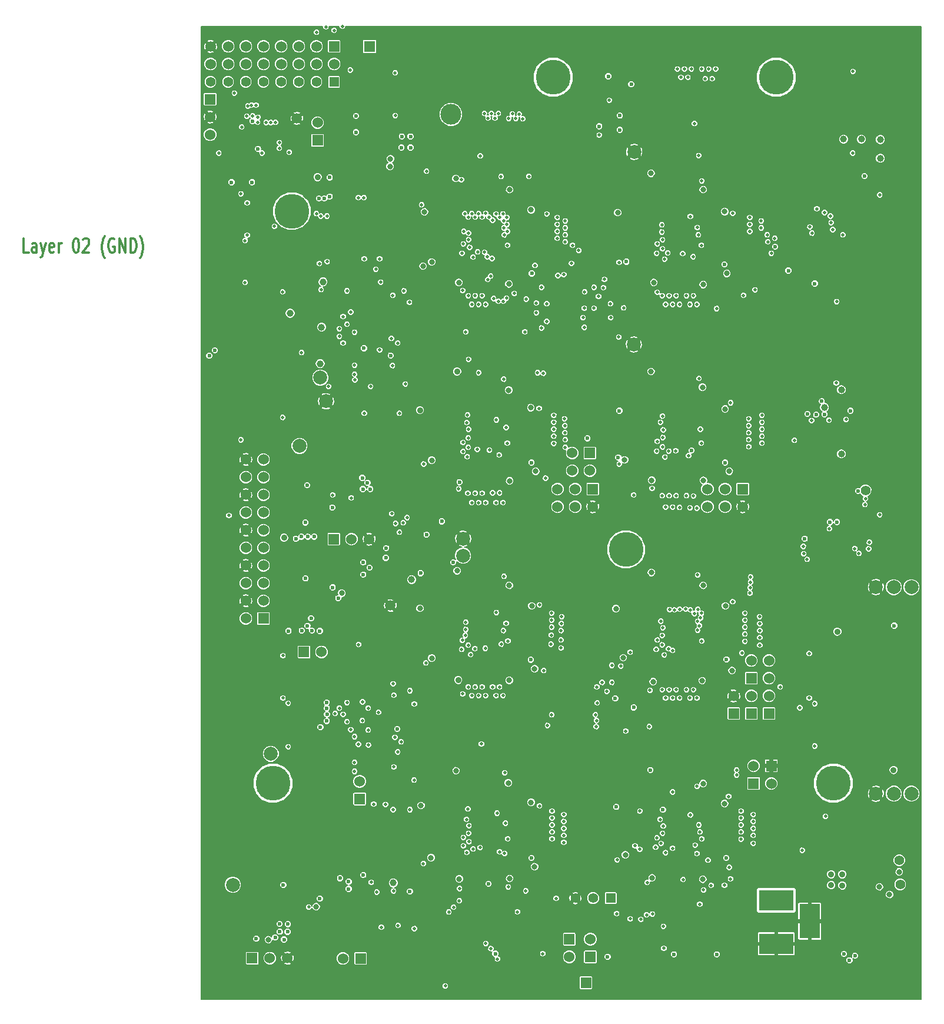
<source format=gbr>
G04 (created by PCBNEW (2013-mar-13)-testing) date Mon 05 Aug 2013 21:56:38 BST*
%MOIN*%
G04 Gerber Fmt 3.4, Leading zero omitted, Abs format*
%FSLAX34Y34*%
G01*
G70*
G90*
G04 APERTURE LIST*
%ADD10C,0.000787*%
%ADD11C,0.012000*%
%ADD12R,0.060000X0.060000*%
%ADD13C,0.060000*%
%ADD14R,0.055000X0.055000*%
%ADD15C,0.055000*%
%ADD16C,0.039400*%
%ADD17R,0.063000X0.063000*%
%ADD18R,0.196900X0.118100*%
%ADD19R,0.118100X0.196900*%
%ADD20C,0.059100*%
%ADD21C,0.078700*%
%ADD22C,0.196900*%
%ADD23C,0.118110*%
%ADD24C,0.035400*%
%ADD25C,0.019685*%
%ADD26C,0.031500*%
%ADD27C,0.019700*%
%ADD28C,0.023600*%
%ADD29C,0.055100*%
%ADD30C,0.005900*%
G04 APERTURE END LIST*
G54D10*
G54D11*
X5629Y-22910D02*
X5344Y-22910D01*
X5344Y-22110D01*
X6087Y-22910D02*
X6087Y-22491D01*
X6058Y-22415D01*
X6001Y-22377D01*
X5887Y-22377D01*
X5829Y-22415D01*
X6087Y-22872D02*
X6029Y-22910D01*
X5887Y-22910D01*
X5829Y-22872D01*
X5801Y-22796D01*
X5801Y-22720D01*
X5829Y-22644D01*
X5887Y-22606D01*
X6029Y-22606D01*
X6087Y-22568D01*
X6315Y-22377D02*
X6458Y-22910D01*
X6601Y-22377D02*
X6458Y-22910D01*
X6401Y-23101D01*
X6372Y-23139D01*
X6315Y-23177D01*
X7058Y-22872D02*
X7001Y-22910D01*
X6887Y-22910D01*
X6829Y-22872D01*
X6801Y-22796D01*
X6801Y-22491D01*
X6829Y-22415D01*
X6887Y-22377D01*
X7001Y-22377D01*
X7058Y-22415D01*
X7087Y-22491D01*
X7087Y-22568D01*
X6801Y-22644D01*
X7344Y-22910D02*
X7344Y-22377D01*
X7344Y-22529D02*
X7372Y-22453D01*
X7401Y-22415D01*
X7458Y-22377D01*
X7515Y-22377D01*
X8287Y-22110D02*
X8344Y-22110D01*
X8401Y-22149D01*
X8430Y-22187D01*
X8458Y-22263D01*
X8487Y-22415D01*
X8487Y-22606D01*
X8458Y-22758D01*
X8430Y-22834D01*
X8401Y-22872D01*
X8344Y-22910D01*
X8287Y-22910D01*
X8230Y-22872D01*
X8201Y-22834D01*
X8172Y-22758D01*
X8144Y-22606D01*
X8144Y-22415D01*
X8172Y-22263D01*
X8201Y-22187D01*
X8230Y-22149D01*
X8287Y-22110D01*
X8715Y-22187D02*
X8744Y-22149D01*
X8801Y-22110D01*
X8944Y-22110D01*
X9001Y-22149D01*
X9030Y-22187D01*
X9058Y-22263D01*
X9058Y-22339D01*
X9030Y-22453D01*
X8687Y-22910D01*
X9058Y-22910D01*
X9944Y-23215D02*
X9915Y-23177D01*
X9858Y-23063D01*
X9830Y-22987D01*
X9801Y-22872D01*
X9772Y-22682D01*
X9772Y-22529D01*
X9801Y-22339D01*
X9830Y-22225D01*
X9858Y-22149D01*
X9915Y-22034D01*
X9944Y-21996D01*
X10487Y-22149D02*
X10430Y-22110D01*
X10344Y-22110D01*
X10258Y-22149D01*
X10201Y-22225D01*
X10172Y-22301D01*
X10144Y-22453D01*
X10144Y-22568D01*
X10172Y-22720D01*
X10201Y-22796D01*
X10258Y-22872D01*
X10344Y-22910D01*
X10401Y-22910D01*
X10487Y-22872D01*
X10515Y-22834D01*
X10515Y-22568D01*
X10401Y-22568D01*
X10772Y-22910D02*
X10772Y-22110D01*
X11115Y-22910D01*
X11115Y-22110D01*
X11401Y-22910D02*
X11401Y-22110D01*
X11544Y-22110D01*
X11630Y-22149D01*
X11687Y-22225D01*
X11715Y-22301D01*
X11744Y-22453D01*
X11744Y-22568D01*
X11715Y-22720D01*
X11687Y-22796D01*
X11630Y-22872D01*
X11544Y-22910D01*
X11401Y-22910D01*
X11944Y-23215D02*
X11972Y-23177D01*
X12030Y-23063D01*
X12058Y-22987D01*
X12087Y-22872D01*
X12115Y-22682D01*
X12115Y-22529D01*
X12087Y-22339D01*
X12058Y-22225D01*
X12030Y-22149D01*
X11972Y-22034D01*
X11944Y-21996D01*
G54D12*
X45570Y-49008D03*
G54D13*
X45570Y-48008D03*
G54D12*
X46566Y-49008D03*
G54D13*
X46566Y-48008D03*
G54D12*
X46562Y-47008D03*
G54D13*
X46562Y-46008D03*
G54D12*
X22939Y-11242D03*
G54D13*
X22939Y-12242D03*
X21939Y-11242D03*
X21939Y-12242D03*
X20939Y-11242D03*
X20939Y-12242D03*
X19939Y-11242D03*
X19939Y-12242D03*
X18939Y-11242D03*
X18939Y-12242D03*
X17939Y-11242D03*
X17939Y-12242D03*
X16939Y-11242D03*
X16939Y-12242D03*
X15939Y-12242D03*
X15939Y-11242D03*
G54D14*
X22929Y-13248D03*
G54D15*
X21929Y-13248D03*
X20929Y-13248D03*
X19929Y-13248D03*
X18929Y-13248D03*
X17929Y-13248D03*
X16929Y-13248D03*
X15929Y-13248D03*
G54D16*
X20443Y-26348D03*
G54D14*
X38598Y-59459D03*
G54D15*
X37598Y-59459D03*
X36598Y-59459D03*
G54D17*
X24951Y-11250D03*
G54D18*
X47982Y-62041D03*
X47982Y-59581D03*
G54D19*
X49872Y-60762D03*
G54D20*
X20827Y-15315D03*
X26122Y-42894D03*
G54D21*
X30236Y-40069D03*
G54D16*
X22303Y-24567D03*
G54D12*
X18935Y-43630D03*
G54D13*
X17935Y-43630D03*
X18935Y-42630D03*
X17935Y-42630D03*
X18935Y-41630D03*
X17935Y-41630D03*
X18935Y-40630D03*
X17935Y-40630D03*
X18935Y-39630D03*
X17935Y-39630D03*
X18935Y-38630D03*
X17935Y-38630D03*
X18935Y-37630D03*
X17935Y-37630D03*
X18935Y-36630D03*
X17935Y-36630D03*
X18935Y-35630D03*
X17935Y-35630D03*
X18935Y-34630D03*
X17935Y-34630D03*
G54D16*
X26289Y-58593D03*
X27323Y-41427D03*
X53868Y-16516D03*
X53868Y-17579D03*
X52795Y-16496D03*
X51791Y-16496D03*
X22224Y-27136D03*
X51663Y-34311D03*
X51663Y-30679D03*
X50709Y-31673D03*
X22146Y-29203D03*
G54D22*
X19469Y-52953D03*
X51220Y-52953D03*
X39469Y-39715D03*
X20543Y-20567D03*
X47972Y-12992D03*
X35345Y-12992D03*
G54D12*
X46691Y-52966D03*
G54D13*
X46691Y-51966D03*
G54D12*
X18291Y-62854D03*
G54D13*
X19291Y-62854D03*
X20291Y-62854D03*
G54D12*
X22917Y-39134D03*
G54D13*
X23917Y-39134D03*
X24917Y-39134D03*
G54D12*
X21222Y-45522D03*
G54D13*
X22222Y-45522D03*
G54D12*
X21998Y-16563D03*
G54D13*
X21998Y-15563D03*
G54D21*
X30246Y-39104D03*
X22156Y-29990D03*
X22470Y-31329D03*
X39931Y-17205D03*
X39911Y-28110D03*
X20974Y-33858D03*
X17200Y-58700D03*
X19350Y-51289D03*
X54630Y-41854D03*
X55630Y-41850D03*
X53622Y-41850D03*
X53622Y-53543D03*
X54634Y-53543D03*
X55630Y-53543D03*
G54D23*
X29547Y-15089D03*
G54D12*
X36252Y-61783D03*
G54D13*
X36252Y-62783D03*
G54D12*
X24437Y-62874D03*
G54D13*
X23437Y-62874D03*
G54D12*
X37449Y-62783D03*
G54D13*
X37449Y-61783D03*
G54D12*
X24380Y-53846D03*
G54D13*
X24380Y-52846D03*
G54D12*
X37197Y-64244D03*
X47695Y-51966D03*
G54D13*
X47695Y-52966D03*
G54D12*
X47562Y-49007D03*
G54D13*
X47562Y-48007D03*
X47562Y-47007D03*
X47562Y-46007D03*
G54D12*
X15915Y-14236D03*
G54D13*
X15915Y-15236D03*
X15915Y-16236D03*
G54D12*
X37584Y-36301D03*
G54D13*
X37584Y-37301D03*
X36584Y-36301D03*
X36584Y-37301D03*
X35584Y-36301D03*
X35584Y-37301D03*
G54D12*
X46078Y-36301D03*
G54D13*
X46078Y-37301D03*
X45078Y-36301D03*
X45078Y-37301D03*
X44078Y-36301D03*
X44078Y-37301D03*
G54D12*
X37419Y-34263D03*
G54D13*
X37419Y-35263D03*
X36419Y-34263D03*
X36419Y-35263D03*
G54D24*
X51713Y-58740D03*
X51083Y-58720D03*
X51713Y-58110D03*
X51083Y-58110D03*
G54D25*
X50763Y-54830D03*
G54D26*
X45049Y-54104D03*
G54D27*
X18257Y-14566D03*
X18513Y-14566D03*
X18051Y-14616D03*
G54D26*
X28051Y-20610D03*
G54D27*
X52996Y-37177D03*
G54D26*
X38996Y-20650D03*
G54D27*
X50965Y-32402D03*
G54D28*
X28169Y-38878D03*
G54D27*
X52323Y-12657D03*
G54D28*
X52972Y-18583D03*
G54D26*
X45098Y-42913D03*
G54D28*
X39094Y-31870D03*
G54D27*
X26319Y-52028D03*
X26378Y-50354D03*
G54D28*
X39488Y-23425D03*
G54D27*
X25295Y-23858D03*
X49528Y-39961D03*
G54D28*
X25866Y-40197D03*
G54D27*
X49980Y-32421D03*
G54D24*
X51437Y-44370D03*
G54D27*
X26181Y-27776D03*
G54D26*
X28425Y-57165D03*
G54D27*
X27481Y-61182D03*
G54D26*
X34291Y-57677D03*
G54D28*
X52614Y-36409D03*
X38464Y-12933D03*
X49587Y-39114D03*
X38425Y-62776D03*
G54D26*
X34134Y-42913D03*
X34075Y-31692D03*
X28465Y-45866D03*
G54D28*
X38917Y-54291D03*
G54D26*
X27795Y-43051D03*
G54D27*
X26260Y-25335D03*
G54D26*
X28465Y-34665D03*
G54D27*
X26319Y-47972D03*
X22195Y-25010D03*
G54D26*
X34094Y-20493D03*
X27854Y-54213D03*
G54D27*
X37106Y-27145D03*
G54D26*
X34094Y-54035D03*
G54D28*
X17126Y-18937D03*
G54D26*
X28465Y-23445D03*
G54D27*
X51929Y-32362D03*
G54D26*
X34291Y-46476D03*
G54D27*
X26240Y-29311D03*
G54D26*
X38898Y-43071D03*
G54D27*
X25611Y-61103D03*
G54D26*
X34350Y-35295D03*
G54D28*
X18287Y-18937D03*
G54D27*
X37835Y-48406D03*
X37125Y-25137D03*
G54D26*
X39390Y-34645D03*
G54D29*
X53031Y-36374D03*
G54D27*
X49508Y-39547D03*
G54D28*
X24173Y-15177D03*
G54D26*
X45059Y-20592D03*
X45315Y-35295D03*
G54D27*
X37106Y-26062D03*
G54D26*
X39311Y-45846D03*
G54D27*
X53031Y-36839D03*
G54D28*
X18307Y-15472D03*
G54D27*
X21093Y-28573D03*
G54D26*
X45079Y-31771D03*
X39429Y-57008D03*
G54D28*
X48661Y-23937D03*
G54D26*
X45472Y-46574D03*
G54D27*
X37776Y-49744D03*
G54D24*
X27795Y-31831D03*
G54D26*
X45177Y-24096D03*
G54D27*
X45315Y-57717D03*
X26556Y-61004D03*
X49724Y-40276D03*
G54D28*
X34134Y-24096D03*
G54D27*
X37815Y-47500D03*
G54D28*
X27835Y-41063D03*
X21319Y-41358D03*
X24173Y-16102D03*
X20059Y-58711D03*
X21407Y-36083D03*
X25886Y-39646D03*
G54D26*
X26102Y-18031D03*
G54D27*
X52421Y-39665D03*
X53209Y-39685D03*
G54D28*
X22126Y-59488D03*
X23169Y-42480D03*
G54D29*
X54996Y-58677D03*
G54D26*
X53819Y-58819D03*
G54D27*
X50984Y-38543D03*
G54D28*
X22835Y-37343D03*
G54D27*
X21496Y-59961D03*
X23907Y-36801D03*
G54D28*
X54656Y-44035D03*
X51810Y-62618D03*
G54D26*
X26122Y-17608D03*
X23366Y-42195D03*
G54D28*
X52440Y-62716D03*
X22854Y-41870D03*
G54D26*
X21919Y-59941D03*
G54D27*
X52657Y-39941D03*
G54D26*
X54941Y-57972D03*
X54390Y-59252D03*
G54D28*
X52125Y-62972D03*
X51417Y-38169D03*
G54D27*
X22854Y-36634D03*
X53248Y-39311D03*
G54D28*
X51024Y-38169D03*
G54D24*
X54626Y-52205D03*
G54D27*
X53835Y-37756D03*
X32185Y-62902D03*
X25846Y-54154D03*
X25177Y-54134D03*
X24094Y-29291D03*
X24094Y-27421D03*
X24094Y-29803D03*
X24094Y-51772D03*
X24094Y-50315D03*
X24114Y-30118D03*
X24094Y-52283D03*
X26201Y-37697D03*
G54D25*
X18854Y-17283D03*
G54D27*
X22992Y-49006D03*
G54D28*
X24587Y-58150D03*
X22520Y-48711D03*
X49744Y-32047D03*
G54D27*
X50276Y-20433D03*
G54D26*
X29830Y-18716D03*
G54D28*
X27264Y-16339D03*
G54D26*
X40886Y-18425D03*
G54D28*
X22372Y-19852D03*
G54D26*
X32835Y-24686D03*
G54D28*
X27264Y-16969D03*
X45039Y-23584D03*
G54D27*
X24626Y-19803D03*
X24311Y-19803D03*
G54D26*
X41043Y-24607D03*
G54D28*
X22687Y-18661D03*
G54D27*
X34311Y-23642D03*
G54D28*
X22077Y-19852D03*
G54D26*
X32874Y-19351D03*
G54D28*
X26772Y-16339D03*
X26752Y-16969D03*
X22687Y-19744D03*
G54D26*
X43839Y-24725D03*
X43839Y-19351D03*
X30000Y-24607D03*
G54D27*
X35787Y-44311D03*
X31909Y-36516D03*
X31516Y-37067D03*
X35256Y-44114D03*
X32106Y-37067D03*
X35236Y-44567D03*
X31319Y-36535D03*
X35807Y-43917D03*
X35787Y-44843D03*
X32303Y-36516D03*
X35256Y-43720D03*
X31122Y-37067D03*
X35217Y-45079D03*
X32500Y-37067D03*
X35827Y-43524D03*
X30925Y-36535D03*
X35787Y-45295D03*
X30512Y-36535D03*
X35256Y-43327D03*
X30728Y-37067D03*
X30283Y-21712D03*
G54D28*
X24626Y-28327D03*
G54D27*
X30453Y-32539D03*
X26969Y-30354D03*
X30394Y-27402D03*
X33740Y-27402D03*
X32755Y-21712D03*
X29701Y-59969D03*
X32677Y-43898D03*
X31280Y-50728D03*
X35020Y-49685D03*
X32638Y-55217D03*
X32677Y-32815D03*
X30807Y-23169D03*
G54D26*
X27972Y-23681D03*
G54D27*
X31457Y-22894D03*
X30217Y-25060D03*
X33964Y-18598D03*
X35948Y-24157D03*
X31614Y-23149D03*
X31633Y-24438D03*
X35614Y-24212D03*
X34984Y-20724D03*
X31801Y-24242D03*
X31879Y-23248D03*
X33819Y-25551D03*
X30492Y-32106D03*
X27205Y-25728D03*
X32569Y-21911D03*
G54D25*
X22539Y-23425D03*
X22102Y-23531D03*
G54D27*
X32393Y-18610D03*
X31208Y-17440D03*
X23848Y-12578D03*
G54D25*
X26397Y-15157D03*
X26393Y-12736D03*
G54D27*
X30145Y-18787D03*
G54D25*
X22185Y-20846D03*
X17700Y-15803D03*
G54D27*
X17287Y-13885D03*
G54D25*
X21929Y-20708D03*
G54D27*
X32549Y-21515D03*
G54D25*
X23405Y-10098D03*
X22470Y-10137D03*
G54D27*
X32726Y-21318D03*
X32106Y-20728D03*
X31909Y-21082D03*
G54D25*
X22933Y-10334D03*
G54D27*
X32539Y-21122D03*
G54D25*
X21938Y-10442D03*
G54D27*
X32726Y-20925D03*
X32500Y-20718D03*
X32303Y-20925D03*
X31712Y-20905D03*
X31515Y-20688D03*
X31318Y-20905D03*
X31122Y-20708D03*
X30925Y-20905D03*
X30728Y-20708D03*
X30531Y-20905D03*
X30334Y-20708D03*
X25571Y-24587D03*
X24646Y-32008D03*
X30551Y-32913D03*
X30551Y-21811D03*
X31063Y-22874D03*
X26890Y-25079D03*
X30472Y-34469D03*
X26634Y-32008D03*
G54D28*
X26142Y-28740D03*
G54D27*
X30256Y-22421D03*
X30236Y-33661D03*
X30531Y-33936D03*
X25512Y-28425D03*
X30610Y-22618D03*
X26535Y-28031D03*
G54D25*
X31122Y-29714D03*
X34458Y-29714D03*
X34783Y-29744D03*
X30551Y-28956D03*
G54D27*
X31043Y-34055D03*
X28012Y-34882D03*
X31732Y-34094D03*
G54D25*
X29990Y-36289D03*
G54D27*
X32539Y-30078D03*
X32126Y-32382D03*
X32283Y-34370D03*
X34547Y-31732D03*
X31516Y-25846D03*
X35374Y-32913D03*
X31968Y-25511D03*
X36004Y-33110D03*
X36004Y-32717D03*
X31319Y-25354D03*
X35374Y-33307D03*
X32234Y-25669D03*
X31122Y-25846D03*
X35374Y-32520D03*
X36024Y-33504D03*
X32509Y-25669D03*
X30925Y-25354D03*
X35984Y-32323D03*
X32696Y-25492D03*
X35374Y-33720D03*
X30728Y-25846D03*
X35374Y-32126D03*
X36024Y-33937D03*
X30531Y-25354D03*
X27067Y-37913D03*
G54D25*
X20393Y-17232D03*
X18602Y-15531D03*
X19082Y-15551D03*
G54D27*
X24547Y-48346D03*
G54D28*
X27224Y-59075D03*
G54D27*
X34390Y-26319D03*
G54D28*
X22156Y-49774D03*
G54D27*
X23878Y-26280D03*
X34390Y-25768D03*
X24528Y-49409D03*
X23878Y-49921D03*
G54D24*
X21998Y-18642D03*
G54D27*
X26417Y-38248D03*
G54D25*
X19830Y-17003D03*
X19610Y-15543D03*
X18322Y-15181D03*
G54D27*
X23228Y-27224D03*
G54D28*
X22530Y-49055D03*
G54D27*
X23228Y-27657D03*
X23228Y-48701D03*
X25039Y-58563D03*
X24862Y-49941D03*
X24862Y-48701D03*
X34685Y-24882D03*
X34685Y-27185D03*
X18012Y-21929D03*
X18012Y-20098D03*
G54D25*
X22531Y-20846D03*
G54D27*
X22618Y-30492D03*
X25000Y-30492D03*
X30236Y-34173D03*
X30177Y-22954D03*
X30531Y-33405D03*
X28169Y-18307D03*
X27893Y-20206D03*
X30551Y-22185D03*
X25512Y-23268D03*
X24646Y-23268D03*
X26634Y-38740D03*
G54D25*
X17992Y-15196D03*
X19834Y-16685D03*
G54D27*
X23445Y-26535D03*
X23445Y-49055D03*
X23445Y-28031D03*
X25354Y-59114D03*
X24882Y-50787D03*
G54D28*
X22520Y-49429D03*
G54D27*
X25453Y-48937D03*
X32240Y-15039D03*
X35571Y-21713D03*
X36024Y-21516D03*
X32043Y-15299D03*
X35571Y-21319D03*
X31846Y-15039D03*
X31654Y-15299D03*
X36024Y-21122D03*
X35571Y-20925D03*
X31453Y-15039D03*
G54D26*
X32824Y-30698D03*
X43858Y-35807D03*
X32874Y-35836D03*
G54D28*
X34114Y-34802D03*
X24823Y-35945D03*
X24567Y-36299D03*
G54D26*
X43799Y-30531D03*
X40886Y-29646D03*
G54D28*
X45079Y-34802D03*
X30039Y-35906D03*
X21811Y-38996D03*
X21083Y-38996D03*
X21447Y-38996D03*
G54D26*
X40925Y-35806D03*
G54D28*
X21307Y-38193D03*
X20768Y-39114D03*
G54D24*
X29902Y-29646D03*
G54D28*
X24980Y-36299D03*
X24528Y-35669D03*
X37283Y-33425D03*
X39026Y-34508D03*
G54D27*
X51378Y-30295D03*
X51398Y-25689D03*
X42894Y-36673D03*
X47047Y-44311D03*
X42500Y-37343D03*
X46201Y-44114D03*
X43091Y-37362D03*
X46199Y-44510D03*
X47044Y-43920D03*
X42303Y-36673D03*
X43287Y-36693D03*
X47047Y-44705D03*
X46201Y-43720D03*
X42106Y-37323D03*
X46201Y-44921D03*
X43484Y-37382D03*
X47028Y-43524D03*
X41909Y-36673D03*
X41516Y-36673D03*
X47047Y-45138D03*
X46201Y-43327D03*
X41713Y-37323D03*
X41496Y-21340D03*
X37028Y-26594D03*
X39055Y-27697D03*
X41417Y-32519D03*
X43593Y-55315D03*
X43504Y-21496D03*
X43681Y-32913D03*
X49006Y-33543D03*
X43622Y-44035D03*
X41654Y-23288D03*
X39075Y-23466D03*
X42677Y-22972D03*
X41240Y-25159D03*
X43760Y-18859D03*
X43110Y-20867D03*
X43268Y-23150D03*
X45512Y-20690D03*
X43563Y-21909D03*
X46122Y-25335D03*
X39331Y-26043D03*
X41535Y-32165D03*
X37657Y-26063D03*
X41496Y-21752D03*
X41831Y-22933D03*
X41890Y-34154D03*
X41575Y-32952D03*
X38583Y-25807D03*
X41240Y-22421D03*
X37657Y-24882D03*
X41240Y-33602D03*
X38189Y-24902D03*
X37913Y-25394D03*
X41535Y-33917D03*
X41535Y-22697D03*
X41673Y-34487D03*
G54D25*
X39084Y-34881D03*
G54D27*
X42283Y-34134D03*
G54D25*
X40944Y-36259D03*
G54D28*
X43181Y-34118D03*
G54D27*
X43602Y-30039D03*
X43012Y-34409D03*
X45394Y-31417D03*
X47165Y-32913D03*
X42500Y-25846D03*
X42894Y-25354D03*
X46417Y-33110D03*
X42303Y-25354D03*
X46417Y-32717D03*
X43091Y-25846D03*
X47165Y-33307D03*
X42106Y-25846D03*
X47165Y-32520D03*
X43287Y-25354D03*
X46417Y-33504D03*
X41909Y-25354D03*
X46417Y-32323D03*
X47165Y-33701D03*
X43484Y-25846D03*
X41713Y-25846D03*
X47165Y-32126D03*
X41516Y-25354D03*
X46417Y-33898D03*
G54D24*
X20098Y-39055D03*
G54D27*
X41201Y-34153D03*
X41535Y-22186D03*
X41201Y-22953D03*
G54D28*
X39763Y-13386D03*
G54D27*
X38248Y-24429D03*
X36378Y-23524D03*
X46772Y-25020D03*
X49882Y-21457D03*
X38602Y-26594D03*
X41555Y-33385D03*
X43346Y-15610D03*
X43583Y-17421D03*
X43169Y-12520D03*
X46476Y-21713D03*
X47126Y-21516D03*
X42972Y-12992D03*
X46476Y-21319D03*
X42776Y-12520D03*
X47126Y-21122D03*
X42579Y-12992D03*
X46476Y-20925D03*
X42382Y-12520D03*
G54D28*
X45138Y-57185D03*
G54D26*
X43819Y-58386D03*
X40945Y-58307D03*
G54D28*
X34114Y-57185D03*
X19598Y-61681D03*
X20100Y-61800D03*
G54D26*
X19213Y-61811D03*
X29843Y-52244D03*
G54D28*
X23268Y-58327D03*
X23760Y-58524D03*
G54D26*
X43839Y-52972D03*
G54D28*
X23760Y-58937D03*
X19850Y-60921D03*
G54D26*
X32874Y-58346D03*
X32795Y-52933D03*
G54D28*
X20295Y-61362D03*
X20315Y-60925D03*
G54D26*
X30020Y-58366D03*
G54D28*
X40846Y-52205D03*
X19858Y-61358D03*
G54D27*
X50157Y-50846D03*
X50157Y-48445D03*
G54D28*
X44606Y-62638D03*
X42185Y-62638D03*
G54D27*
X35256Y-49075D03*
X41437Y-43779D03*
X41398Y-55000D03*
X39449Y-50000D03*
X39705Y-45531D03*
X41634Y-45689D03*
X42106Y-45437D03*
X40827Y-47697D03*
X43524Y-41161D03*
G54D25*
X43106Y-43137D03*
G54D27*
X45512Y-42677D03*
G54D25*
X43523Y-43787D03*
G54D28*
X41555Y-54449D03*
X39902Y-48661D03*
G54D27*
X43524Y-44291D03*
X46033Y-45581D03*
X37736Y-49075D03*
X41555Y-44154D03*
X41870Y-45335D03*
G54D28*
X38858Y-48150D03*
G54D27*
X41575Y-55374D03*
X38661Y-47244D03*
X38110Y-47244D03*
X41220Y-56043D03*
X41240Y-44842D03*
X38386Y-47756D03*
X41516Y-45118D03*
X41457Y-56358D03*
G54D25*
X45728Y-52214D03*
X40248Y-54527D03*
X45385Y-58366D03*
X39980Y-56496D03*
X45043Y-58728D03*
X40246Y-56692D03*
X42106Y-53448D03*
X45728Y-52490D03*
X41702Y-56879D03*
X38966Y-57293D03*
G54D27*
X42106Y-56634D03*
X40665Y-58571D03*
X43110Y-54744D03*
G54D25*
X43492Y-53129D03*
G54D27*
X43386Y-56457D03*
X45276Y-53701D03*
X43653Y-55708D03*
X44110Y-57307D03*
X42500Y-48130D03*
X45984Y-55315D03*
X46673Y-55512D03*
X42894Y-47657D03*
X42303Y-47657D03*
X46673Y-55118D03*
X45984Y-55709D03*
X43091Y-48130D03*
X45984Y-54921D03*
X42106Y-48130D03*
X43287Y-47657D03*
X46673Y-55906D03*
X46673Y-54724D03*
X41909Y-47657D03*
X45984Y-56122D03*
X43484Y-48130D03*
X45984Y-54528D03*
X41713Y-48130D03*
X46673Y-56358D03*
X41516Y-47657D03*
G54D28*
X18524Y-61752D03*
G54D27*
X41142Y-56575D03*
X41516Y-44587D03*
X49311Y-48681D03*
X40787Y-49744D03*
X38661Y-46280D03*
X53839Y-19646D03*
X41181Y-45374D03*
X39173Y-46319D03*
X41535Y-55787D03*
X38937Y-60335D03*
X49843Y-48130D03*
X49843Y-45610D03*
G54D28*
X22126Y-44331D03*
G54D26*
X29902Y-40925D03*
X41004Y-47205D03*
G54D28*
X24587Y-41142D03*
X24941Y-40748D03*
G54D26*
X32854Y-47126D03*
G54D28*
X21427Y-44045D03*
G54D26*
X40906Y-41024D03*
G54D28*
X34075Y-45964D03*
G54D26*
X43839Y-41752D03*
G54D24*
X29961Y-47106D03*
G54D28*
X24587Y-40453D03*
X45157Y-45944D03*
X21102Y-44311D03*
G54D26*
X32854Y-41752D03*
X43780Y-47145D03*
G54D28*
X21683Y-44311D03*
X21634Y-43622D03*
G54D27*
X34752Y-62602D03*
G54D28*
X32067Y-62598D03*
G54D27*
X30394Y-43838D03*
X24311Y-50748D03*
X27461Y-52776D03*
X30433Y-55000D03*
X28130Y-46142D03*
X30669Y-45669D03*
X31496Y-45315D03*
X30217Y-47894D03*
X32126Y-43287D03*
X32559Y-41240D03*
X34567Y-42854D03*
X32402Y-45078D03*
X32520Y-44311D03*
X34803Y-46575D03*
X30512Y-54409D03*
X27480Y-48465D03*
X30906Y-45335D03*
X30571Y-55354D03*
X27224Y-54449D03*
X26280Y-47323D03*
X26280Y-54449D03*
X30394Y-44252D03*
X30453Y-56870D03*
X27224Y-47717D03*
X30256Y-56023D03*
X30197Y-44862D03*
G54D28*
X26516Y-49882D03*
G54D27*
X26732Y-50610D03*
X30571Y-56260D03*
X30531Y-45137D03*
X26535Y-51181D03*
X27992Y-57500D03*
X30807Y-56673D03*
X31201Y-56594D03*
X30039Y-58917D03*
X32165Y-54646D03*
X32598Y-52362D03*
X34567Y-54232D03*
X32307Y-56835D03*
X31516Y-47992D03*
X35276Y-55315D03*
X31909Y-47500D03*
X35945Y-55512D03*
X35945Y-55118D03*
X31319Y-47500D03*
X32106Y-47992D03*
X35276Y-55709D03*
X31122Y-47992D03*
X35276Y-54921D03*
X35945Y-55906D03*
X32303Y-47500D03*
X35945Y-54724D03*
X30925Y-47500D03*
X32500Y-47992D03*
X35276Y-56102D03*
X30728Y-47992D03*
X35276Y-54528D03*
X30531Y-47500D03*
X35945Y-56299D03*
G54D28*
X20354Y-44331D03*
G54D27*
X32795Y-58819D03*
X30256Y-56496D03*
X30157Y-45374D03*
X30551Y-55787D03*
X16407Y-17283D03*
X30364Y-44587D03*
X24321Y-45098D03*
X16978Y-37795D03*
G54D28*
X50709Y-32067D03*
X50157Y-24665D03*
G54D27*
X51043Y-20846D03*
G54D29*
X54937Y-57315D03*
G54D28*
X39114Y-15965D03*
X39114Y-15157D03*
G54D27*
X38523Y-14291D03*
X50000Y-21811D03*
X51752Y-21909D03*
X52303Y-17283D03*
X49449Y-56752D03*
X39705Y-60630D03*
X43858Y-58996D03*
G54D28*
X18622Y-17047D03*
G54D25*
X19555Y-21429D03*
G54D28*
X37953Y-15768D03*
G54D27*
X37953Y-16260D03*
X51083Y-21220D03*
G54D28*
X50551Y-31319D03*
G54D27*
X17657Y-33514D03*
X17657Y-19587D03*
G54D28*
X52185Y-31870D03*
G54D27*
X51181Y-21614D03*
X50709Y-20650D03*
G54D28*
X50236Y-32087D03*
X15866Y-28750D03*
X16181Y-28445D03*
G54D27*
X31815Y-62311D03*
X35512Y-59469D03*
X30024Y-59606D03*
G54D28*
X31683Y-58642D03*
G54D27*
X31524Y-62024D03*
X33319Y-60232D03*
X29429Y-60240D03*
X32591Y-56929D03*
X41614Y-62295D03*
X44287Y-58736D03*
X42701Y-58406D03*
X40965Y-60354D03*
X41587Y-61055D03*
X43642Y-59799D03*
X43484Y-56933D03*
X40630Y-60402D03*
G54D26*
X44744Y-35708D03*
X44242Y-35777D03*
G54D27*
X49460Y-55779D03*
X44980Y-58071D03*
G54D25*
X49216Y-56023D03*
G54D27*
X51870Y-55827D03*
G54D29*
X51177Y-56524D03*
G54D25*
X43685Y-33303D03*
G54D26*
X20110Y-19213D03*
G54D28*
X33641Y-19588D03*
G54D27*
X32649Y-18877D03*
G54D28*
X25236Y-19173D03*
G54D27*
X33817Y-11003D03*
X34114Y-56791D03*
G54D28*
X33445Y-24606D03*
G54D24*
X31043Y-33580D03*
G54D27*
X16535Y-28150D03*
X30020Y-64449D03*
G54D24*
X31790Y-55610D03*
G54D27*
X55335Y-31260D03*
G54D28*
X44665Y-24410D03*
G54D24*
X28346Y-41339D03*
G54D28*
X44821Y-42266D03*
X25226Y-19567D03*
X54881Y-39843D03*
G54D27*
X30866Y-11319D03*
G54D28*
X16063Y-48110D03*
G54D27*
X16102Y-30709D03*
G54D28*
X33858Y-24508D03*
G54D24*
X42774Y-55985D03*
G54D27*
X53799Y-55197D03*
X39252Y-64370D03*
X54921Y-33425D03*
G54D24*
X42026Y-55237D03*
G54D28*
X28799Y-35450D03*
G54D24*
X42026Y-55985D03*
G54D27*
X55354Y-33622D03*
G54D26*
X40098Y-41043D03*
G54D28*
X54488Y-39804D03*
G54D24*
X42401Y-55611D03*
G54D27*
X55906Y-16516D03*
G54D24*
X31418Y-33206D03*
G54D28*
X26260Y-19193D03*
X55354Y-25157D03*
X22890Y-38346D03*
G54D24*
X28602Y-18642D03*
X42400Y-55985D03*
G54D27*
X54921Y-32244D03*
X54961Y-19843D03*
X24606Y-29547D03*
G54D28*
X22421Y-39012D03*
G54D24*
X31042Y-44037D03*
G54D28*
X39782Y-57855D03*
G54D24*
X31790Y-44411D03*
X42026Y-55611D03*
X42774Y-44038D03*
G54D26*
X54941Y-60512D03*
G54D28*
X20551Y-41733D03*
G54D26*
X40079Y-29724D03*
G54D28*
X39783Y-24251D03*
X22106Y-61220D03*
G54D27*
X16535Y-31299D03*
G54D24*
X42027Y-21633D03*
G54D27*
X28502Y-11397D03*
X54961Y-21024D03*
X54921Y-31457D03*
G54D28*
X24094Y-37953D03*
X22509Y-16213D03*
G54D24*
X31417Y-32832D03*
X31791Y-22009D03*
G54D28*
X27618Y-39626D03*
G54D27*
X16535Y-31693D03*
G54D24*
X31791Y-21635D03*
G54D28*
X54980Y-19449D03*
G54D24*
X42027Y-33209D03*
X28268Y-30197D03*
G54D28*
X44213Y-25257D03*
G54D27*
X16535Y-19488D03*
X54921Y-32638D03*
X16496Y-21063D03*
X39193Y-60768D03*
X39646Y-64016D03*
G54D24*
X31790Y-55984D03*
G54D27*
X35413Y-27145D03*
G54D28*
X22549Y-16626D03*
G54D27*
X16516Y-21850D03*
G54D24*
X40138Y-18583D03*
G54D28*
X55433Y-46693D03*
G54D24*
X31043Y-22009D03*
X42026Y-44038D03*
X42401Y-22381D03*
G54D28*
X50965Y-60551D03*
G54D27*
X35472Y-25137D03*
G54D24*
X42775Y-32835D03*
X42026Y-44786D03*
G54D27*
X54980Y-20236D03*
G54D28*
X28798Y-57854D03*
G54D24*
X42400Y-44786D03*
G54D28*
X51230Y-36801D03*
X54311Y-62992D03*
G54D27*
X27165Y-12008D03*
G54D26*
X39587Y-30630D03*
G54D28*
X20846Y-40630D03*
G54D27*
X40218Y-11339D03*
G54D28*
X54074Y-39765D03*
X23622Y-40296D03*
G54D24*
X31042Y-55610D03*
G54D27*
X25611Y-59449D03*
G54D26*
X39587Y-41319D03*
G54D24*
X31417Y-55610D03*
G54D28*
X44764Y-63819D03*
G54D24*
X42400Y-55237D03*
G54D27*
X45138Y-20118D03*
X16535Y-25197D03*
G54D28*
X40057Y-46912D03*
X55394Y-49449D03*
G54D27*
X55335Y-30472D03*
G54D24*
X42775Y-22381D03*
G54D27*
X55335Y-30866D03*
X49980Y-33937D03*
G54D24*
X42401Y-44412D03*
G54D27*
X16122Y-33465D03*
X43564Y-11340D03*
X16535Y-30906D03*
G54D24*
X31417Y-33580D03*
X31416Y-55236D03*
G54D27*
X24724Y-25335D03*
X20256Y-27657D03*
G54D28*
X29074Y-35706D03*
X39783Y-35453D03*
G54D27*
X45118Y-56791D03*
X55335Y-33228D03*
G54D24*
X31416Y-44785D03*
X42027Y-32835D03*
X31416Y-55984D03*
X31418Y-22009D03*
X42774Y-55237D03*
X28602Y-30551D03*
G54D28*
X33837Y-42265D03*
G54D24*
X42402Y-22007D03*
G54D26*
X39567Y-53110D03*
G54D28*
X34035Y-34350D03*
G54D27*
X16516Y-20276D03*
X16536Y-30513D03*
X32766Y-22106D03*
X54980Y-21811D03*
X50965Y-33917D03*
X16142Y-28937D03*
G54D28*
X51457Y-37480D03*
G54D24*
X42774Y-44412D03*
G54D27*
X27481Y-59390D03*
X22648Y-61604D03*
X34055Y-45531D03*
X24724Y-27776D03*
X33543Y-58287D03*
X24882Y-50354D03*
X16122Y-31102D03*
G54D28*
X21260Y-40650D03*
X33640Y-41990D03*
G54D27*
X19606Y-17343D03*
G54D24*
X31043Y-22383D03*
G54D26*
X54350Y-60472D03*
G54D28*
X29074Y-24509D03*
G54D26*
X39626Y-52244D03*
G54D24*
X42026Y-44412D03*
G54D28*
X16122Y-49488D03*
X44821Y-53465D03*
X20137Y-35666D03*
G54D27*
X40021Y-11044D03*
X20571Y-25010D03*
G54D28*
X44624Y-53190D03*
G54D27*
X54921Y-31063D03*
G54D26*
X39390Y-41850D03*
G54D27*
X32386Y-63878D03*
G54D24*
X31791Y-32832D03*
G54D28*
X51004Y-37480D03*
G54D27*
X16083Y-22047D03*
G54D28*
X22417Y-37768D03*
G54D27*
X16220Y-23425D03*
X36299Y-49744D03*
G54D26*
X55413Y-61024D03*
G54D24*
X42401Y-32835D03*
G54D26*
X29114Y-58110D03*
G54D24*
X31042Y-55984D03*
G54D28*
X55512Y-45315D03*
G54D26*
X28780Y-52303D03*
G54D24*
X42775Y-33583D03*
G54D27*
X54961Y-21417D03*
X54921Y-33031D03*
X49469Y-16516D03*
G54D24*
X53622Y-43012D03*
G54D28*
X34035Y-23307D03*
X33837Y-53464D03*
X45138Y-45551D03*
G54D24*
X42027Y-22381D03*
G54D27*
X44921Y-31003D03*
X16535Y-33661D03*
G54D24*
X42027Y-22007D03*
G54D28*
X54743Y-61043D03*
G54D27*
X55335Y-31654D03*
G54D24*
X31417Y-22383D03*
G54D27*
X24823Y-52028D03*
G54D28*
X45058Y-34330D03*
G54D24*
X27815Y-42303D03*
G54D28*
X23130Y-61201D03*
G54D24*
X28366Y-19193D03*
G54D27*
X40236Y-64016D03*
G54D24*
X29094Y-29764D03*
G54D28*
X54390Y-63583D03*
G54D27*
X40433Y-64429D03*
G54D28*
X28798Y-46655D03*
G54D24*
X42775Y-33209D03*
G54D27*
X16535Y-29134D03*
X55157Y-23189D03*
G54D28*
X25866Y-19193D03*
G54D24*
X28524Y-29724D03*
G54D28*
X33640Y-53189D03*
G54D27*
X43583Y-64213D03*
X54921Y-30276D03*
X54921Y-31850D03*
X32717Y-55709D03*
G54D28*
X51496Y-60531D03*
G54D27*
X31969Y-63898D03*
X35452Y-26062D03*
X31260Y-11303D03*
X39627Y-11339D03*
X55335Y-32441D03*
X34744Y-64429D03*
X33563Y-64390D03*
X44745Y-11339D03*
G54D28*
X33907Y-46919D03*
X33415Y-47156D03*
X44409Y-47156D03*
X44931Y-46900D03*
X33917Y-58120D03*
X24390Y-18465D03*
G54D24*
X31790Y-44037D03*
G54D28*
X33819Y-35679D03*
X33415Y-35837D03*
G54D27*
X32726Y-33307D03*
X16122Y-32284D03*
X42205Y-64016D03*
X25876Y-19547D03*
G54D28*
X44624Y-41991D03*
X23504Y-38602D03*
X33641Y-30785D03*
X29252Y-39606D03*
X40058Y-35709D03*
G54D24*
X28012Y-41752D03*
G54D27*
X43386Y-63819D03*
G54D26*
X28406Y-52618D03*
G54D27*
X40415Y-11024D03*
G54D24*
X31790Y-55236D03*
G54D28*
X39782Y-46656D03*
X21693Y-40650D03*
G54D24*
X39331Y-19016D03*
G54D28*
X51890Y-40453D03*
G54D24*
X31417Y-21635D03*
X31042Y-55236D03*
X31042Y-44411D03*
G54D27*
X55335Y-32047D03*
G54D28*
X44625Y-30788D03*
X29073Y-46911D03*
X16161Y-45354D03*
G54D24*
X31042Y-44785D03*
G54D27*
X29626Y-64449D03*
G54D24*
X39488Y-18583D03*
G54D28*
X22146Y-35020D03*
G54D24*
X31791Y-22383D03*
X42402Y-33209D03*
G54D27*
X42186Y-11340D03*
X49587Y-17185D03*
G54D28*
X24449Y-15650D03*
G54D27*
X16535Y-32480D03*
G54D28*
X40057Y-58111D03*
G54D27*
X39173Y-14744D03*
G54D28*
X22165Y-42972D03*
G54D24*
X42774Y-44786D03*
G54D28*
X55610Y-50827D03*
G54D27*
X52579Y-55217D03*
X26556Y-59410D03*
X54154Y-55827D03*
G54D24*
X29134Y-18642D03*
G54D28*
X44625Y-19586D03*
G54D27*
X43740Y-44508D03*
G54D28*
X55453Y-48071D03*
X50433Y-36909D03*
X16102Y-50866D03*
G54D24*
X31416Y-44037D03*
G54D27*
X41795Y-11362D03*
X16517Y-21458D03*
G54D28*
X51160Y-61161D03*
G54D27*
X53150Y-55079D03*
X16122Y-31890D03*
G54D28*
X40058Y-24507D03*
G54D27*
X18858Y-58878D03*
G54D24*
X31790Y-44785D03*
G54D28*
X19743Y-35745D03*
G54D24*
X39587Y-19429D03*
X42400Y-44038D03*
G54D28*
X17047Y-35138D03*
G54D27*
X16535Y-19882D03*
G54D24*
X42775Y-22007D03*
X53622Y-52343D03*
X42027Y-33583D03*
G54D27*
X16555Y-23228D03*
G54D24*
X31043Y-21635D03*
G54D27*
X28895Y-11397D03*
X16535Y-24606D03*
G54D26*
X28150Y-53031D03*
G54D28*
X50768Y-60039D03*
G54D24*
X31043Y-33206D03*
X31043Y-32832D03*
G54D28*
X22854Y-37953D03*
G54D27*
X16122Y-31496D03*
X16122Y-33071D03*
X16535Y-33268D03*
G54D28*
X45039Y-23169D03*
G54D26*
X39626Y-52677D03*
G54D28*
X55413Y-28898D03*
G54D27*
X54921Y-30669D03*
X44626Y-58287D03*
G54D28*
X55354Y-24567D03*
X22106Y-62008D03*
G54D27*
X16122Y-32677D03*
X16535Y-32874D03*
G54D28*
X28799Y-24253D03*
G54D27*
X51929Y-33937D03*
G54D28*
X54390Y-62205D03*
G54D24*
X42401Y-21633D03*
X31791Y-33206D03*
G54D27*
X16535Y-32087D03*
G54D28*
X22638Y-61201D03*
G54D27*
X43367Y-11005D03*
G54D28*
X55354Y-28110D03*
G54D27*
X54921Y-33819D03*
X43484Y-22156D03*
X32441Y-11043D03*
X36201Y-47500D03*
G54D26*
X39587Y-29862D03*
G54D28*
X55236Y-22008D03*
G54D27*
X51870Y-19390D03*
X55886Y-17244D03*
G54D24*
X42774Y-55611D03*
G54D27*
X32726Y-44508D03*
G54D28*
X33838Y-31060D03*
X22126Y-40689D03*
G54D24*
X42775Y-21633D03*
G54D28*
X33838Y-19863D03*
G54D24*
X31417Y-44411D03*
G54D27*
X16102Y-30315D03*
G54D24*
X31791Y-33580D03*
G54D28*
X16122Y-33858D03*
X22450Y-17000D03*
G54D27*
X24823Y-47972D03*
G54D24*
X42401Y-33583D03*
G54D27*
X39234Y-11044D03*
X55335Y-32835D03*
X36220Y-48406D03*
G54D28*
X22106Y-61594D03*
X16161Y-46732D03*
X53681Y-39784D03*
G54D27*
X43730Y-33701D03*
G54D25*
X39901Y-36633D03*
X34911Y-35679D03*
X48198Y-47500D03*
G54D27*
X43760Y-44902D03*
X33140Y-25226D03*
X43740Y-22500D03*
X44596Y-26083D03*
X32776Y-44902D03*
X32766Y-56102D03*
X32756Y-22500D03*
X37795Y-49400D03*
X40305Y-60659D03*
X43760Y-56102D03*
X32746Y-33701D03*
X33789Y-59045D03*
X20020Y-25138D03*
X20020Y-32244D03*
X33622Y-15343D03*
X36791Y-22795D03*
X33421Y-15075D03*
X36437Y-22500D03*
X33028Y-15063D03*
X35571Y-22106D03*
X20335Y-50886D03*
X20335Y-48425D03*
X20039Y-45728D03*
X20039Y-48130D03*
X43957Y-13071D03*
X47894Y-22106D03*
X47500Y-22303D03*
X44154Y-12520D03*
G54D28*
X47913Y-22579D03*
G54D27*
X44350Y-13071D03*
X47697Y-22953D03*
X44547Y-12520D03*
X43760Y-12520D03*
X47461Y-21909D03*
X17893Y-24606D03*
X17893Y-22234D03*
X29232Y-64429D03*
X32827Y-15319D03*
X36024Y-21909D03*
X33224Y-15323D03*
X36024Y-22303D03*
X42500Y-43102D03*
X41933Y-43122D03*
X42846Y-43091D03*
X42209Y-43138D03*
G54D25*
X46486Y-42194D03*
X43692Y-43594D03*
X43740Y-43330D03*
X46496Y-41879D03*
X46515Y-41574D03*
X43533Y-43110D03*
X46525Y-41269D03*
X43338Y-43346D03*
X18625Y-15255D03*
X19346Y-15547D03*
G54D27*
X23661Y-48386D03*
X34980Y-25807D03*
G54D28*
X29685Y-40453D03*
X29035Y-38130D03*
G54D27*
X26850Y-38209D03*
G54D28*
X22520Y-48386D03*
G54D27*
X23661Y-49469D03*
X23661Y-26969D03*
X34980Y-26811D03*
X23661Y-25079D03*
X26299Y-59055D03*
G54D10*
G36*
X56171Y-65171D02*
X56112Y-65171D01*
X56112Y-53447D01*
X56112Y-41754D01*
X56038Y-41577D01*
X55903Y-41441D01*
X55726Y-41368D01*
X55534Y-41367D01*
X55357Y-41441D01*
X55221Y-41576D01*
X55148Y-41753D01*
X55147Y-41945D01*
X55221Y-42122D01*
X55356Y-42258D01*
X55533Y-42331D01*
X55725Y-42332D01*
X55902Y-42258D01*
X56038Y-42123D01*
X56111Y-41946D01*
X56112Y-41754D01*
X56112Y-53447D01*
X56038Y-53270D01*
X55903Y-53134D01*
X55726Y-53061D01*
X55534Y-53060D01*
X55357Y-53134D01*
X55221Y-53269D01*
X55148Y-53446D01*
X55147Y-53638D01*
X55221Y-53815D01*
X55356Y-53951D01*
X55533Y-54024D01*
X55725Y-54025D01*
X55902Y-53951D01*
X56038Y-53816D01*
X56111Y-53639D01*
X56112Y-53447D01*
X56112Y-65171D01*
X55360Y-65171D01*
X55360Y-58604D01*
X55304Y-58471D01*
X55301Y-58467D01*
X55301Y-57242D01*
X55245Y-57109D01*
X55143Y-57006D01*
X55116Y-56995D01*
X55116Y-53447D01*
X55112Y-53437D01*
X55112Y-41758D01*
X55038Y-41581D01*
X54903Y-41445D01*
X54726Y-41372D01*
X54534Y-41371D01*
X54357Y-41445D01*
X54221Y-41580D01*
X54153Y-41744D01*
X54153Y-17522D01*
X54153Y-16459D01*
X54110Y-16354D01*
X54029Y-16274D01*
X53925Y-16230D01*
X53811Y-16230D01*
X53706Y-16273D01*
X53626Y-16354D01*
X53582Y-16458D01*
X53582Y-16572D01*
X53625Y-16677D01*
X53706Y-16757D01*
X53810Y-16801D01*
X53924Y-16801D01*
X54029Y-16758D01*
X54109Y-16677D01*
X54153Y-16573D01*
X54153Y-16459D01*
X54153Y-17522D01*
X54110Y-17417D01*
X54029Y-17337D01*
X53925Y-17293D01*
X53811Y-17293D01*
X53706Y-17336D01*
X53626Y-17417D01*
X53582Y-17521D01*
X53582Y-17635D01*
X53625Y-17740D01*
X53706Y-17820D01*
X53810Y-17864D01*
X53924Y-17864D01*
X54029Y-17821D01*
X54109Y-17740D01*
X54153Y-17636D01*
X54153Y-17522D01*
X54153Y-41744D01*
X54148Y-41757D01*
X54147Y-41949D01*
X54221Y-42126D01*
X54356Y-42262D01*
X54533Y-42335D01*
X54725Y-42336D01*
X54902Y-42262D01*
X55038Y-42127D01*
X55111Y-41950D01*
X55112Y-41758D01*
X55112Y-53437D01*
X55042Y-53270D01*
X54907Y-53134D01*
X54891Y-53128D01*
X54891Y-52152D01*
X54862Y-52082D01*
X54862Y-43994D01*
X54831Y-43918D01*
X54773Y-43860D01*
X54697Y-43828D01*
X54615Y-43828D01*
X54539Y-43859D01*
X54481Y-43917D01*
X54449Y-43993D01*
X54449Y-44075D01*
X54480Y-44151D01*
X54538Y-44209D01*
X54614Y-44241D01*
X54696Y-44241D01*
X54772Y-44210D01*
X54830Y-44152D01*
X54862Y-44076D01*
X54862Y-43994D01*
X54862Y-52082D01*
X54851Y-52054D01*
X54776Y-51980D01*
X54679Y-51939D01*
X54573Y-51939D01*
X54475Y-51979D01*
X54401Y-52054D01*
X54360Y-52151D01*
X54360Y-52257D01*
X54400Y-52355D01*
X54475Y-52429D01*
X54572Y-52470D01*
X54678Y-52470D01*
X54776Y-52430D01*
X54850Y-52355D01*
X54891Y-52258D01*
X54891Y-52152D01*
X54891Y-53128D01*
X54730Y-53061D01*
X54538Y-53060D01*
X54361Y-53134D01*
X54225Y-53269D01*
X54152Y-53446D01*
X54151Y-53638D01*
X54225Y-53815D01*
X54360Y-53951D01*
X54537Y-54024D01*
X54729Y-54025D01*
X54906Y-53951D01*
X55042Y-53816D01*
X55115Y-53639D01*
X55116Y-53447D01*
X55116Y-56995D01*
X55009Y-56951D01*
X54864Y-56950D01*
X54731Y-57006D01*
X54628Y-57108D01*
X54573Y-57242D01*
X54572Y-57387D01*
X54628Y-57520D01*
X54730Y-57623D01*
X54864Y-57678D01*
X55009Y-57679D01*
X55142Y-57623D01*
X55245Y-57521D01*
X55300Y-57387D01*
X55301Y-57242D01*
X55301Y-58467D01*
X55202Y-58368D01*
X55187Y-58362D01*
X55187Y-57923D01*
X55149Y-57832D01*
X55080Y-57763D01*
X54990Y-57726D01*
X54892Y-57725D01*
X54801Y-57763D01*
X54732Y-57832D01*
X54695Y-57922D01*
X54694Y-58020D01*
X54732Y-58111D01*
X54801Y-58180D01*
X54891Y-58217D01*
X54989Y-58218D01*
X55080Y-58180D01*
X55149Y-58111D01*
X55186Y-58021D01*
X55187Y-57923D01*
X55187Y-58362D01*
X55068Y-58313D01*
X54923Y-58312D01*
X54790Y-58368D01*
X54687Y-58470D01*
X54632Y-58604D01*
X54631Y-58749D01*
X54687Y-58882D01*
X54789Y-58985D01*
X54923Y-59040D01*
X55068Y-59041D01*
X55201Y-58985D01*
X55304Y-58883D01*
X55359Y-58749D01*
X55360Y-58604D01*
X55360Y-65171D01*
X54636Y-65171D01*
X54636Y-59203D01*
X54598Y-59112D01*
X54529Y-59043D01*
X54439Y-59006D01*
X54341Y-59005D01*
X54250Y-59043D01*
X54181Y-59112D01*
X54144Y-59202D01*
X54143Y-59300D01*
X54181Y-59391D01*
X54250Y-59460D01*
X54340Y-59497D01*
X54438Y-59498D01*
X54529Y-59460D01*
X54598Y-59391D01*
X54635Y-59301D01*
X54636Y-59203D01*
X54636Y-65171D01*
X54115Y-65171D01*
X54115Y-53590D01*
X54115Y-41897D01*
X54095Y-41705D01*
X54059Y-41617D01*
X54026Y-41589D01*
X54026Y-19608D01*
X53997Y-19540D01*
X53945Y-19487D01*
X53876Y-19459D01*
X53801Y-19458D01*
X53733Y-19487D01*
X53680Y-19539D01*
X53652Y-19608D01*
X53651Y-19683D01*
X53680Y-19751D01*
X53732Y-19804D01*
X53801Y-19832D01*
X53876Y-19833D01*
X53944Y-19804D01*
X53997Y-19752D01*
X54025Y-19683D01*
X54026Y-19608D01*
X54026Y-41589D01*
X54022Y-41585D01*
X54022Y-37718D01*
X53993Y-37650D01*
X53941Y-37597D01*
X53872Y-37569D01*
X53797Y-37568D01*
X53729Y-37597D01*
X53676Y-37649D01*
X53648Y-37718D01*
X53647Y-37793D01*
X53676Y-37861D01*
X53728Y-37914D01*
X53797Y-37942D01*
X53872Y-37943D01*
X53940Y-37914D01*
X53993Y-37862D01*
X54021Y-37793D01*
X54022Y-37718D01*
X54022Y-41585D01*
X54001Y-41568D01*
X53903Y-41665D01*
X53903Y-41470D01*
X53854Y-41412D01*
X53669Y-41356D01*
X53477Y-41376D01*
X53435Y-41393D01*
X53435Y-39273D01*
X53406Y-39205D01*
X53395Y-39193D01*
X53395Y-36301D01*
X53339Y-36168D01*
X53237Y-36065D01*
X53178Y-36041D01*
X53178Y-18542D01*
X53147Y-18466D01*
X53089Y-18408D01*
X53080Y-18404D01*
X53080Y-16439D01*
X53037Y-16334D01*
X52956Y-16254D01*
X52852Y-16210D01*
X52738Y-16210D01*
X52633Y-16253D01*
X52553Y-16334D01*
X52510Y-16437D01*
X52510Y-12619D01*
X52481Y-12551D01*
X52429Y-12498D01*
X52360Y-12470D01*
X52285Y-12469D01*
X52217Y-12498D01*
X52164Y-12550D01*
X52136Y-12619D01*
X52135Y-12694D01*
X52164Y-12762D01*
X52216Y-12815D01*
X52285Y-12843D01*
X52360Y-12844D01*
X52428Y-12815D01*
X52481Y-12763D01*
X52509Y-12694D01*
X52510Y-12619D01*
X52510Y-16437D01*
X52509Y-16438D01*
X52509Y-16552D01*
X52552Y-16657D01*
X52633Y-16737D01*
X52737Y-16781D01*
X52851Y-16781D01*
X52956Y-16738D01*
X53036Y-16657D01*
X53080Y-16553D01*
X53080Y-16439D01*
X53080Y-18404D01*
X53013Y-18376D01*
X52931Y-18376D01*
X52855Y-18407D01*
X52797Y-18465D01*
X52765Y-18541D01*
X52765Y-18623D01*
X52796Y-18699D01*
X52854Y-18757D01*
X52930Y-18789D01*
X53012Y-18789D01*
X53088Y-18758D01*
X53146Y-18700D01*
X53178Y-18624D01*
X53178Y-18542D01*
X53178Y-36041D01*
X53103Y-36010D01*
X52958Y-36009D01*
X52825Y-36065D01*
X52722Y-36167D01*
X52700Y-36221D01*
X52655Y-36202D01*
X52573Y-36202D01*
X52497Y-36233D01*
X52490Y-36240D01*
X52490Y-17245D01*
X52461Y-17177D01*
X52409Y-17124D01*
X52340Y-17096D01*
X52265Y-17095D01*
X52197Y-17124D01*
X52144Y-17176D01*
X52116Y-17245D01*
X52115Y-17320D01*
X52144Y-17388D01*
X52196Y-17441D01*
X52265Y-17469D01*
X52340Y-17470D01*
X52408Y-17441D01*
X52461Y-17389D01*
X52489Y-17320D01*
X52490Y-17245D01*
X52490Y-36240D01*
X52439Y-36291D01*
X52407Y-36367D01*
X52407Y-36449D01*
X52438Y-36525D01*
X52496Y-36583D01*
X52572Y-36615D01*
X52654Y-36615D01*
X52727Y-36585D01*
X52824Y-36682D01*
X52894Y-36711D01*
X52872Y-36732D01*
X52844Y-36801D01*
X52843Y-36876D01*
X52872Y-36944D01*
X52924Y-36997D01*
X52932Y-37000D01*
X52890Y-37018D01*
X52837Y-37070D01*
X52809Y-37139D01*
X52808Y-37214D01*
X52837Y-37282D01*
X52889Y-37335D01*
X52958Y-37363D01*
X53033Y-37364D01*
X53101Y-37335D01*
X53154Y-37283D01*
X53182Y-37214D01*
X53183Y-37139D01*
X53154Y-37071D01*
X53102Y-37018D01*
X53094Y-37015D01*
X53136Y-36997D01*
X53189Y-36945D01*
X53217Y-36876D01*
X53218Y-36801D01*
X53189Y-36733D01*
X53167Y-36711D01*
X53236Y-36682D01*
X53339Y-36580D01*
X53394Y-36446D01*
X53395Y-36301D01*
X53395Y-39193D01*
X53354Y-39152D01*
X53285Y-39124D01*
X53210Y-39123D01*
X53142Y-39152D01*
X53089Y-39204D01*
X53061Y-39273D01*
X53060Y-39348D01*
X53089Y-39416D01*
X53141Y-39469D01*
X53210Y-39497D01*
X53285Y-39498D01*
X53353Y-39469D01*
X53406Y-39417D01*
X53434Y-39348D01*
X53435Y-39273D01*
X53435Y-41393D01*
X53396Y-41409D01*
X53396Y-39647D01*
X53367Y-39579D01*
X53315Y-39526D01*
X53246Y-39498D01*
X53171Y-39497D01*
X53103Y-39526D01*
X53050Y-39578D01*
X53022Y-39647D01*
X53021Y-39722D01*
X53050Y-39790D01*
X53102Y-39843D01*
X53171Y-39871D01*
X53246Y-39872D01*
X53314Y-39843D01*
X53367Y-39791D01*
X53395Y-39722D01*
X53396Y-39647D01*
X53396Y-41409D01*
X53389Y-41412D01*
X53340Y-41470D01*
X53622Y-41752D01*
X53903Y-41470D01*
X53903Y-41665D01*
X53719Y-41850D01*
X54001Y-42131D01*
X54059Y-42082D01*
X54115Y-41897D01*
X54115Y-53590D01*
X54095Y-53398D01*
X54059Y-53310D01*
X54001Y-53261D01*
X53903Y-53358D01*
X53903Y-53163D01*
X53903Y-42229D01*
X53622Y-41947D01*
X53524Y-42045D01*
X53524Y-41850D01*
X53242Y-41568D01*
X53184Y-41617D01*
X53128Y-41802D01*
X53148Y-41994D01*
X53184Y-42082D01*
X53242Y-42131D01*
X53524Y-41850D01*
X53524Y-42045D01*
X53340Y-42229D01*
X53389Y-42287D01*
X53574Y-42343D01*
X53766Y-42323D01*
X53854Y-42287D01*
X53903Y-42229D01*
X53903Y-53163D01*
X53854Y-53105D01*
X53669Y-53049D01*
X53477Y-53069D01*
X53389Y-53105D01*
X53340Y-53163D01*
X53622Y-53445D01*
X53903Y-53163D01*
X53903Y-53358D01*
X53719Y-53543D01*
X54001Y-53824D01*
X54059Y-53775D01*
X54115Y-53590D01*
X54115Y-65171D01*
X54065Y-65171D01*
X54065Y-58770D01*
X54027Y-58679D01*
X53958Y-58610D01*
X53903Y-58587D01*
X53903Y-53922D01*
X53622Y-53640D01*
X53524Y-53738D01*
X53524Y-53543D01*
X53242Y-53261D01*
X53184Y-53310D01*
X53128Y-53495D01*
X53148Y-53687D01*
X53184Y-53775D01*
X53242Y-53824D01*
X53524Y-53543D01*
X53524Y-53738D01*
X53340Y-53922D01*
X53389Y-53980D01*
X53574Y-54036D01*
X53766Y-54016D01*
X53854Y-53980D01*
X53903Y-53922D01*
X53903Y-58587D01*
X53868Y-58573D01*
X53770Y-58572D01*
X53679Y-58610D01*
X53610Y-58679D01*
X53573Y-58769D01*
X53572Y-58867D01*
X53610Y-58958D01*
X53679Y-59027D01*
X53769Y-59064D01*
X53867Y-59065D01*
X53958Y-59027D01*
X54027Y-58958D01*
X54064Y-58868D01*
X54065Y-58770D01*
X54065Y-65171D01*
X52844Y-65171D01*
X52844Y-39903D01*
X52815Y-39835D01*
X52763Y-39782D01*
X52694Y-39754D01*
X52619Y-39753D01*
X52579Y-39770D01*
X52607Y-39702D01*
X52608Y-39627D01*
X52579Y-39559D01*
X52527Y-39506D01*
X52458Y-39478D01*
X52391Y-39477D01*
X52391Y-31829D01*
X52360Y-31753D01*
X52302Y-31695D01*
X52226Y-31663D01*
X52144Y-31663D01*
X52076Y-31691D01*
X52076Y-16439D01*
X52033Y-16334D01*
X51952Y-16254D01*
X51848Y-16210D01*
X51734Y-16210D01*
X51629Y-16253D01*
X51549Y-16334D01*
X51505Y-16438D01*
X51505Y-16552D01*
X51548Y-16657D01*
X51629Y-16737D01*
X51733Y-16781D01*
X51847Y-16781D01*
X51952Y-16738D01*
X52032Y-16657D01*
X52076Y-16553D01*
X52076Y-16439D01*
X52076Y-31691D01*
X52068Y-31694D01*
X52010Y-31752D01*
X51978Y-31828D01*
X51978Y-31910D01*
X52009Y-31986D01*
X52067Y-32044D01*
X52143Y-32076D01*
X52225Y-32076D01*
X52301Y-32045D01*
X52359Y-31987D01*
X52391Y-31911D01*
X52391Y-31829D01*
X52391Y-39477D01*
X52383Y-39477D01*
X52315Y-39506D01*
X52262Y-39558D01*
X52234Y-39627D01*
X52233Y-39702D01*
X52262Y-39770D01*
X52314Y-39823D01*
X52383Y-39851D01*
X52458Y-39852D01*
X52498Y-39835D01*
X52470Y-39903D01*
X52469Y-39978D01*
X52498Y-40046D01*
X52550Y-40099D01*
X52619Y-40127D01*
X52694Y-40128D01*
X52762Y-40099D01*
X52815Y-40047D01*
X52843Y-39978D01*
X52844Y-39903D01*
X52844Y-65171D01*
X52646Y-65171D01*
X52646Y-62675D01*
X52615Y-62599D01*
X52557Y-62541D01*
X52481Y-62509D01*
X52399Y-62509D01*
X52352Y-62528D01*
X52352Y-52728D01*
X52180Y-52312D01*
X52116Y-52248D01*
X52116Y-32324D01*
X52087Y-32256D01*
X52035Y-32203D01*
X51966Y-32175D01*
X51948Y-32175D01*
X51948Y-30622D01*
X51939Y-30599D01*
X51939Y-21871D01*
X51910Y-21803D01*
X51858Y-21750D01*
X51789Y-21722D01*
X51714Y-21721D01*
X51646Y-21750D01*
X51593Y-21802D01*
X51565Y-21871D01*
X51564Y-21946D01*
X51593Y-22014D01*
X51645Y-22067D01*
X51714Y-22095D01*
X51789Y-22096D01*
X51857Y-22067D01*
X51910Y-22015D01*
X51938Y-21946D01*
X51939Y-21871D01*
X51939Y-30599D01*
X51905Y-30517D01*
X51824Y-30437D01*
X51720Y-30393D01*
X51606Y-30393D01*
X51585Y-30402D01*
X51585Y-25651D01*
X51556Y-25583D01*
X51504Y-25530D01*
X51435Y-25502D01*
X51368Y-25501D01*
X51368Y-21576D01*
X51339Y-21508D01*
X51287Y-21455D01*
X51270Y-21448D01*
X51270Y-21182D01*
X51241Y-21114D01*
X51189Y-21061D01*
X51120Y-21033D01*
X51080Y-21032D01*
X51148Y-21004D01*
X51201Y-20952D01*
X51229Y-20883D01*
X51230Y-20808D01*
X51201Y-20740D01*
X51149Y-20687D01*
X51080Y-20659D01*
X51005Y-20658D01*
X50937Y-20687D01*
X50896Y-20728D01*
X50896Y-20612D01*
X50867Y-20544D01*
X50815Y-20491D01*
X50746Y-20463D01*
X50671Y-20462D01*
X50603Y-20491D01*
X50550Y-20543D01*
X50522Y-20612D01*
X50521Y-20687D01*
X50550Y-20755D01*
X50602Y-20808D01*
X50671Y-20836D01*
X50746Y-20837D01*
X50814Y-20808D01*
X50867Y-20756D01*
X50895Y-20687D01*
X50896Y-20612D01*
X50896Y-20728D01*
X50884Y-20739D01*
X50856Y-20808D01*
X50855Y-20883D01*
X50884Y-20951D01*
X50936Y-21004D01*
X51005Y-21032D01*
X51045Y-21033D01*
X50977Y-21061D01*
X50924Y-21113D01*
X50896Y-21182D01*
X50895Y-21257D01*
X50924Y-21325D01*
X50976Y-21378D01*
X51045Y-21406D01*
X51120Y-21407D01*
X51188Y-21378D01*
X51241Y-21326D01*
X51269Y-21257D01*
X51270Y-21182D01*
X51270Y-21448D01*
X51218Y-21427D01*
X51143Y-21426D01*
X51075Y-21455D01*
X51022Y-21507D01*
X50994Y-21576D01*
X50993Y-21651D01*
X51022Y-21719D01*
X51074Y-21772D01*
X51143Y-21800D01*
X51218Y-21801D01*
X51286Y-21772D01*
X51339Y-21720D01*
X51367Y-21651D01*
X51368Y-21576D01*
X51368Y-25501D01*
X51360Y-25501D01*
X51292Y-25530D01*
X51239Y-25582D01*
X51211Y-25651D01*
X51210Y-25726D01*
X51239Y-25794D01*
X51291Y-25847D01*
X51360Y-25875D01*
X51435Y-25876D01*
X51503Y-25847D01*
X51556Y-25795D01*
X51584Y-25726D01*
X51585Y-25651D01*
X51585Y-30402D01*
X51565Y-30410D01*
X51565Y-30257D01*
X51536Y-30189D01*
X51484Y-30136D01*
X51415Y-30108D01*
X51340Y-30107D01*
X51272Y-30136D01*
X51219Y-30188D01*
X51191Y-30257D01*
X51190Y-30332D01*
X51219Y-30400D01*
X51271Y-30453D01*
X51340Y-30481D01*
X51415Y-30482D01*
X51483Y-30453D01*
X51536Y-30401D01*
X51564Y-30332D01*
X51565Y-30257D01*
X51565Y-30410D01*
X51501Y-30436D01*
X51421Y-30517D01*
X51377Y-30621D01*
X51377Y-30735D01*
X51420Y-30840D01*
X51501Y-30920D01*
X51605Y-30964D01*
X51719Y-30964D01*
X51824Y-30921D01*
X51904Y-30840D01*
X51948Y-30736D01*
X51948Y-30622D01*
X51948Y-32175D01*
X51891Y-32174D01*
X51823Y-32203D01*
X51770Y-32255D01*
X51742Y-32324D01*
X51741Y-32399D01*
X51770Y-32467D01*
X51822Y-32520D01*
X51891Y-32548D01*
X51966Y-32549D01*
X52034Y-32520D01*
X52087Y-32468D01*
X52115Y-32399D01*
X52116Y-32324D01*
X52116Y-52248D01*
X51948Y-52080D01*
X51948Y-34254D01*
X51905Y-34149D01*
X51824Y-34069D01*
X51720Y-34025D01*
X51606Y-34025D01*
X51501Y-34068D01*
X51421Y-34149D01*
X51377Y-34253D01*
X51377Y-34367D01*
X51420Y-34472D01*
X51501Y-34552D01*
X51605Y-34596D01*
X51719Y-34596D01*
X51824Y-34553D01*
X51904Y-34472D01*
X51948Y-34368D01*
X51948Y-34254D01*
X51948Y-52080D01*
X51862Y-51993D01*
X51702Y-51927D01*
X51702Y-44317D01*
X51662Y-44219D01*
X51623Y-44181D01*
X51623Y-38128D01*
X51592Y-38052D01*
X51534Y-37994D01*
X51458Y-37962D01*
X51376Y-37962D01*
X51300Y-37993D01*
X51242Y-38051D01*
X51220Y-38103D01*
X51199Y-38052D01*
X51152Y-38004D01*
X51152Y-32364D01*
X51123Y-32296D01*
X51071Y-32243D01*
X51002Y-32215D01*
X50994Y-32215D01*
X50994Y-31616D01*
X50951Y-31511D01*
X50870Y-31431D01*
X50766Y-31387D01*
X50746Y-31387D01*
X50757Y-31360D01*
X50757Y-31278D01*
X50726Y-31202D01*
X50668Y-31144D01*
X50592Y-31112D01*
X50510Y-31112D01*
X50463Y-31131D01*
X50463Y-20395D01*
X50434Y-20327D01*
X50382Y-20274D01*
X50313Y-20246D01*
X50238Y-20245D01*
X50170Y-20274D01*
X50117Y-20326D01*
X50089Y-20395D01*
X50088Y-20470D01*
X50117Y-20538D01*
X50169Y-20591D01*
X50238Y-20619D01*
X50313Y-20620D01*
X50381Y-20591D01*
X50434Y-20539D01*
X50462Y-20470D01*
X50463Y-20395D01*
X50463Y-31131D01*
X50434Y-31143D01*
X50376Y-31201D01*
X50363Y-31231D01*
X50363Y-24624D01*
X50332Y-24548D01*
X50274Y-24490D01*
X50198Y-24458D01*
X50187Y-24458D01*
X50187Y-21773D01*
X50158Y-21705D01*
X50106Y-21652D01*
X50037Y-21624D01*
X49967Y-21623D01*
X49987Y-21615D01*
X50040Y-21563D01*
X50068Y-21494D01*
X50069Y-21419D01*
X50040Y-21351D01*
X49988Y-21298D01*
X49919Y-21270D01*
X49844Y-21269D01*
X49776Y-21298D01*
X49723Y-21350D01*
X49695Y-21419D01*
X49694Y-21494D01*
X49723Y-21562D01*
X49775Y-21615D01*
X49844Y-21643D01*
X49914Y-21644D01*
X49894Y-21652D01*
X49841Y-21704D01*
X49813Y-21773D01*
X49812Y-21848D01*
X49841Y-21916D01*
X49893Y-21969D01*
X49962Y-21997D01*
X50037Y-21998D01*
X50105Y-21969D01*
X50158Y-21917D01*
X50186Y-21848D01*
X50187Y-21773D01*
X50187Y-24458D01*
X50116Y-24458D01*
X50040Y-24489D01*
X49982Y-24547D01*
X49950Y-24623D01*
X49950Y-24705D01*
X49981Y-24781D01*
X50039Y-24839D01*
X50115Y-24871D01*
X50197Y-24871D01*
X50273Y-24840D01*
X50331Y-24782D01*
X50363Y-24706D01*
X50363Y-24624D01*
X50363Y-31231D01*
X50344Y-31277D01*
X50344Y-31359D01*
X50375Y-31435D01*
X50433Y-31493D01*
X50469Y-31508D01*
X50467Y-31511D01*
X50423Y-31615D01*
X50423Y-31729D01*
X50466Y-31834D01*
X50547Y-31914D01*
X50562Y-31921D01*
X50534Y-31949D01*
X50502Y-32025D01*
X50502Y-32107D01*
X50533Y-32183D01*
X50591Y-32241D01*
X50667Y-32273D01*
X50749Y-32273D01*
X50825Y-32242D01*
X50883Y-32184D01*
X50915Y-32108D01*
X50915Y-32026D01*
X50884Y-31950D01*
X50855Y-31921D01*
X50870Y-31915D01*
X50950Y-31834D01*
X50994Y-31730D01*
X50994Y-31616D01*
X50994Y-32215D01*
X50927Y-32214D01*
X50859Y-32243D01*
X50806Y-32295D01*
X50778Y-32364D01*
X50777Y-32439D01*
X50806Y-32507D01*
X50858Y-32560D01*
X50927Y-32588D01*
X51002Y-32589D01*
X51070Y-32560D01*
X51123Y-32508D01*
X51151Y-32439D01*
X51152Y-32364D01*
X51152Y-38004D01*
X51141Y-37994D01*
X51065Y-37962D01*
X50983Y-37962D01*
X50907Y-37993D01*
X50849Y-38051D01*
X50817Y-38127D01*
X50817Y-38209D01*
X50848Y-38285D01*
X50906Y-38343D01*
X50941Y-38358D01*
X50878Y-38384D01*
X50825Y-38436D01*
X50797Y-38505D01*
X50796Y-38580D01*
X50825Y-38648D01*
X50877Y-38701D01*
X50946Y-38729D01*
X51021Y-38730D01*
X51089Y-38701D01*
X51142Y-38649D01*
X51170Y-38580D01*
X51171Y-38505D01*
X51142Y-38437D01*
X51090Y-38384D01*
X51066Y-38374D01*
X51140Y-38344D01*
X51198Y-38286D01*
X51220Y-38234D01*
X51241Y-38285D01*
X51299Y-38343D01*
X51375Y-38375D01*
X51457Y-38375D01*
X51533Y-38344D01*
X51591Y-38286D01*
X51623Y-38210D01*
X51623Y-38128D01*
X51623Y-44181D01*
X51587Y-44145D01*
X51490Y-44104D01*
X51384Y-44104D01*
X51286Y-44144D01*
X51212Y-44219D01*
X51171Y-44316D01*
X51171Y-44422D01*
X51211Y-44520D01*
X51286Y-44594D01*
X51383Y-44635D01*
X51489Y-44635D01*
X51587Y-44595D01*
X51661Y-44520D01*
X51702Y-44423D01*
X51702Y-44317D01*
X51702Y-51927D01*
X51446Y-51821D01*
X50995Y-51820D01*
X50579Y-51992D01*
X50442Y-52129D01*
X50442Y-32046D01*
X50411Y-31970D01*
X50353Y-31912D01*
X50277Y-31880D01*
X50195Y-31880D01*
X50119Y-31911D01*
X50061Y-31969D01*
X50029Y-32045D01*
X50029Y-32127D01*
X50060Y-32203D01*
X50118Y-32261D01*
X50194Y-32293D01*
X50276Y-32293D01*
X50352Y-32262D01*
X50410Y-32204D01*
X50442Y-32128D01*
X50442Y-32046D01*
X50442Y-52129D01*
X50344Y-52227D01*
X50344Y-50808D01*
X50344Y-48407D01*
X50315Y-48339D01*
X50263Y-48286D01*
X50194Y-48258D01*
X50167Y-48258D01*
X50167Y-32383D01*
X50138Y-32315D01*
X50086Y-32262D01*
X50017Y-32234D01*
X49950Y-32233D01*
X49950Y-32006D01*
X49919Y-31930D01*
X49861Y-31872D01*
X49785Y-31840D01*
X49703Y-31840D01*
X49627Y-31871D01*
X49569Y-31929D01*
X49537Y-32005D01*
X49537Y-32087D01*
X49568Y-32163D01*
X49626Y-32221D01*
X49702Y-32253D01*
X49784Y-32253D01*
X49860Y-32222D01*
X49918Y-32164D01*
X49950Y-32088D01*
X49950Y-32006D01*
X49950Y-32233D01*
X49942Y-32233D01*
X49874Y-32262D01*
X49821Y-32314D01*
X49793Y-32383D01*
X49792Y-32458D01*
X49821Y-32526D01*
X49873Y-32579D01*
X49942Y-32607D01*
X50017Y-32608D01*
X50085Y-32579D01*
X50138Y-32527D01*
X50166Y-32458D01*
X50167Y-32383D01*
X50167Y-48258D01*
X50119Y-48257D01*
X50051Y-48286D01*
X50030Y-48307D01*
X50030Y-48092D01*
X50030Y-45572D01*
X50001Y-45504D01*
X49949Y-45451D01*
X49911Y-45435D01*
X49911Y-40238D01*
X49882Y-40170D01*
X49830Y-40117D01*
X49793Y-40102D01*
X49793Y-39073D01*
X49762Y-38997D01*
X49704Y-38939D01*
X49628Y-38907D01*
X49546Y-38907D01*
X49470Y-38938D01*
X49412Y-38996D01*
X49380Y-39072D01*
X49380Y-39154D01*
X49411Y-39230D01*
X49469Y-39288D01*
X49545Y-39320D01*
X49627Y-39320D01*
X49703Y-39289D01*
X49761Y-39231D01*
X49793Y-39155D01*
X49793Y-39073D01*
X49793Y-40102D01*
X49761Y-40089D01*
X49686Y-40088D01*
X49648Y-40104D01*
X49686Y-40067D01*
X49714Y-39998D01*
X49715Y-39923D01*
X49695Y-39875D01*
X49695Y-39509D01*
X49666Y-39441D01*
X49614Y-39388D01*
X49545Y-39360D01*
X49470Y-39359D01*
X49402Y-39388D01*
X49349Y-39440D01*
X49321Y-39509D01*
X49320Y-39584D01*
X49349Y-39652D01*
X49401Y-39705D01*
X49470Y-39733D01*
X49545Y-39734D01*
X49613Y-39705D01*
X49666Y-39653D01*
X49694Y-39584D01*
X49695Y-39509D01*
X49695Y-39875D01*
X49686Y-39855D01*
X49634Y-39802D01*
X49565Y-39774D01*
X49490Y-39773D01*
X49422Y-39802D01*
X49369Y-39854D01*
X49341Y-39923D01*
X49340Y-39998D01*
X49369Y-40066D01*
X49421Y-40119D01*
X49490Y-40147D01*
X49565Y-40148D01*
X49603Y-40132D01*
X49565Y-40169D01*
X49537Y-40238D01*
X49536Y-40313D01*
X49565Y-40381D01*
X49617Y-40434D01*
X49686Y-40462D01*
X49761Y-40463D01*
X49829Y-40434D01*
X49882Y-40382D01*
X49910Y-40313D01*
X49911Y-40238D01*
X49911Y-45435D01*
X49880Y-45423D01*
X49805Y-45422D01*
X49737Y-45451D01*
X49684Y-45503D01*
X49656Y-45572D01*
X49655Y-45647D01*
X49684Y-45715D01*
X49736Y-45768D01*
X49805Y-45796D01*
X49880Y-45797D01*
X49948Y-45768D01*
X50001Y-45716D01*
X50029Y-45647D01*
X50030Y-45572D01*
X50030Y-48092D01*
X50001Y-48024D01*
X49949Y-47971D01*
X49880Y-47943D01*
X49805Y-47942D01*
X49737Y-47971D01*
X49684Y-48023D01*
X49656Y-48092D01*
X49655Y-48167D01*
X49684Y-48235D01*
X49736Y-48288D01*
X49805Y-48316D01*
X49880Y-48317D01*
X49948Y-48288D01*
X50001Y-48236D01*
X50029Y-48167D01*
X50030Y-48092D01*
X50030Y-48307D01*
X49998Y-48338D01*
X49970Y-48407D01*
X49969Y-48482D01*
X49998Y-48550D01*
X50050Y-48603D01*
X50119Y-48631D01*
X50194Y-48632D01*
X50262Y-48603D01*
X50315Y-48551D01*
X50343Y-48482D01*
X50344Y-48407D01*
X50344Y-50808D01*
X50315Y-50740D01*
X50263Y-50687D01*
X50194Y-50659D01*
X50119Y-50658D01*
X50051Y-50687D01*
X49998Y-50739D01*
X49970Y-50808D01*
X49969Y-50883D01*
X49998Y-50951D01*
X50050Y-51004D01*
X50119Y-51032D01*
X50194Y-51033D01*
X50262Y-51004D01*
X50315Y-50952D01*
X50343Y-50883D01*
X50344Y-50808D01*
X50344Y-52227D01*
X50260Y-52310D01*
X50088Y-52726D01*
X50087Y-53177D01*
X50259Y-53593D01*
X50577Y-53912D01*
X50993Y-54084D01*
X51444Y-54085D01*
X51860Y-53913D01*
X52179Y-53595D01*
X52351Y-53179D01*
X52352Y-52728D01*
X52352Y-62528D01*
X52323Y-62540D01*
X52265Y-62598D01*
X52233Y-62674D01*
X52233Y-62756D01*
X52255Y-62810D01*
X52242Y-62797D01*
X52166Y-62765D01*
X52084Y-62765D01*
X52016Y-62793D01*
X52016Y-62577D01*
X51985Y-62501D01*
X51978Y-62494D01*
X51978Y-58687D01*
X51978Y-58057D01*
X51938Y-57959D01*
X51863Y-57885D01*
X51766Y-57844D01*
X51660Y-57844D01*
X51562Y-57884D01*
X51488Y-57959D01*
X51447Y-58056D01*
X51447Y-58162D01*
X51487Y-58260D01*
X51562Y-58334D01*
X51659Y-58375D01*
X51765Y-58375D01*
X51863Y-58335D01*
X51937Y-58260D01*
X51978Y-58163D01*
X51978Y-58057D01*
X51978Y-58687D01*
X51938Y-58589D01*
X51863Y-58515D01*
X51766Y-58474D01*
X51660Y-58474D01*
X51562Y-58514D01*
X51488Y-58589D01*
X51447Y-58686D01*
X51447Y-58792D01*
X51487Y-58890D01*
X51562Y-58964D01*
X51659Y-59005D01*
X51765Y-59005D01*
X51863Y-58965D01*
X51937Y-58890D01*
X51978Y-58793D01*
X51978Y-58687D01*
X51978Y-62494D01*
X51927Y-62443D01*
X51851Y-62411D01*
X51769Y-62411D01*
X51693Y-62442D01*
X51635Y-62500D01*
X51603Y-62576D01*
X51603Y-62658D01*
X51634Y-62734D01*
X51692Y-62792D01*
X51768Y-62824D01*
X51850Y-62824D01*
X51926Y-62793D01*
X51984Y-62735D01*
X52016Y-62659D01*
X52016Y-62577D01*
X52016Y-62793D01*
X52008Y-62796D01*
X51950Y-62854D01*
X51918Y-62930D01*
X51918Y-63012D01*
X51949Y-63088D01*
X52007Y-63146D01*
X52083Y-63178D01*
X52165Y-63178D01*
X52241Y-63147D01*
X52299Y-63089D01*
X52331Y-63013D01*
X52331Y-62931D01*
X52309Y-62877D01*
X52322Y-62890D01*
X52398Y-62922D01*
X52480Y-62922D01*
X52556Y-62891D01*
X52614Y-62833D01*
X52646Y-62757D01*
X52646Y-62675D01*
X52646Y-65171D01*
X51348Y-65171D01*
X51348Y-58667D01*
X51348Y-58057D01*
X51308Y-57959D01*
X51233Y-57885D01*
X51136Y-57844D01*
X51030Y-57844D01*
X50950Y-57877D01*
X50950Y-54793D01*
X50922Y-54724D01*
X50869Y-54672D01*
X50801Y-54643D01*
X50726Y-54643D01*
X50658Y-54672D01*
X50605Y-54724D01*
X50576Y-54793D01*
X50576Y-54867D01*
X50605Y-54936D01*
X50657Y-54989D01*
X50726Y-55017D01*
X50800Y-55017D01*
X50869Y-54989D01*
X50922Y-54936D01*
X50950Y-54868D01*
X50950Y-54793D01*
X50950Y-57877D01*
X50932Y-57884D01*
X50858Y-57959D01*
X50817Y-58056D01*
X50817Y-58162D01*
X50857Y-58260D01*
X50932Y-58334D01*
X51029Y-58375D01*
X51135Y-58375D01*
X51233Y-58335D01*
X51307Y-58260D01*
X51348Y-58163D01*
X51348Y-58057D01*
X51348Y-58667D01*
X51308Y-58569D01*
X51233Y-58495D01*
X51136Y-58454D01*
X51030Y-58454D01*
X50932Y-58494D01*
X50858Y-58569D01*
X50817Y-58666D01*
X50817Y-58772D01*
X50857Y-58870D01*
X50932Y-58944D01*
X51029Y-58985D01*
X51135Y-58985D01*
X51233Y-58945D01*
X51307Y-58870D01*
X51348Y-58773D01*
X51348Y-58667D01*
X51348Y-65171D01*
X50555Y-65171D01*
X50555Y-61764D01*
X50555Y-61728D01*
X50555Y-60854D01*
X50555Y-60669D01*
X50555Y-59795D01*
X50555Y-59759D01*
X50540Y-59725D01*
X50514Y-59699D01*
X50480Y-59685D01*
X49964Y-59685D01*
X49941Y-59708D01*
X49941Y-60693D01*
X50531Y-60693D01*
X50555Y-60669D01*
X50555Y-60854D01*
X50531Y-60831D01*
X49941Y-60831D01*
X49941Y-61815D01*
X49964Y-61839D01*
X50480Y-61839D01*
X50514Y-61824D01*
X50540Y-61798D01*
X50555Y-61764D01*
X50555Y-65171D01*
X49803Y-65171D01*
X49803Y-61815D01*
X49803Y-60831D01*
X49803Y-60693D01*
X49803Y-59708D01*
X49779Y-59685D01*
X49636Y-59685D01*
X49636Y-56714D01*
X49607Y-56646D01*
X49555Y-56593D01*
X49498Y-56569D01*
X49498Y-48643D01*
X49469Y-48575D01*
X49417Y-48522D01*
X49348Y-48494D01*
X49273Y-48493D01*
X49205Y-48522D01*
X49193Y-48534D01*
X49193Y-33505D01*
X49164Y-33437D01*
X49112Y-33384D01*
X49104Y-33381D01*
X49104Y-12767D01*
X48932Y-12351D01*
X48614Y-12032D01*
X48198Y-11860D01*
X47747Y-11859D01*
X47331Y-12031D01*
X47012Y-12349D01*
X46840Y-12765D01*
X46839Y-13216D01*
X47011Y-13632D01*
X47329Y-13951D01*
X47745Y-14123D01*
X48196Y-14124D01*
X48612Y-13952D01*
X48931Y-13634D01*
X49103Y-13218D01*
X49104Y-12767D01*
X49104Y-33381D01*
X49043Y-33356D01*
X48968Y-33355D01*
X48900Y-33384D01*
X48867Y-33416D01*
X48867Y-23896D01*
X48836Y-23820D01*
X48778Y-23762D01*
X48702Y-23730D01*
X48620Y-23730D01*
X48544Y-23761D01*
X48486Y-23819D01*
X48454Y-23895D01*
X48454Y-23977D01*
X48485Y-24053D01*
X48543Y-24111D01*
X48619Y-24143D01*
X48701Y-24143D01*
X48777Y-24112D01*
X48835Y-24054D01*
X48867Y-23978D01*
X48867Y-23896D01*
X48867Y-33416D01*
X48847Y-33436D01*
X48819Y-33505D01*
X48818Y-33580D01*
X48847Y-33648D01*
X48899Y-33701D01*
X48968Y-33729D01*
X49043Y-33730D01*
X49111Y-33701D01*
X49164Y-33649D01*
X49192Y-33580D01*
X49193Y-33505D01*
X49193Y-48534D01*
X49152Y-48574D01*
X49124Y-48643D01*
X49123Y-48718D01*
X49152Y-48786D01*
X49204Y-48839D01*
X49273Y-48867D01*
X49348Y-48868D01*
X49416Y-48839D01*
X49469Y-48787D01*
X49497Y-48718D01*
X49498Y-48643D01*
X49498Y-56569D01*
X49486Y-56565D01*
X49411Y-56564D01*
X49343Y-56593D01*
X49290Y-56645D01*
X49262Y-56714D01*
X49261Y-56789D01*
X49290Y-56857D01*
X49342Y-56910D01*
X49411Y-56938D01*
X49486Y-56939D01*
X49554Y-56910D01*
X49607Y-56858D01*
X49635Y-56789D01*
X49636Y-56714D01*
X49636Y-59685D01*
X49263Y-59685D01*
X49229Y-59699D01*
X49203Y-59725D01*
X49189Y-59759D01*
X49189Y-59795D01*
X49189Y-60669D01*
X49212Y-60693D01*
X49803Y-60693D01*
X49803Y-60831D01*
X49212Y-60831D01*
X49189Y-60854D01*
X49189Y-61728D01*
X49189Y-61764D01*
X49203Y-61798D01*
X49229Y-61824D01*
X49263Y-61839D01*
X49779Y-61839D01*
X49803Y-61815D01*
X49803Y-65171D01*
X49114Y-65171D01*
X49114Y-60200D01*
X49114Y-60142D01*
X49114Y-58961D01*
X49091Y-58906D01*
X49050Y-58865D01*
X48995Y-58843D01*
X48937Y-58843D01*
X48385Y-58843D01*
X48385Y-47462D01*
X48357Y-47394D01*
X48304Y-47341D01*
X48236Y-47313D01*
X48161Y-47313D01*
X48119Y-47330D01*
X48119Y-22538D01*
X48088Y-22462D01*
X48081Y-22455D01*
X48081Y-22068D01*
X48052Y-22000D01*
X48000Y-21947D01*
X47931Y-21919D01*
X47856Y-21918D01*
X47788Y-21947D01*
X47735Y-21999D01*
X47707Y-22068D01*
X47706Y-22143D01*
X47735Y-22211D01*
X47787Y-22264D01*
X47856Y-22292D01*
X47931Y-22293D01*
X47999Y-22264D01*
X48052Y-22212D01*
X48080Y-22143D01*
X48081Y-22068D01*
X48081Y-22455D01*
X48030Y-22404D01*
X47954Y-22372D01*
X47872Y-22372D01*
X47796Y-22403D01*
X47738Y-22461D01*
X47706Y-22537D01*
X47706Y-22619D01*
X47737Y-22695D01*
X47795Y-22753D01*
X47871Y-22785D01*
X47953Y-22785D01*
X48029Y-22754D01*
X48087Y-22696D01*
X48119Y-22620D01*
X48119Y-22538D01*
X48119Y-47330D01*
X48093Y-47341D01*
X48040Y-47393D01*
X48011Y-47462D01*
X48011Y-47537D01*
X48040Y-47605D01*
X48092Y-47658D01*
X48161Y-47686D01*
X48235Y-47686D01*
X48304Y-47658D01*
X48357Y-47606D01*
X48385Y-47537D01*
X48385Y-47462D01*
X48385Y-58843D01*
X48087Y-58843D01*
X48087Y-52284D01*
X48087Y-52058D01*
X48087Y-51874D01*
X48087Y-51647D01*
X48073Y-51613D01*
X48047Y-51587D01*
X48013Y-51573D01*
X47976Y-51573D01*
X47951Y-51573D01*
X47951Y-47930D01*
X47951Y-46930D01*
X47951Y-45930D01*
X47892Y-45788D01*
X47884Y-45779D01*
X47884Y-22915D01*
X47855Y-22847D01*
X47803Y-22794D01*
X47734Y-22766D01*
X47687Y-22765D01*
X47687Y-22265D01*
X47658Y-22197D01*
X47648Y-22186D01*
X47648Y-21871D01*
X47619Y-21803D01*
X47567Y-21750D01*
X47498Y-21722D01*
X47423Y-21721D01*
X47355Y-21750D01*
X47313Y-21792D01*
X47313Y-21478D01*
X47313Y-21084D01*
X47284Y-21016D01*
X47232Y-20963D01*
X47163Y-20935D01*
X47088Y-20934D01*
X47020Y-20963D01*
X46967Y-21015D01*
X46939Y-21084D01*
X46938Y-21159D01*
X46967Y-21227D01*
X47019Y-21280D01*
X47088Y-21308D01*
X47163Y-21309D01*
X47231Y-21280D01*
X47284Y-21228D01*
X47312Y-21159D01*
X47313Y-21084D01*
X47313Y-21478D01*
X47284Y-21410D01*
X47232Y-21357D01*
X47163Y-21329D01*
X47088Y-21328D01*
X47020Y-21357D01*
X46967Y-21409D01*
X46939Y-21478D01*
X46938Y-21553D01*
X46967Y-21621D01*
X47019Y-21674D01*
X47088Y-21702D01*
X47163Y-21703D01*
X47231Y-21674D01*
X47284Y-21622D01*
X47312Y-21553D01*
X47313Y-21478D01*
X47313Y-21792D01*
X47302Y-21802D01*
X47274Y-21871D01*
X47273Y-21946D01*
X47302Y-22014D01*
X47354Y-22067D01*
X47423Y-22095D01*
X47498Y-22096D01*
X47566Y-22067D01*
X47619Y-22015D01*
X47647Y-21946D01*
X47648Y-21871D01*
X47648Y-22186D01*
X47606Y-22144D01*
X47537Y-22116D01*
X47462Y-22115D01*
X47394Y-22144D01*
X47341Y-22196D01*
X47313Y-22265D01*
X47312Y-22340D01*
X47341Y-22408D01*
X47393Y-22461D01*
X47462Y-22489D01*
X47537Y-22490D01*
X47605Y-22461D01*
X47658Y-22409D01*
X47686Y-22340D01*
X47687Y-22265D01*
X47687Y-22765D01*
X47659Y-22765D01*
X47591Y-22794D01*
X47538Y-22846D01*
X47510Y-22915D01*
X47509Y-22990D01*
X47538Y-23058D01*
X47590Y-23111D01*
X47659Y-23139D01*
X47734Y-23140D01*
X47802Y-23111D01*
X47855Y-23059D01*
X47883Y-22990D01*
X47884Y-22915D01*
X47884Y-45779D01*
X47783Y-45678D01*
X47640Y-45619D01*
X47486Y-45619D01*
X47352Y-45674D01*
X47352Y-33663D01*
X47352Y-33269D01*
X47352Y-32875D01*
X47352Y-32482D01*
X47352Y-32088D01*
X47323Y-32020D01*
X47271Y-31967D01*
X47202Y-31939D01*
X47127Y-31938D01*
X47059Y-31967D01*
X47006Y-32019D01*
X46978Y-32088D01*
X46977Y-32163D01*
X47006Y-32231D01*
X47058Y-32284D01*
X47127Y-32312D01*
X47202Y-32313D01*
X47270Y-32284D01*
X47323Y-32232D01*
X47351Y-32163D01*
X47352Y-32088D01*
X47352Y-32482D01*
X47323Y-32414D01*
X47271Y-32361D01*
X47202Y-32333D01*
X47127Y-32332D01*
X47059Y-32361D01*
X47006Y-32413D01*
X46978Y-32482D01*
X46977Y-32557D01*
X47006Y-32625D01*
X47058Y-32678D01*
X47127Y-32706D01*
X47202Y-32707D01*
X47270Y-32678D01*
X47323Y-32626D01*
X47351Y-32557D01*
X47352Y-32482D01*
X47352Y-32875D01*
X47323Y-32807D01*
X47271Y-32754D01*
X47202Y-32726D01*
X47127Y-32725D01*
X47059Y-32754D01*
X47006Y-32806D01*
X46978Y-32875D01*
X46977Y-32950D01*
X47006Y-33018D01*
X47058Y-33071D01*
X47127Y-33099D01*
X47202Y-33100D01*
X47270Y-33071D01*
X47323Y-33019D01*
X47351Y-32950D01*
X47352Y-32875D01*
X47352Y-33269D01*
X47323Y-33201D01*
X47271Y-33148D01*
X47202Y-33120D01*
X47127Y-33119D01*
X47059Y-33148D01*
X47006Y-33200D01*
X46978Y-33269D01*
X46977Y-33344D01*
X47006Y-33412D01*
X47058Y-33465D01*
X47127Y-33493D01*
X47202Y-33494D01*
X47270Y-33465D01*
X47323Y-33413D01*
X47351Y-33344D01*
X47352Y-33269D01*
X47352Y-33663D01*
X47323Y-33595D01*
X47271Y-33542D01*
X47202Y-33514D01*
X47127Y-33513D01*
X47059Y-33542D01*
X47006Y-33594D01*
X46978Y-33663D01*
X46977Y-33738D01*
X47006Y-33806D01*
X47058Y-33859D01*
X47127Y-33887D01*
X47202Y-33888D01*
X47270Y-33859D01*
X47323Y-33807D01*
X47351Y-33738D01*
X47352Y-33663D01*
X47352Y-45674D01*
X47343Y-45678D01*
X47234Y-45787D01*
X47234Y-45100D01*
X47234Y-44667D01*
X47234Y-44273D01*
X47231Y-44266D01*
X47231Y-43882D01*
X47215Y-43844D01*
X47215Y-43486D01*
X47186Y-43418D01*
X47134Y-43365D01*
X47065Y-43337D01*
X46990Y-43336D01*
X46959Y-43350D01*
X46959Y-24982D01*
X46930Y-24914D01*
X46878Y-24861D01*
X46809Y-24833D01*
X46734Y-24832D01*
X46666Y-24861D01*
X46663Y-24864D01*
X46663Y-21675D01*
X46663Y-21281D01*
X46663Y-20887D01*
X46634Y-20819D01*
X46582Y-20766D01*
X46513Y-20738D01*
X46438Y-20737D01*
X46370Y-20766D01*
X46317Y-20818D01*
X46289Y-20887D01*
X46288Y-20962D01*
X46317Y-21030D01*
X46369Y-21083D01*
X46438Y-21111D01*
X46513Y-21112D01*
X46581Y-21083D01*
X46634Y-21031D01*
X46662Y-20962D01*
X46663Y-20887D01*
X46663Y-21281D01*
X46634Y-21213D01*
X46582Y-21160D01*
X46513Y-21132D01*
X46438Y-21131D01*
X46370Y-21160D01*
X46317Y-21212D01*
X46289Y-21281D01*
X46288Y-21356D01*
X46317Y-21424D01*
X46369Y-21477D01*
X46438Y-21505D01*
X46513Y-21506D01*
X46581Y-21477D01*
X46634Y-21425D01*
X46662Y-21356D01*
X46663Y-21281D01*
X46663Y-21675D01*
X46634Y-21607D01*
X46582Y-21554D01*
X46513Y-21526D01*
X46438Y-21525D01*
X46370Y-21554D01*
X46317Y-21606D01*
X46289Y-21675D01*
X46288Y-21750D01*
X46317Y-21818D01*
X46369Y-21871D01*
X46438Y-21899D01*
X46513Y-21900D01*
X46581Y-21871D01*
X46634Y-21819D01*
X46662Y-21750D01*
X46663Y-21675D01*
X46663Y-24864D01*
X46613Y-24913D01*
X46585Y-24982D01*
X46584Y-25057D01*
X46613Y-25125D01*
X46665Y-25178D01*
X46734Y-25206D01*
X46809Y-25207D01*
X46877Y-25178D01*
X46930Y-25126D01*
X46958Y-25057D01*
X46959Y-24982D01*
X46959Y-43350D01*
X46922Y-43365D01*
X46869Y-43417D01*
X46841Y-43486D01*
X46840Y-43561D01*
X46869Y-43629D01*
X46921Y-43682D01*
X46990Y-43710D01*
X47065Y-43711D01*
X47133Y-43682D01*
X47186Y-43630D01*
X47214Y-43561D01*
X47215Y-43486D01*
X47215Y-43844D01*
X47202Y-43814D01*
X47150Y-43761D01*
X47081Y-43733D01*
X47006Y-43732D01*
X46938Y-43761D01*
X46885Y-43813D01*
X46857Y-43882D01*
X46856Y-43957D01*
X46885Y-44025D01*
X46937Y-44078D01*
X47006Y-44106D01*
X47081Y-44107D01*
X47149Y-44078D01*
X47202Y-44026D01*
X47230Y-43957D01*
X47231Y-43882D01*
X47231Y-44266D01*
X47205Y-44205D01*
X47153Y-44152D01*
X47084Y-44124D01*
X47009Y-44123D01*
X46941Y-44152D01*
X46888Y-44204D01*
X46860Y-44273D01*
X46859Y-44348D01*
X46888Y-44416D01*
X46940Y-44469D01*
X47009Y-44497D01*
X47084Y-44498D01*
X47152Y-44469D01*
X47205Y-44417D01*
X47233Y-44348D01*
X47234Y-44273D01*
X47234Y-44667D01*
X47205Y-44599D01*
X47153Y-44546D01*
X47084Y-44518D01*
X47009Y-44517D01*
X46941Y-44546D01*
X46888Y-44598D01*
X46860Y-44667D01*
X46859Y-44742D01*
X46888Y-44810D01*
X46940Y-44863D01*
X47009Y-44891D01*
X47084Y-44892D01*
X47152Y-44863D01*
X47205Y-44811D01*
X47233Y-44742D01*
X47234Y-44667D01*
X47234Y-45100D01*
X47205Y-45032D01*
X47153Y-44979D01*
X47084Y-44951D01*
X47009Y-44950D01*
X46941Y-44979D01*
X46888Y-45031D01*
X46860Y-45100D01*
X46859Y-45175D01*
X46888Y-45243D01*
X46940Y-45296D01*
X47009Y-45324D01*
X47084Y-45325D01*
X47152Y-45296D01*
X47205Y-45244D01*
X47233Y-45175D01*
X47234Y-45100D01*
X47234Y-45787D01*
X47233Y-45787D01*
X47174Y-45930D01*
X47174Y-46084D01*
X47233Y-46227D01*
X47342Y-46337D01*
X47485Y-46396D01*
X47639Y-46396D01*
X47782Y-46337D01*
X47892Y-46228D01*
X47951Y-46085D01*
X47951Y-45930D01*
X47951Y-46930D01*
X47892Y-46788D01*
X47783Y-46678D01*
X47640Y-46619D01*
X47486Y-46619D01*
X47343Y-46678D01*
X47233Y-46787D01*
X47174Y-46930D01*
X47174Y-47084D01*
X47233Y-47227D01*
X47342Y-47337D01*
X47485Y-47396D01*
X47639Y-47396D01*
X47782Y-47337D01*
X47892Y-47228D01*
X47951Y-47085D01*
X47951Y-46930D01*
X47951Y-47930D01*
X47892Y-47788D01*
X47783Y-47678D01*
X47640Y-47619D01*
X47486Y-47619D01*
X47343Y-47678D01*
X47233Y-47787D01*
X47174Y-47930D01*
X47174Y-48084D01*
X47233Y-48227D01*
X47342Y-48337D01*
X47485Y-48396D01*
X47639Y-48396D01*
X47782Y-48337D01*
X47892Y-48228D01*
X47951Y-48085D01*
X47951Y-47930D01*
X47951Y-51573D01*
X47951Y-51573D01*
X47951Y-49325D01*
X47951Y-49290D01*
X47951Y-48690D01*
X47938Y-48657D01*
X47913Y-48632D01*
X47880Y-48619D01*
X47845Y-48619D01*
X47245Y-48619D01*
X47212Y-48632D01*
X47187Y-48657D01*
X47174Y-48690D01*
X47174Y-48725D01*
X47174Y-49325D01*
X47187Y-49358D01*
X47212Y-49382D01*
X47245Y-49396D01*
X47280Y-49396D01*
X47880Y-49396D01*
X47913Y-49382D01*
X47938Y-49358D01*
X47951Y-49325D01*
X47951Y-51573D01*
X47787Y-51573D01*
X47764Y-51596D01*
X47764Y-51897D01*
X48064Y-51897D01*
X48087Y-51874D01*
X48087Y-52058D01*
X48064Y-52035D01*
X47764Y-52035D01*
X47764Y-52335D01*
X47787Y-52358D01*
X47976Y-52358D01*
X48013Y-52358D01*
X48047Y-52344D01*
X48073Y-52318D01*
X48087Y-52284D01*
X48087Y-58843D01*
X48083Y-58843D01*
X48083Y-52889D01*
X48024Y-52746D01*
X47915Y-52637D01*
X47772Y-52577D01*
X47626Y-52577D01*
X47626Y-52335D01*
X47626Y-52035D01*
X47626Y-51897D01*
X47626Y-51596D01*
X47603Y-51573D01*
X47413Y-51573D01*
X47376Y-51573D01*
X47342Y-51587D01*
X47316Y-51613D01*
X47302Y-51647D01*
X47302Y-51874D01*
X47325Y-51897D01*
X47626Y-51897D01*
X47626Y-52035D01*
X47325Y-52035D01*
X47302Y-52058D01*
X47302Y-52284D01*
X47316Y-52318D01*
X47342Y-52344D01*
X47376Y-52358D01*
X47413Y-52358D01*
X47603Y-52358D01*
X47626Y-52335D01*
X47626Y-52577D01*
X47618Y-52577D01*
X47475Y-52636D01*
X47366Y-52745D01*
X47306Y-52888D01*
X47306Y-53043D01*
X47365Y-53185D01*
X47474Y-53295D01*
X47617Y-53354D01*
X47772Y-53354D01*
X47915Y-53295D01*
X48024Y-53186D01*
X48083Y-53043D01*
X48083Y-52889D01*
X48083Y-58843D01*
X47079Y-58843D01*
X47079Y-51889D01*
X47020Y-51746D01*
X46955Y-51680D01*
X46955Y-47931D01*
X46951Y-47921D01*
X46951Y-45931D01*
X46892Y-45788D01*
X46782Y-45678D01*
X46712Y-45649D01*
X46712Y-41232D01*
X46684Y-41163D01*
X46631Y-41111D01*
X46604Y-41099D01*
X46604Y-33860D01*
X46604Y-33466D01*
X46604Y-33072D01*
X46604Y-32679D01*
X46604Y-32285D01*
X46575Y-32217D01*
X46523Y-32164D01*
X46454Y-32136D01*
X46379Y-32135D01*
X46311Y-32164D01*
X46309Y-32166D01*
X46309Y-25297D01*
X46280Y-25229D01*
X46228Y-25176D01*
X46159Y-25148D01*
X46084Y-25147D01*
X46016Y-25176D01*
X45963Y-25228D01*
X45935Y-25297D01*
X45934Y-25372D01*
X45963Y-25440D01*
X46015Y-25493D01*
X46084Y-25521D01*
X46159Y-25522D01*
X46227Y-25493D01*
X46280Y-25441D01*
X46308Y-25372D01*
X46309Y-25297D01*
X46309Y-32166D01*
X46258Y-32216D01*
X46230Y-32285D01*
X46229Y-32360D01*
X46258Y-32428D01*
X46310Y-32481D01*
X46379Y-32509D01*
X46454Y-32510D01*
X46522Y-32481D01*
X46575Y-32429D01*
X46603Y-32360D01*
X46604Y-32285D01*
X46604Y-32679D01*
X46575Y-32611D01*
X46523Y-32558D01*
X46454Y-32530D01*
X46379Y-32529D01*
X46311Y-32558D01*
X46258Y-32610D01*
X46230Y-32679D01*
X46229Y-32754D01*
X46258Y-32822D01*
X46310Y-32875D01*
X46379Y-32903D01*
X46454Y-32904D01*
X46522Y-32875D01*
X46575Y-32823D01*
X46603Y-32754D01*
X46604Y-32679D01*
X46604Y-33072D01*
X46575Y-33004D01*
X46523Y-32951D01*
X46454Y-32923D01*
X46379Y-32922D01*
X46311Y-32951D01*
X46258Y-33003D01*
X46230Y-33072D01*
X46229Y-33147D01*
X46258Y-33215D01*
X46310Y-33268D01*
X46379Y-33296D01*
X46454Y-33297D01*
X46522Y-33268D01*
X46575Y-33216D01*
X46603Y-33147D01*
X46604Y-33072D01*
X46604Y-33466D01*
X46575Y-33398D01*
X46523Y-33345D01*
X46454Y-33317D01*
X46379Y-33316D01*
X46311Y-33345D01*
X46258Y-33397D01*
X46230Y-33466D01*
X46229Y-33541D01*
X46258Y-33609D01*
X46310Y-33662D01*
X46379Y-33690D01*
X46454Y-33691D01*
X46522Y-33662D01*
X46575Y-33610D01*
X46603Y-33541D01*
X46604Y-33466D01*
X46604Y-33860D01*
X46575Y-33792D01*
X46523Y-33739D01*
X46454Y-33711D01*
X46379Y-33710D01*
X46311Y-33739D01*
X46258Y-33791D01*
X46230Y-33860D01*
X46229Y-33935D01*
X46258Y-34003D01*
X46310Y-34056D01*
X46379Y-34084D01*
X46454Y-34085D01*
X46522Y-34056D01*
X46575Y-34004D01*
X46603Y-33935D01*
X46604Y-33860D01*
X46604Y-41099D01*
X46562Y-41082D01*
X46488Y-41082D01*
X46478Y-41087D01*
X46478Y-37326D01*
X46467Y-37245D01*
X46467Y-36618D01*
X46467Y-36583D01*
X46467Y-35983D01*
X46453Y-35951D01*
X46428Y-35926D01*
X46396Y-35912D01*
X46361Y-35912D01*
X45761Y-35912D01*
X45728Y-35926D01*
X45703Y-35951D01*
X45699Y-35962D01*
X45699Y-20652D01*
X45670Y-20584D01*
X45618Y-20531D01*
X45549Y-20503D01*
X45474Y-20502D01*
X45406Y-20531D01*
X45353Y-20583D01*
X45325Y-20652D01*
X45324Y-20727D01*
X45353Y-20795D01*
X45405Y-20848D01*
X45474Y-20876D01*
X45549Y-20877D01*
X45617Y-20848D01*
X45670Y-20796D01*
X45698Y-20727D01*
X45699Y-20652D01*
X45699Y-35962D01*
X45690Y-35983D01*
X45690Y-36018D01*
X45690Y-36618D01*
X45703Y-36651D01*
X45728Y-36676D01*
X45761Y-36689D01*
X45796Y-36689D01*
X46396Y-36689D01*
X46428Y-36676D01*
X46453Y-36651D01*
X46467Y-36618D01*
X46467Y-37245D01*
X46457Y-37171D01*
X46438Y-37125D01*
X46389Y-37087D01*
X46292Y-37185D01*
X46292Y-36990D01*
X46254Y-36941D01*
X46103Y-36901D01*
X45948Y-36922D01*
X45902Y-36941D01*
X45865Y-36990D01*
X46078Y-37203D01*
X46292Y-36990D01*
X46292Y-37185D01*
X46176Y-37301D01*
X46389Y-37514D01*
X46438Y-37477D01*
X46478Y-37326D01*
X46478Y-41087D01*
X46419Y-41111D01*
X46367Y-41163D01*
X46338Y-41232D01*
X46338Y-41306D01*
X46367Y-41375D01*
X46408Y-41417D01*
X46357Y-41468D01*
X46328Y-41537D01*
X46328Y-41611D01*
X46357Y-41680D01*
X46395Y-41719D01*
X46390Y-41721D01*
X46337Y-41773D01*
X46309Y-41842D01*
X46309Y-41916D01*
X46337Y-41985D01*
X46385Y-42034D01*
X46380Y-42036D01*
X46327Y-42088D01*
X46299Y-42157D01*
X46299Y-42231D01*
X46327Y-42300D01*
X46380Y-42353D01*
X46448Y-42381D01*
X46523Y-42381D01*
X46591Y-42353D01*
X46644Y-42300D01*
X46673Y-42232D01*
X46673Y-42157D01*
X46644Y-42089D01*
X46596Y-42040D01*
X46601Y-42038D01*
X46654Y-41985D01*
X46682Y-41917D01*
X46683Y-41842D01*
X46654Y-41774D01*
X46616Y-41735D01*
X46621Y-41733D01*
X46674Y-41680D01*
X46702Y-41612D01*
X46702Y-41537D01*
X46674Y-41469D01*
X46632Y-41427D01*
X46683Y-41375D01*
X46712Y-41307D01*
X46712Y-41232D01*
X46712Y-45649D01*
X46640Y-45619D01*
X46485Y-45619D01*
X46388Y-45659D01*
X46388Y-44883D01*
X46388Y-44076D01*
X46388Y-43682D01*
X46388Y-43289D01*
X46359Y-43221D01*
X46307Y-43168D01*
X46292Y-43162D01*
X46292Y-37612D01*
X46078Y-37398D01*
X45981Y-37496D01*
X45981Y-37301D01*
X45767Y-37087D01*
X45719Y-37125D01*
X45679Y-37276D01*
X45700Y-37430D01*
X45719Y-37477D01*
X45767Y-37514D01*
X45981Y-37301D01*
X45981Y-37496D01*
X45865Y-37612D01*
X45902Y-37660D01*
X46053Y-37700D01*
X46208Y-37679D01*
X46254Y-37660D01*
X46292Y-37612D01*
X46292Y-43162D01*
X46238Y-43140D01*
X46163Y-43139D01*
X46095Y-43168D01*
X46042Y-43220D01*
X46014Y-43289D01*
X46013Y-43364D01*
X46042Y-43432D01*
X46094Y-43485D01*
X46163Y-43513D01*
X46238Y-43514D01*
X46306Y-43485D01*
X46359Y-43433D01*
X46387Y-43364D01*
X46388Y-43289D01*
X46388Y-43682D01*
X46359Y-43614D01*
X46307Y-43561D01*
X46238Y-43533D01*
X46163Y-43532D01*
X46095Y-43561D01*
X46042Y-43613D01*
X46014Y-43682D01*
X46013Y-43757D01*
X46042Y-43825D01*
X46094Y-43878D01*
X46163Y-43906D01*
X46238Y-43907D01*
X46306Y-43878D01*
X46359Y-43826D01*
X46387Y-43757D01*
X46388Y-43682D01*
X46388Y-44076D01*
X46359Y-44008D01*
X46307Y-43955D01*
X46238Y-43927D01*
X46163Y-43926D01*
X46095Y-43955D01*
X46042Y-44007D01*
X46014Y-44076D01*
X46013Y-44151D01*
X46042Y-44219D01*
X46094Y-44272D01*
X46163Y-44300D01*
X46238Y-44301D01*
X46306Y-44272D01*
X46359Y-44220D01*
X46387Y-44151D01*
X46388Y-44076D01*
X46388Y-44883D01*
X46386Y-44879D01*
X46386Y-44472D01*
X46357Y-44404D01*
X46305Y-44351D01*
X46236Y-44323D01*
X46161Y-44322D01*
X46093Y-44351D01*
X46040Y-44403D01*
X46012Y-44472D01*
X46011Y-44547D01*
X46040Y-44615D01*
X46092Y-44668D01*
X46161Y-44696D01*
X46236Y-44697D01*
X46304Y-44668D01*
X46357Y-44616D01*
X46385Y-44547D01*
X46386Y-44472D01*
X46386Y-44879D01*
X46359Y-44815D01*
X46307Y-44762D01*
X46238Y-44734D01*
X46163Y-44733D01*
X46095Y-44762D01*
X46042Y-44814D01*
X46014Y-44883D01*
X46013Y-44958D01*
X46042Y-45026D01*
X46094Y-45079D01*
X46163Y-45107D01*
X46238Y-45108D01*
X46306Y-45079D01*
X46359Y-45027D01*
X46387Y-44958D01*
X46388Y-44883D01*
X46388Y-45659D01*
X46342Y-45678D01*
X46233Y-45787D01*
X46220Y-45820D01*
X46220Y-45543D01*
X46191Y-45475D01*
X46139Y-45422D01*
X46070Y-45394D01*
X45995Y-45393D01*
X45927Y-45422D01*
X45874Y-45474D01*
X45846Y-45543D01*
X45845Y-45618D01*
X45874Y-45686D01*
X45926Y-45739D01*
X45995Y-45767D01*
X46070Y-45768D01*
X46138Y-45739D01*
X46191Y-45687D01*
X46219Y-45618D01*
X46220Y-45543D01*
X46220Y-45820D01*
X46174Y-45930D01*
X46174Y-46084D01*
X46233Y-46227D01*
X46342Y-46337D01*
X46485Y-46396D01*
X46639Y-46396D01*
X46782Y-46337D01*
X46891Y-46228D01*
X46951Y-46085D01*
X46951Y-45931D01*
X46951Y-47921D01*
X46951Y-47921D01*
X46951Y-47325D01*
X46951Y-47290D01*
X46951Y-46690D01*
X46937Y-46657D01*
X46912Y-46632D01*
X46880Y-46619D01*
X46845Y-46619D01*
X46245Y-46619D01*
X46212Y-46632D01*
X46187Y-46657D01*
X46174Y-46690D01*
X46174Y-46725D01*
X46174Y-47325D01*
X46187Y-47358D01*
X46212Y-47383D01*
X46245Y-47396D01*
X46280Y-47396D01*
X46880Y-47396D01*
X46912Y-47383D01*
X46937Y-47358D01*
X46951Y-47325D01*
X46951Y-47921D01*
X46896Y-47788D01*
X46786Y-47678D01*
X46644Y-47619D01*
X46489Y-47619D01*
X46346Y-47678D01*
X46237Y-47787D01*
X46178Y-47930D01*
X46178Y-48084D01*
X46237Y-48227D01*
X46346Y-48337D01*
X46489Y-48396D01*
X46643Y-48396D01*
X46786Y-48337D01*
X46895Y-48228D01*
X46955Y-48085D01*
X46955Y-47931D01*
X46955Y-51680D01*
X46955Y-51680D01*
X46955Y-49325D01*
X46955Y-49290D01*
X46955Y-48690D01*
X46941Y-48657D01*
X46916Y-48632D01*
X46884Y-48619D01*
X46849Y-48619D01*
X46249Y-48619D01*
X46216Y-48632D01*
X46191Y-48657D01*
X46178Y-48690D01*
X46178Y-48725D01*
X46178Y-49325D01*
X46191Y-49358D01*
X46216Y-49383D01*
X46249Y-49396D01*
X46284Y-49396D01*
X46884Y-49396D01*
X46916Y-49383D01*
X46941Y-49358D01*
X46955Y-49325D01*
X46955Y-51680D01*
X46911Y-51637D01*
X46768Y-51577D01*
X46614Y-51577D01*
X46471Y-51636D01*
X46362Y-51745D01*
X46302Y-51888D01*
X46302Y-52043D01*
X46361Y-52185D01*
X46470Y-52295D01*
X46613Y-52354D01*
X46768Y-52354D01*
X46911Y-52295D01*
X47020Y-52186D01*
X47079Y-52043D01*
X47079Y-51889D01*
X47079Y-58843D01*
X47079Y-58843D01*
X47079Y-53283D01*
X47079Y-53248D01*
X47079Y-52648D01*
X47066Y-52616D01*
X47041Y-52591D01*
X47008Y-52577D01*
X46973Y-52577D01*
X46373Y-52577D01*
X46341Y-52591D01*
X46316Y-52616D01*
X46302Y-52648D01*
X46302Y-52683D01*
X46302Y-53283D01*
X46316Y-53316D01*
X46341Y-53341D01*
X46373Y-53354D01*
X46408Y-53354D01*
X47008Y-53354D01*
X47041Y-53341D01*
X47066Y-53316D01*
X47079Y-53283D01*
X47079Y-58843D01*
X46968Y-58843D01*
X46913Y-58865D01*
X46872Y-58906D01*
X46860Y-58936D01*
X46860Y-56320D01*
X46860Y-55868D01*
X46860Y-55474D01*
X46860Y-55080D01*
X46860Y-54686D01*
X46831Y-54618D01*
X46779Y-54565D01*
X46710Y-54537D01*
X46635Y-54536D01*
X46567Y-54565D01*
X46514Y-54617D01*
X46486Y-54686D01*
X46485Y-54761D01*
X46514Y-54829D01*
X46566Y-54882D01*
X46635Y-54910D01*
X46710Y-54911D01*
X46778Y-54882D01*
X46831Y-54830D01*
X46859Y-54761D01*
X46860Y-54686D01*
X46860Y-55080D01*
X46831Y-55012D01*
X46779Y-54959D01*
X46710Y-54931D01*
X46635Y-54930D01*
X46567Y-54959D01*
X46514Y-55011D01*
X46486Y-55080D01*
X46485Y-55155D01*
X46514Y-55223D01*
X46566Y-55276D01*
X46635Y-55304D01*
X46710Y-55305D01*
X46778Y-55276D01*
X46831Y-55224D01*
X46859Y-55155D01*
X46860Y-55080D01*
X46860Y-55474D01*
X46831Y-55406D01*
X46779Y-55353D01*
X46710Y-55325D01*
X46635Y-55324D01*
X46567Y-55353D01*
X46514Y-55405D01*
X46486Y-55474D01*
X46485Y-55549D01*
X46514Y-55617D01*
X46566Y-55670D01*
X46635Y-55698D01*
X46710Y-55699D01*
X46778Y-55670D01*
X46831Y-55618D01*
X46859Y-55549D01*
X46860Y-55474D01*
X46860Y-55868D01*
X46831Y-55800D01*
X46779Y-55747D01*
X46710Y-55719D01*
X46635Y-55718D01*
X46567Y-55747D01*
X46514Y-55799D01*
X46486Y-55868D01*
X46485Y-55943D01*
X46514Y-56011D01*
X46566Y-56064D01*
X46635Y-56092D01*
X46710Y-56093D01*
X46778Y-56064D01*
X46831Y-56012D01*
X46859Y-55943D01*
X46860Y-55868D01*
X46860Y-56320D01*
X46831Y-56252D01*
X46779Y-56199D01*
X46710Y-56171D01*
X46635Y-56170D01*
X46567Y-56199D01*
X46514Y-56251D01*
X46486Y-56320D01*
X46485Y-56395D01*
X46514Y-56463D01*
X46566Y-56516D01*
X46635Y-56544D01*
X46710Y-56545D01*
X46778Y-56516D01*
X46831Y-56464D01*
X46859Y-56395D01*
X46860Y-56320D01*
X46860Y-58936D01*
X46850Y-58961D01*
X46850Y-59019D01*
X46850Y-60200D01*
X46872Y-60255D01*
X46913Y-60296D01*
X46968Y-60319D01*
X47026Y-60319D01*
X48995Y-60319D01*
X49050Y-60296D01*
X49091Y-60255D01*
X49114Y-60200D01*
X49114Y-65171D01*
X49059Y-65171D01*
X49059Y-62649D01*
X49059Y-62613D01*
X49059Y-62133D01*
X49059Y-61948D01*
X49059Y-61468D01*
X49059Y-61432D01*
X49044Y-61398D01*
X49018Y-61372D01*
X48984Y-61358D01*
X48074Y-61358D01*
X48051Y-61381D01*
X48051Y-61972D01*
X49035Y-61972D01*
X49059Y-61948D01*
X49059Y-62133D01*
X49035Y-62110D01*
X48051Y-62110D01*
X48051Y-62700D01*
X48074Y-62724D01*
X48984Y-62724D01*
X49018Y-62709D01*
X49044Y-62683D01*
X49059Y-62649D01*
X49059Y-65171D01*
X47913Y-65171D01*
X47913Y-62700D01*
X47913Y-62110D01*
X47913Y-61972D01*
X47913Y-61381D01*
X47889Y-61358D01*
X46979Y-61358D01*
X46945Y-61372D01*
X46919Y-61398D01*
X46905Y-61432D01*
X46905Y-61468D01*
X46905Y-61948D01*
X46928Y-61972D01*
X47913Y-61972D01*
X47913Y-62110D01*
X46928Y-62110D01*
X46905Y-62133D01*
X46905Y-62613D01*
X46905Y-62649D01*
X46919Y-62683D01*
X46945Y-62709D01*
X46979Y-62724D01*
X47889Y-62724D01*
X47913Y-62700D01*
X47913Y-65171D01*
X46171Y-65171D01*
X46171Y-56084D01*
X46171Y-55671D01*
X46171Y-55277D01*
X46171Y-54883D01*
X46171Y-54490D01*
X46142Y-54422D01*
X46090Y-54369D01*
X46021Y-54341D01*
X45970Y-54340D01*
X45970Y-48032D01*
X45949Y-47878D01*
X45930Y-47832D01*
X45881Y-47794D01*
X45784Y-47892D01*
X45784Y-47697D01*
X45746Y-47648D01*
X45718Y-47640D01*
X45718Y-46525D01*
X45699Y-46479D01*
X45699Y-42639D01*
X45670Y-42571D01*
X45618Y-42518D01*
X45581Y-42503D01*
X45581Y-31379D01*
X45552Y-31311D01*
X45500Y-31258D01*
X45431Y-31230D01*
X45423Y-31230D01*
X45423Y-24047D01*
X45385Y-23956D01*
X45316Y-23887D01*
X45305Y-23882D01*
X45305Y-20543D01*
X45267Y-20452D01*
X45198Y-20383D01*
X45108Y-20346D01*
X45010Y-20345D01*
X44919Y-20383D01*
X44850Y-20452D01*
X44813Y-20542D01*
X44812Y-20640D01*
X44850Y-20731D01*
X44919Y-20800D01*
X45009Y-20837D01*
X45107Y-20838D01*
X45198Y-20800D01*
X45267Y-20731D01*
X45304Y-20641D01*
X45305Y-20543D01*
X45305Y-23882D01*
X45245Y-23858D01*
X45245Y-23543D01*
X45214Y-23467D01*
X45156Y-23409D01*
X45080Y-23377D01*
X44998Y-23377D01*
X44922Y-23408D01*
X44864Y-23466D01*
X44832Y-23542D01*
X44832Y-23624D01*
X44863Y-23700D01*
X44921Y-23758D01*
X44997Y-23790D01*
X45079Y-23790D01*
X45155Y-23759D01*
X45213Y-23701D01*
X45245Y-23625D01*
X45245Y-23543D01*
X45245Y-23858D01*
X45226Y-23850D01*
X45128Y-23849D01*
X45037Y-23887D01*
X44968Y-23956D01*
X44931Y-24046D01*
X44930Y-24144D01*
X44968Y-24235D01*
X45037Y-24304D01*
X45127Y-24341D01*
X45225Y-24342D01*
X45316Y-24304D01*
X45385Y-24235D01*
X45422Y-24145D01*
X45423Y-24047D01*
X45423Y-31230D01*
X45356Y-31229D01*
X45288Y-31258D01*
X45235Y-31310D01*
X45207Y-31379D01*
X45206Y-31454D01*
X45235Y-31522D01*
X45287Y-31575D01*
X45356Y-31603D01*
X45431Y-31604D01*
X45499Y-31575D01*
X45552Y-31523D01*
X45580Y-31454D01*
X45581Y-31379D01*
X45581Y-42503D01*
X45561Y-42494D01*
X45561Y-35246D01*
X45523Y-35155D01*
X45454Y-35086D01*
X45364Y-35049D01*
X45325Y-35049D01*
X45325Y-31722D01*
X45287Y-31631D01*
X45218Y-31562D01*
X45128Y-31525D01*
X45030Y-31524D01*
X44939Y-31562D01*
X44870Y-31631D01*
X44833Y-31721D01*
X44832Y-31819D01*
X44870Y-31910D01*
X44939Y-31979D01*
X45029Y-32016D01*
X45127Y-32017D01*
X45218Y-31979D01*
X45287Y-31910D01*
X45324Y-31820D01*
X45325Y-31722D01*
X45325Y-35049D01*
X45285Y-35048D01*
X45285Y-34761D01*
X45254Y-34685D01*
X45196Y-34627D01*
X45120Y-34595D01*
X45038Y-34595D01*
X44962Y-34626D01*
X44904Y-34684D01*
X44872Y-34760D01*
X44872Y-34842D01*
X44903Y-34918D01*
X44961Y-34976D01*
X45037Y-35008D01*
X45119Y-35008D01*
X45195Y-34977D01*
X45253Y-34919D01*
X45285Y-34843D01*
X45285Y-34761D01*
X45285Y-35048D01*
X45266Y-35048D01*
X45175Y-35086D01*
X45106Y-35155D01*
X45069Y-35245D01*
X45068Y-35343D01*
X45106Y-35434D01*
X45175Y-35503D01*
X45265Y-35540D01*
X45363Y-35541D01*
X45454Y-35503D01*
X45523Y-35434D01*
X45560Y-35344D01*
X45561Y-35246D01*
X45561Y-42494D01*
X45549Y-42490D01*
X45474Y-42489D01*
X45467Y-42493D01*
X45467Y-37224D01*
X45467Y-36224D01*
X45408Y-36081D01*
X45299Y-35972D01*
X45156Y-35912D01*
X45001Y-35912D01*
X44858Y-35971D01*
X44783Y-36047D01*
X44783Y-26045D01*
X44754Y-25977D01*
X44734Y-25956D01*
X44734Y-12482D01*
X44705Y-12414D01*
X44653Y-12361D01*
X44584Y-12333D01*
X44509Y-12332D01*
X44441Y-12361D01*
X44388Y-12413D01*
X44360Y-12482D01*
X44359Y-12557D01*
X44388Y-12625D01*
X44440Y-12678D01*
X44509Y-12706D01*
X44584Y-12707D01*
X44652Y-12678D01*
X44705Y-12626D01*
X44733Y-12557D01*
X44734Y-12482D01*
X44734Y-25956D01*
X44702Y-25924D01*
X44633Y-25896D01*
X44558Y-25895D01*
X44537Y-25905D01*
X44537Y-13033D01*
X44508Y-12965D01*
X44456Y-12912D01*
X44387Y-12884D01*
X44341Y-12883D01*
X44341Y-12482D01*
X44312Y-12414D01*
X44260Y-12361D01*
X44191Y-12333D01*
X44116Y-12332D01*
X44048Y-12361D01*
X43995Y-12413D01*
X43967Y-12482D01*
X43966Y-12557D01*
X43995Y-12625D01*
X44047Y-12678D01*
X44116Y-12706D01*
X44191Y-12707D01*
X44259Y-12678D01*
X44312Y-12626D01*
X44340Y-12557D01*
X44341Y-12482D01*
X44341Y-12883D01*
X44312Y-12883D01*
X44244Y-12912D01*
X44191Y-12964D01*
X44163Y-13033D01*
X44162Y-13108D01*
X44191Y-13176D01*
X44243Y-13229D01*
X44312Y-13257D01*
X44387Y-13258D01*
X44455Y-13229D01*
X44508Y-13177D01*
X44536Y-13108D01*
X44537Y-13033D01*
X44537Y-25905D01*
X44490Y-25924D01*
X44437Y-25976D01*
X44409Y-26045D01*
X44408Y-26120D01*
X44437Y-26188D01*
X44489Y-26241D01*
X44558Y-26269D01*
X44633Y-26270D01*
X44701Y-26241D01*
X44754Y-26189D01*
X44782Y-26120D01*
X44783Y-26045D01*
X44783Y-36047D01*
X44749Y-36080D01*
X44690Y-36223D01*
X44690Y-36378D01*
X44749Y-36520D01*
X44858Y-36630D01*
X45001Y-36689D01*
X45155Y-36689D01*
X45298Y-36630D01*
X45407Y-36521D01*
X45467Y-36378D01*
X45467Y-36224D01*
X45467Y-37224D01*
X45408Y-37081D01*
X45299Y-36972D01*
X45156Y-36912D01*
X45001Y-36912D01*
X44858Y-36971D01*
X44749Y-37080D01*
X44690Y-37223D01*
X44690Y-37378D01*
X44749Y-37520D01*
X44858Y-37630D01*
X45001Y-37689D01*
X45155Y-37689D01*
X45298Y-37630D01*
X45407Y-37521D01*
X45467Y-37378D01*
X45467Y-37224D01*
X45467Y-42493D01*
X45406Y-42518D01*
X45353Y-42570D01*
X45325Y-42639D01*
X45324Y-42714D01*
X45353Y-42782D01*
X45405Y-42835D01*
X45474Y-42863D01*
X45549Y-42864D01*
X45617Y-42835D01*
X45670Y-42783D01*
X45698Y-42714D01*
X45699Y-42639D01*
X45699Y-46479D01*
X45680Y-46434D01*
X45611Y-46365D01*
X45521Y-46328D01*
X45423Y-46327D01*
X45363Y-46352D01*
X45363Y-45903D01*
X45344Y-45855D01*
X45344Y-42864D01*
X45306Y-42773D01*
X45237Y-42704D01*
X45147Y-42667D01*
X45049Y-42666D01*
X44958Y-42704D01*
X44889Y-42773D01*
X44852Y-42863D01*
X44851Y-42961D01*
X44889Y-43052D01*
X44958Y-43121D01*
X45048Y-43158D01*
X45146Y-43159D01*
X45237Y-43121D01*
X45306Y-43052D01*
X45343Y-42962D01*
X45344Y-42864D01*
X45344Y-45855D01*
X45332Y-45827D01*
X45274Y-45769D01*
X45198Y-45737D01*
X45116Y-45737D01*
X45040Y-45768D01*
X44982Y-45826D01*
X44950Y-45902D01*
X44950Y-45984D01*
X44981Y-46060D01*
X45039Y-46118D01*
X45115Y-46150D01*
X45197Y-46150D01*
X45273Y-46119D01*
X45331Y-46061D01*
X45363Y-45985D01*
X45363Y-45903D01*
X45363Y-46352D01*
X45332Y-46365D01*
X45263Y-46434D01*
X45226Y-46524D01*
X45225Y-46622D01*
X45263Y-46713D01*
X45332Y-46782D01*
X45422Y-46819D01*
X45520Y-46820D01*
X45611Y-46782D01*
X45680Y-46713D01*
X45717Y-46623D01*
X45718Y-46525D01*
X45718Y-47640D01*
X45595Y-47608D01*
X45441Y-47629D01*
X45394Y-47648D01*
X45357Y-47697D01*
X45570Y-47910D01*
X45784Y-47697D01*
X45784Y-47892D01*
X45668Y-48008D01*
X45881Y-48221D01*
X45930Y-48183D01*
X45970Y-48032D01*
X45970Y-54340D01*
X45959Y-54340D01*
X45959Y-49325D01*
X45959Y-49290D01*
X45959Y-48690D01*
X45945Y-48657D01*
X45920Y-48632D01*
X45888Y-48619D01*
X45853Y-48619D01*
X45784Y-48619D01*
X45784Y-48318D01*
X45570Y-48105D01*
X45473Y-48203D01*
X45473Y-48008D01*
X45259Y-47794D01*
X45211Y-47832D01*
X45171Y-47983D01*
X45192Y-48137D01*
X45211Y-48183D01*
X45259Y-48221D01*
X45473Y-48008D01*
X45473Y-48203D01*
X45357Y-48318D01*
X45394Y-48367D01*
X45545Y-48407D01*
X45700Y-48386D01*
X45746Y-48367D01*
X45784Y-48318D01*
X45784Y-48619D01*
X45253Y-48619D01*
X45220Y-48632D01*
X45195Y-48657D01*
X45182Y-48690D01*
X45182Y-48725D01*
X45182Y-49325D01*
X45195Y-49358D01*
X45220Y-49383D01*
X45253Y-49396D01*
X45288Y-49396D01*
X45888Y-49396D01*
X45920Y-49383D01*
X45945Y-49358D01*
X45959Y-49325D01*
X45959Y-54340D01*
X45946Y-54340D01*
X45915Y-54354D01*
X45915Y-52453D01*
X45886Y-52384D01*
X45854Y-52352D01*
X45886Y-52320D01*
X45915Y-52251D01*
X45915Y-52177D01*
X45886Y-52108D01*
X45834Y-52056D01*
X45765Y-52027D01*
X45691Y-52027D01*
X45622Y-52056D01*
X45569Y-52108D01*
X45541Y-52177D01*
X45541Y-52251D01*
X45569Y-52320D01*
X45601Y-52352D01*
X45569Y-52384D01*
X45541Y-52452D01*
X45541Y-52527D01*
X45569Y-52595D01*
X45622Y-52648D01*
X45691Y-52677D01*
X45765Y-52677D01*
X45834Y-52648D01*
X45886Y-52596D01*
X45915Y-52527D01*
X45915Y-52453D01*
X45915Y-54354D01*
X45878Y-54369D01*
X45825Y-54421D01*
X45797Y-54490D01*
X45796Y-54565D01*
X45825Y-54633D01*
X45877Y-54686D01*
X45946Y-54714D01*
X46021Y-54715D01*
X46089Y-54686D01*
X46142Y-54634D01*
X46170Y-54565D01*
X46171Y-54490D01*
X46171Y-54883D01*
X46142Y-54815D01*
X46090Y-54762D01*
X46021Y-54734D01*
X45946Y-54733D01*
X45878Y-54762D01*
X45825Y-54814D01*
X45797Y-54883D01*
X45796Y-54958D01*
X45825Y-55026D01*
X45877Y-55079D01*
X45946Y-55107D01*
X46021Y-55108D01*
X46089Y-55079D01*
X46142Y-55027D01*
X46170Y-54958D01*
X46171Y-54883D01*
X46171Y-55277D01*
X46142Y-55209D01*
X46090Y-55156D01*
X46021Y-55128D01*
X45946Y-55127D01*
X45878Y-55156D01*
X45825Y-55208D01*
X45797Y-55277D01*
X45796Y-55352D01*
X45825Y-55420D01*
X45877Y-55473D01*
X45946Y-55501D01*
X46021Y-55502D01*
X46089Y-55473D01*
X46142Y-55421D01*
X46170Y-55352D01*
X46171Y-55277D01*
X46171Y-55671D01*
X46142Y-55603D01*
X46090Y-55550D01*
X46021Y-55522D01*
X45946Y-55521D01*
X45878Y-55550D01*
X45825Y-55602D01*
X45797Y-55671D01*
X45796Y-55746D01*
X45825Y-55814D01*
X45877Y-55867D01*
X45946Y-55895D01*
X46021Y-55896D01*
X46089Y-55867D01*
X46142Y-55815D01*
X46170Y-55746D01*
X46171Y-55671D01*
X46171Y-56084D01*
X46142Y-56016D01*
X46090Y-55963D01*
X46021Y-55935D01*
X45946Y-55934D01*
X45878Y-55963D01*
X45825Y-56015D01*
X45797Y-56084D01*
X45796Y-56159D01*
X45825Y-56227D01*
X45877Y-56280D01*
X45946Y-56308D01*
X46021Y-56309D01*
X46089Y-56280D01*
X46142Y-56228D01*
X46170Y-56159D01*
X46171Y-56084D01*
X46171Y-65171D01*
X45572Y-65171D01*
X45572Y-58329D01*
X45544Y-58260D01*
X45502Y-58217D01*
X45502Y-57679D01*
X45473Y-57611D01*
X45463Y-57600D01*
X45463Y-53663D01*
X45434Y-53595D01*
X45382Y-53542D01*
X45313Y-53514D01*
X45238Y-53513D01*
X45170Y-53542D01*
X45117Y-53594D01*
X45089Y-53663D01*
X45088Y-53738D01*
X45117Y-53806D01*
X45169Y-53859D01*
X45238Y-53887D01*
X45313Y-53888D01*
X45381Y-53859D01*
X45434Y-53807D01*
X45462Y-53738D01*
X45463Y-53663D01*
X45463Y-57600D01*
X45421Y-57558D01*
X45352Y-57530D01*
X45344Y-57530D01*
X45344Y-57144D01*
X45313Y-57068D01*
X45295Y-57050D01*
X45295Y-54055D01*
X45257Y-53965D01*
X45188Y-53895D01*
X45098Y-53858D01*
X45000Y-53858D01*
X44910Y-53895D01*
X44840Y-53964D01*
X44803Y-54055D01*
X44803Y-54153D01*
X44840Y-54243D01*
X44909Y-54312D01*
X45000Y-54350D01*
X45097Y-54350D01*
X45188Y-54313D01*
X45257Y-54243D01*
X45295Y-54153D01*
X45295Y-54055D01*
X45295Y-57050D01*
X45255Y-57010D01*
X45179Y-56978D01*
X45097Y-56978D01*
X45021Y-57009D01*
X44963Y-57067D01*
X44931Y-57143D01*
X44931Y-57225D01*
X44962Y-57301D01*
X45020Y-57359D01*
X45096Y-57391D01*
X45178Y-57391D01*
X45254Y-57360D01*
X45312Y-57302D01*
X45344Y-57226D01*
X45344Y-57144D01*
X45344Y-57530D01*
X45277Y-57529D01*
X45209Y-57558D01*
X45156Y-57610D01*
X45128Y-57679D01*
X45127Y-57754D01*
X45156Y-57822D01*
X45208Y-57875D01*
X45277Y-57903D01*
X45352Y-57904D01*
X45420Y-57875D01*
X45473Y-57823D01*
X45501Y-57754D01*
X45502Y-57679D01*
X45502Y-58217D01*
X45491Y-58207D01*
X45423Y-58179D01*
X45348Y-58179D01*
X45280Y-58207D01*
X45227Y-58260D01*
X45198Y-58328D01*
X45198Y-58403D01*
X45227Y-58471D01*
X45279Y-58524D01*
X45348Y-58553D01*
X45422Y-58553D01*
X45491Y-58524D01*
X45544Y-58472D01*
X45572Y-58403D01*
X45572Y-58329D01*
X45572Y-65171D01*
X45230Y-65171D01*
X45230Y-58691D01*
X45201Y-58622D01*
X45149Y-58569D01*
X45080Y-58541D01*
X45006Y-58541D01*
X44937Y-58569D01*
X44884Y-58622D01*
X44856Y-58691D01*
X44856Y-58765D01*
X44884Y-58834D01*
X44937Y-58886D01*
X45005Y-58915D01*
X45080Y-58915D01*
X45149Y-58886D01*
X45201Y-58834D01*
X45230Y-58765D01*
X45230Y-58691D01*
X45230Y-65171D01*
X44812Y-65171D01*
X44812Y-62597D01*
X44781Y-62521D01*
X44723Y-62463D01*
X44647Y-62431D01*
X44565Y-62431D01*
X44489Y-62462D01*
X44474Y-62477D01*
X44474Y-58698D01*
X44467Y-58682D01*
X44467Y-37224D01*
X44467Y-36224D01*
X44408Y-36081D01*
X44299Y-35972D01*
X44156Y-35912D01*
X44144Y-35912D01*
X44144Y-13033D01*
X44115Y-12965D01*
X44063Y-12912D01*
X43994Y-12884D01*
X43947Y-12883D01*
X43947Y-12482D01*
X43918Y-12414D01*
X43866Y-12361D01*
X43797Y-12333D01*
X43722Y-12332D01*
X43654Y-12361D01*
X43601Y-12413D01*
X43573Y-12482D01*
X43572Y-12557D01*
X43601Y-12625D01*
X43653Y-12678D01*
X43722Y-12706D01*
X43797Y-12707D01*
X43865Y-12678D01*
X43918Y-12626D01*
X43946Y-12557D01*
X43947Y-12482D01*
X43947Y-12883D01*
X43919Y-12883D01*
X43851Y-12912D01*
X43798Y-12964D01*
X43770Y-13033D01*
X43769Y-13108D01*
X43798Y-13176D01*
X43850Y-13229D01*
X43919Y-13257D01*
X43994Y-13258D01*
X44062Y-13229D01*
X44115Y-13177D01*
X44143Y-13108D01*
X44144Y-13033D01*
X44144Y-35912D01*
X44080Y-35912D01*
X44104Y-35856D01*
X44104Y-35758D01*
X44085Y-35711D01*
X44085Y-24676D01*
X44085Y-19302D01*
X44047Y-19211D01*
X43978Y-19142D01*
X43947Y-19129D01*
X43947Y-18821D01*
X43918Y-18753D01*
X43866Y-18700D01*
X43797Y-18672D01*
X43770Y-18672D01*
X43770Y-17383D01*
X43741Y-17315D01*
X43689Y-17262D01*
X43620Y-17234D01*
X43545Y-17233D01*
X43533Y-17239D01*
X43533Y-15572D01*
X43504Y-15504D01*
X43452Y-15451D01*
X43383Y-15423D01*
X43356Y-15423D01*
X43356Y-12482D01*
X43327Y-12414D01*
X43275Y-12361D01*
X43206Y-12333D01*
X43131Y-12332D01*
X43063Y-12361D01*
X43010Y-12413D01*
X42982Y-12482D01*
X42981Y-12557D01*
X43010Y-12625D01*
X43062Y-12678D01*
X43131Y-12706D01*
X43206Y-12707D01*
X43274Y-12678D01*
X43327Y-12626D01*
X43355Y-12557D01*
X43356Y-12482D01*
X43356Y-15423D01*
X43308Y-15422D01*
X43240Y-15451D01*
X43187Y-15503D01*
X43159Y-15572D01*
X43159Y-15573D01*
X43159Y-12954D01*
X43130Y-12886D01*
X43078Y-12833D01*
X43009Y-12805D01*
X42963Y-12804D01*
X42963Y-12482D01*
X42934Y-12414D01*
X42882Y-12361D01*
X42813Y-12333D01*
X42738Y-12332D01*
X42670Y-12361D01*
X42617Y-12413D01*
X42589Y-12482D01*
X42588Y-12557D01*
X42617Y-12625D01*
X42669Y-12678D01*
X42738Y-12706D01*
X42813Y-12707D01*
X42881Y-12678D01*
X42934Y-12626D01*
X42962Y-12557D01*
X42963Y-12482D01*
X42963Y-12804D01*
X42934Y-12804D01*
X42866Y-12833D01*
X42813Y-12885D01*
X42785Y-12954D01*
X42784Y-13029D01*
X42813Y-13097D01*
X42865Y-13150D01*
X42934Y-13178D01*
X43009Y-13179D01*
X43077Y-13150D01*
X43130Y-13098D01*
X43158Y-13029D01*
X43159Y-12954D01*
X43159Y-15573D01*
X43158Y-15647D01*
X43187Y-15715D01*
X43239Y-15768D01*
X43308Y-15796D01*
X43383Y-15797D01*
X43451Y-15768D01*
X43504Y-15716D01*
X43532Y-15647D01*
X43533Y-15572D01*
X43533Y-17239D01*
X43477Y-17262D01*
X43424Y-17314D01*
X43396Y-17383D01*
X43395Y-17458D01*
X43424Y-17526D01*
X43476Y-17579D01*
X43545Y-17607D01*
X43620Y-17608D01*
X43688Y-17579D01*
X43741Y-17527D01*
X43769Y-17458D01*
X43770Y-17383D01*
X43770Y-18672D01*
X43722Y-18671D01*
X43654Y-18700D01*
X43601Y-18752D01*
X43573Y-18821D01*
X43572Y-18896D01*
X43601Y-18964D01*
X43653Y-19017D01*
X43722Y-19045D01*
X43797Y-19046D01*
X43865Y-19017D01*
X43918Y-18965D01*
X43946Y-18896D01*
X43947Y-18821D01*
X43947Y-19129D01*
X43888Y-19105D01*
X43790Y-19104D01*
X43699Y-19142D01*
X43630Y-19211D01*
X43593Y-19301D01*
X43592Y-19399D01*
X43630Y-19490D01*
X43699Y-19559D01*
X43789Y-19596D01*
X43887Y-19597D01*
X43978Y-19559D01*
X44047Y-19490D01*
X44084Y-19400D01*
X44085Y-19302D01*
X44085Y-24676D01*
X44047Y-24585D01*
X43978Y-24516D01*
X43927Y-24495D01*
X43927Y-22462D01*
X43898Y-22394D01*
X43846Y-22341D01*
X43777Y-22313D01*
X43750Y-22313D01*
X43750Y-21871D01*
X43721Y-21803D01*
X43691Y-21772D01*
X43691Y-21458D01*
X43662Y-21390D01*
X43610Y-21337D01*
X43541Y-21309D01*
X43466Y-21308D01*
X43398Y-21337D01*
X43345Y-21389D01*
X43317Y-21458D01*
X43316Y-21533D01*
X43345Y-21601D01*
X43397Y-21654D01*
X43466Y-21682D01*
X43541Y-21683D01*
X43609Y-21654D01*
X43662Y-21602D01*
X43690Y-21533D01*
X43691Y-21458D01*
X43691Y-21772D01*
X43669Y-21750D01*
X43600Y-21722D01*
X43525Y-21721D01*
X43457Y-21750D01*
X43404Y-21802D01*
X43376Y-21871D01*
X43375Y-21946D01*
X43404Y-22014D01*
X43456Y-22067D01*
X43525Y-22095D01*
X43600Y-22096D01*
X43668Y-22067D01*
X43721Y-22015D01*
X43749Y-21946D01*
X43750Y-21871D01*
X43750Y-22313D01*
X43702Y-22312D01*
X43634Y-22341D01*
X43581Y-22393D01*
X43553Y-22462D01*
X43552Y-22537D01*
X43581Y-22605D01*
X43633Y-22658D01*
X43702Y-22686D01*
X43777Y-22687D01*
X43845Y-22658D01*
X43898Y-22606D01*
X43926Y-22537D01*
X43927Y-22462D01*
X43927Y-24495D01*
X43888Y-24479D01*
X43790Y-24478D01*
X43699Y-24516D01*
X43630Y-24585D01*
X43593Y-24675D01*
X43592Y-24773D01*
X43630Y-24864D01*
X43699Y-24933D01*
X43789Y-24970D01*
X43887Y-24971D01*
X43978Y-24933D01*
X44047Y-24864D01*
X44084Y-24774D01*
X44085Y-24676D01*
X44085Y-35711D01*
X44066Y-35667D01*
X44045Y-35645D01*
X44045Y-30482D01*
X44007Y-30391D01*
X43938Y-30322D01*
X43848Y-30285D01*
X43789Y-30284D01*
X43789Y-30001D01*
X43760Y-29933D01*
X43708Y-29880D01*
X43671Y-29865D01*
X43671Y-25808D01*
X43642Y-25740D01*
X43590Y-25687D01*
X43521Y-25659D01*
X43474Y-25658D01*
X43474Y-25316D01*
X43455Y-25270D01*
X43455Y-23112D01*
X43426Y-23044D01*
X43374Y-22991D01*
X43305Y-22963D01*
X43297Y-22963D01*
X43297Y-20829D01*
X43268Y-20761D01*
X43216Y-20708D01*
X43147Y-20680D01*
X43072Y-20679D01*
X43004Y-20708D01*
X42951Y-20760D01*
X42923Y-20829D01*
X42922Y-20904D01*
X42951Y-20972D01*
X43003Y-21025D01*
X43072Y-21053D01*
X43147Y-21054D01*
X43215Y-21025D01*
X43268Y-20973D01*
X43296Y-20904D01*
X43297Y-20829D01*
X43297Y-22963D01*
X43230Y-22962D01*
X43162Y-22991D01*
X43109Y-23043D01*
X43081Y-23112D01*
X43080Y-23187D01*
X43109Y-23255D01*
X43161Y-23308D01*
X43230Y-23336D01*
X43305Y-23337D01*
X43373Y-23308D01*
X43426Y-23256D01*
X43454Y-23187D01*
X43455Y-23112D01*
X43455Y-25270D01*
X43445Y-25248D01*
X43393Y-25195D01*
X43324Y-25167D01*
X43249Y-25166D01*
X43181Y-25195D01*
X43128Y-25247D01*
X43100Y-25316D01*
X43099Y-25391D01*
X43128Y-25459D01*
X43180Y-25512D01*
X43249Y-25540D01*
X43324Y-25541D01*
X43392Y-25512D01*
X43445Y-25460D01*
X43473Y-25391D01*
X43474Y-25316D01*
X43474Y-25658D01*
X43446Y-25658D01*
X43378Y-25687D01*
X43325Y-25739D01*
X43297Y-25808D01*
X43296Y-25883D01*
X43325Y-25951D01*
X43377Y-26004D01*
X43446Y-26032D01*
X43521Y-26033D01*
X43589Y-26004D01*
X43642Y-25952D01*
X43670Y-25883D01*
X43671Y-25808D01*
X43671Y-29865D01*
X43639Y-29852D01*
X43564Y-29851D01*
X43496Y-29880D01*
X43443Y-29932D01*
X43415Y-30001D01*
X43414Y-30076D01*
X43443Y-30144D01*
X43495Y-30197D01*
X43564Y-30225D01*
X43639Y-30226D01*
X43707Y-30197D01*
X43760Y-30145D01*
X43788Y-30076D01*
X43789Y-30001D01*
X43789Y-30284D01*
X43750Y-30284D01*
X43659Y-30322D01*
X43590Y-30391D01*
X43553Y-30481D01*
X43552Y-30579D01*
X43590Y-30670D01*
X43659Y-30739D01*
X43749Y-30776D01*
X43847Y-30777D01*
X43938Y-30739D01*
X44007Y-30670D01*
X44044Y-30580D01*
X44045Y-30482D01*
X44045Y-35645D01*
X43997Y-35598D01*
X43917Y-35565D01*
X43917Y-33663D01*
X43888Y-33595D01*
X43868Y-33574D01*
X43868Y-32875D01*
X43839Y-32807D01*
X43787Y-32754D01*
X43718Y-32726D01*
X43643Y-32725D01*
X43575Y-32754D01*
X43522Y-32806D01*
X43494Y-32875D01*
X43493Y-32950D01*
X43522Y-33018D01*
X43574Y-33071D01*
X43643Y-33099D01*
X43718Y-33100D01*
X43786Y-33071D01*
X43839Y-33019D01*
X43867Y-32950D01*
X43868Y-32875D01*
X43868Y-33574D01*
X43836Y-33542D01*
X43767Y-33514D01*
X43692Y-33513D01*
X43624Y-33542D01*
X43571Y-33594D01*
X43543Y-33663D01*
X43542Y-33738D01*
X43571Y-33806D01*
X43623Y-33859D01*
X43692Y-33887D01*
X43767Y-33888D01*
X43835Y-33859D01*
X43888Y-33807D01*
X43916Y-33738D01*
X43917Y-33663D01*
X43917Y-35565D01*
X43907Y-35561D01*
X43809Y-35561D01*
X43719Y-35598D01*
X43649Y-35667D01*
X43612Y-35757D01*
X43612Y-35855D01*
X43649Y-35946D01*
X43718Y-36015D01*
X43786Y-36043D01*
X43749Y-36080D01*
X43690Y-36223D01*
X43690Y-36378D01*
X43749Y-36520D01*
X43858Y-36630D01*
X44001Y-36689D01*
X44155Y-36689D01*
X44298Y-36630D01*
X44407Y-36521D01*
X44467Y-36378D01*
X44467Y-36224D01*
X44467Y-37224D01*
X44408Y-37081D01*
X44299Y-36972D01*
X44156Y-36912D01*
X44001Y-36912D01*
X43858Y-36971D01*
X43749Y-37080D01*
X43690Y-37223D01*
X43690Y-37378D01*
X43749Y-37520D01*
X43858Y-37630D01*
X44001Y-37689D01*
X44155Y-37689D01*
X44298Y-37630D01*
X44407Y-37521D01*
X44467Y-37378D01*
X44467Y-37224D01*
X44467Y-58682D01*
X44445Y-58630D01*
X44393Y-58577D01*
X44324Y-58549D01*
X44297Y-58549D01*
X44297Y-57270D01*
X44268Y-57201D01*
X44216Y-57148D01*
X44147Y-57120D01*
X44085Y-57120D01*
X44085Y-52923D01*
X44085Y-41703D01*
X44047Y-41612D01*
X43978Y-41543D01*
X43888Y-41506D01*
X43790Y-41505D01*
X43711Y-41538D01*
X43711Y-41123D01*
X43682Y-41055D01*
X43671Y-41043D01*
X43671Y-37344D01*
X43642Y-37276D01*
X43590Y-37223D01*
X43521Y-37195D01*
X43474Y-37194D01*
X43474Y-36655D01*
X43445Y-36587D01*
X43393Y-36534D01*
X43387Y-36532D01*
X43387Y-34077D01*
X43356Y-34001D01*
X43298Y-33943D01*
X43278Y-33934D01*
X43278Y-25808D01*
X43249Y-25740D01*
X43197Y-25687D01*
X43128Y-25659D01*
X43081Y-25658D01*
X43081Y-25316D01*
X43052Y-25248D01*
X43000Y-25195D01*
X42931Y-25167D01*
X42864Y-25166D01*
X42864Y-22934D01*
X42835Y-22866D01*
X42783Y-22813D01*
X42766Y-22806D01*
X42766Y-12954D01*
X42737Y-12886D01*
X42685Y-12833D01*
X42616Y-12805D01*
X42569Y-12804D01*
X42569Y-12482D01*
X42540Y-12414D01*
X42488Y-12361D01*
X42419Y-12333D01*
X42344Y-12332D01*
X42276Y-12361D01*
X42223Y-12413D01*
X42195Y-12482D01*
X42194Y-12557D01*
X42223Y-12625D01*
X42275Y-12678D01*
X42344Y-12706D01*
X42419Y-12707D01*
X42487Y-12678D01*
X42540Y-12626D01*
X42568Y-12557D01*
X42569Y-12482D01*
X42569Y-12804D01*
X42541Y-12804D01*
X42473Y-12833D01*
X42420Y-12885D01*
X42392Y-12954D01*
X42391Y-13029D01*
X42420Y-13097D01*
X42472Y-13150D01*
X42541Y-13178D01*
X42616Y-13179D01*
X42684Y-13150D01*
X42737Y-13098D01*
X42765Y-13029D01*
X42766Y-12954D01*
X42766Y-22806D01*
X42714Y-22785D01*
X42639Y-22784D01*
X42571Y-22813D01*
X42518Y-22865D01*
X42490Y-22934D01*
X42489Y-23009D01*
X42518Y-23077D01*
X42570Y-23130D01*
X42639Y-23158D01*
X42714Y-23159D01*
X42782Y-23130D01*
X42835Y-23078D01*
X42863Y-23009D01*
X42864Y-22934D01*
X42864Y-25166D01*
X42856Y-25166D01*
X42788Y-25195D01*
X42735Y-25247D01*
X42707Y-25316D01*
X42706Y-25391D01*
X42735Y-25459D01*
X42787Y-25512D01*
X42856Y-25540D01*
X42931Y-25541D01*
X42999Y-25512D01*
X43052Y-25460D01*
X43080Y-25391D01*
X43081Y-25316D01*
X43081Y-25658D01*
X43053Y-25658D01*
X42985Y-25687D01*
X42932Y-25739D01*
X42904Y-25808D01*
X42903Y-25883D01*
X42932Y-25951D01*
X42984Y-26004D01*
X43053Y-26032D01*
X43128Y-26033D01*
X43196Y-26004D01*
X43249Y-25952D01*
X43277Y-25883D01*
X43278Y-25808D01*
X43278Y-33934D01*
X43222Y-33911D01*
X43140Y-33911D01*
X43064Y-33942D01*
X43006Y-34000D01*
X42974Y-34076D01*
X42974Y-34158D01*
X43000Y-34221D01*
X42974Y-34221D01*
X42906Y-34250D01*
X42853Y-34302D01*
X42825Y-34371D01*
X42824Y-34446D01*
X42853Y-34514D01*
X42905Y-34567D01*
X42974Y-34595D01*
X43049Y-34596D01*
X43117Y-34567D01*
X43170Y-34515D01*
X43198Y-34446D01*
X43199Y-34371D01*
X43179Y-34324D01*
X43221Y-34324D01*
X43297Y-34293D01*
X43355Y-34235D01*
X43387Y-34159D01*
X43387Y-34077D01*
X43387Y-36532D01*
X43324Y-36506D01*
X43249Y-36505D01*
X43181Y-36534D01*
X43128Y-36586D01*
X43100Y-36655D01*
X43099Y-36730D01*
X43128Y-36798D01*
X43180Y-36851D01*
X43249Y-36879D01*
X43324Y-36880D01*
X43392Y-36851D01*
X43445Y-36799D01*
X43473Y-36730D01*
X43474Y-36655D01*
X43474Y-37194D01*
X43446Y-37194D01*
X43378Y-37223D01*
X43325Y-37275D01*
X43297Y-37344D01*
X43296Y-37419D01*
X43325Y-37487D01*
X43377Y-37540D01*
X43446Y-37568D01*
X43521Y-37569D01*
X43589Y-37540D01*
X43642Y-37488D01*
X43670Y-37419D01*
X43671Y-37344D01*
X43671Y-41043D01*
X43630Y-41002D01*
X43561Y-40974D01*
X43486Y-40973D01*
X43418Y-41002D01*
X43365Y-41054D01*
X43337Y-41123D01*
X43336Y-41198D01*
X43365Y-41266D01*
X43417Y-41319D01*
X43486Y-41347D01*
X43561Y-41348D01*
X43629Y-41319D01*
X43682Y-41267D01*
X43710Y-41198D01*
X43711Y-41123D01*
X43711Y-41538D01*
X43699Y-41543D01*
X43630Y-41612D01*
X43593Y-41702D01*
X43592Y-41800D01*
X43630Y-41891D01*
X43699Y-41960D01*
X43789Y-41997D01*
X43887Y-41998D01*
X43978Y-41960D01*
X44047Y-41891D01*
X44084Y-41801D01*
X44085Y-41703D01*
X44085Y-52923D01*
X44047Y-52832D01*
X44026Y-52811D01*
X44026Y-47096D01*
X43988Y-47005D01*
X43947Y-46964D01*
X43947Y-44864D01*
X43927Y-44816D01*
X43927Y-43293D01*
X43898Y-43224D01*
X43846Y-43172D01*
X43777Y-43143D01*
X43720Y-43143D01*
X43720Y-43073D01*
X43692Y-43004D01*
X43639Y-42951D01*
X43570Y-42923D01*
X43496Y-42923D01*
X43427Y-42951D01*
X43375Y-43004D01*
X43346Y-43072D01*
X43346Y-43147D01*
X43351Y-43159D01*
X43301Y-43159D01*
X43293Y-43162D01*
X43293Y-43100D01*
X43278Y-43063D01*
X43278Y-37324D01*
X43249Y-37256D01*
X43197Y-37203D01*
X43128Y-37175D01*
X43081Y-37174D01*
X43081Y-36635D01*
X43052Y-36567D01*
X43000Y-36514D01*
X42931Y-36486D01*
X42856Y-36485D01*
X42788Y-36514D01*
X42735Y-36566D01*
X42707Y-36635D01*
X42706Y-36710D01*
X42735Y-36778D01*
X42787Y-36831D01*
X42856Y-36859D01*
X42931Y-36860D01*
X42999Y-36831D01*
X43052Y-36779D01*
X43080Y-36710D01*
X43081Y-36635D01*
X43081Y-37174D01*
X43053Y-37174D01*
X42985Y-37203D01*
X42932Y-37255D01*
X42904Y-37324D01*
X42903Y-37399D01*
X42932Y-37467D01*
X42984Y-37520D01*
X43053Y-37548D01*
X43128Y-37549D01*
X43196Y-37520D01*
X43249Y-37468D01*
X43277Y-37399D01*
X43278Y-37324D01*
X43278Y-43063D01*
X43264Y-43032D01*
X43212Y-42979D01*
X43143Y-42950D01*
X43069Y-42950D01*
X43000Y-42979D01*
X42999Y-42980D01*
X42952Y-42932D01*
X42883Y-42904D01*
X42808Y-42903D01*
X42740Y-42932D01*
X42687Y-42984D01*
X42687Y-42986D01*
X42687Y-37305D01*
X42687Y-25808D01*
X42658Y-25740D01*
X42606Y-25687D01*
X42537Y-25659D01*
X42490Y-25658D01*
X42490Y-25316D01*
X42461Y-25248D01*
X42409Y-25195D01*
X42340Y-25167D01*
X42265Y-25166D01*
X42197Y-25195D01*
X42144Y-25247D01*
X42116Y-25316D01*
X42115Y-25391D01*
X42144Y-25459D01*
X42196Y-25512D01*
X42265Y-25540D01*
X42340Y-25541D01*
X42408Y-25512D01*
X42461Y-25460D01*
X42489Y-25391D01*
X42490Y-25316D01*
X42490Y-25658D01*
X42462Y-25658D01*
X42394Y-25687D01*
X42341Y-25739D01*
X42313Y-25808D01*
X42312Y-25883D01*
X42341Y-25951D01*
X42393Y-26004D01*
X42462Y-26032D01*
X42537Y-26033D01*
X42605Y-26004D01*
X42658Y-25952D01*
X42686Y-25883D01*
X42687Y-25808D01*
X42687Y-37305D01*
X42658Y-37237D01*
X42606Y-37184D01*
X42537Y-37156D01*
X42490Y-37155D01*
X42490Y-36635D01*
X42470Y-36587D01*
X42470Y-34096D01*
X42441Y-34028D01*
X42389Y-33975D01*
X42320Y-33947D01*
X42293Y-33947D01*
X42293Y-25808D01*
X42264Y-25740D01*
X42212Y-25687D01*
X42143Y-25659D01*
X42096Y-25658D01*
X42096Y-25316D01*
X42067Y-25248D01*
X42018Y-25198D01*
X42018Y-22895D01*
X41989Y-22827D01*
X41937Y-22774D01*
X41868Y-22746D01*
X41793Y-22745D01*
X41725Y-22774D01*
X41722Y-22777D01*
X41722Y-22659D01*
X41722Y-22148D01*
X41693Y-22080D01*
X41683Y-22069D01*
X41683Y-21714D01*
X41683Y-21302D01*
X41654Y-21234D01*
X41602Y-21181D01*
X41533Y-21153D01*
X41458Y-21152D01*
X41390Y-21181D01*
X41337Y-21233D01*
X41309Y-21302D01*
X41308Y-21377D01*
X41337Y-21445D01*
X41389Y-21498D01*
X41458Y-21526D01*
X41533Y-21527D01*
X41601Y-21498D01*
X41654Y-21446D01*
X41682Y-21377D01*
X41683Y-21302D01*
X41683Y-21714D01*
X41654Y-21646D01*
X41602Y-21593D01*
X41533Y-21565D01*
X41458Y-21564D01*
X41390Y-21593D01*
X41337Y-21645D01*
X41309Y-21714D01*
X41308Y-21789D01*
X41337Y-21857D01*
X41389Y-21910D01*
X41458Y-21938D01*
X41533Y-21939D01*
X41601Y-21910D01*
X41654Y-21858D01*
X41682Y-21789D01*
X41683Y-21714D01*
X41683Y-22069D01*
X41641Y-22027D01*
X41572Y-21999D01*
X41497Y-21998D01*
X41429Y-22027D01*
X41376Y-22079D01*
X41348Y-22148D01*
X41347Y-22223D01*
X41376Y-22291D01*
X41428Y-22344D01*
X41497Y-22372D01*
X41572Y-22373D01*
X41640Y-22344D01*
X41693Y-22292D01*
X41721Y-22223D01*
X41722Y-22148D01*
X41722Y-22659D01*
X41693Y-22591D01*
X41641Y-22538D01*
X41572Y-22510D01*
X41497Y-22509D01*
X41429Y-22538D01*
X41427Y-22540D01*
X41427Y-22383D01*
X41398Y-22315D01*
X41346Y-22262D01*
X41277Y-22234D01*
X41202Y-22233D01*
X41134Y-22262D01*
X41132Y-22264D01*
X41132Y-18376D01*
X41094Y-18285D01*
X41025Y-18216D01*
X40935Y-18179D01*
X40837Y-18178D01*
X40746Y-18216D01*
X40677Y-18285D01*
X40640Y-18375D01*
X40639Y-18473D01*
X40677Y-18564D01*
X40746Y-18633D01*
X40836Y-18670D01*
X40934Y-18671D01*
X41025Y-18633D01*
X41094Y-18564D01*
X41131Y-18474D01*
X41132Y-18376D01*
X41132Y-22264D01*
X41081Y-22314D01*
X41053Y-22383D01*
X41052Y-22458D01*
X41081Y-22526D01*
X41133Y-22579D01*
X41202Y-22607D01*
X41277Y-22608D01*
X41345Y-22579D01*
X41398Y-22527D01*
X41426Y-22458D01*
X41427Y-22383D01*
X41427Y-22540D01*
X41376Y-22590D01*
X41348Y-22659D01*
X41347Y-22734D01*
X41376Y-22802D01*
X41428Y-22855D01*
X41497Y-22883D01*
X41572Y-22884D01*
X41640Y-22855D01*
X41693Y-22803D01*
X41721Y-22734D01*
X41722Y-22659D01*
X41722Y-22777D01*
X41672Y-22826D01*
X41644Y-22895D01*
X41643Y-22970D01*
X41672Y-23038D01*
X41724Y-23091D01*
X41793Y-23119D01*
X41868Y-23120D01*
X41936Y-23091D01*
X41989Y-23039D01*
X42017Y-22970D01*
X42018Y-22895D01*
X42018Y-25198D01*
X42015Y-25195D01*
X41946Y-25167D01*
X41871Y-25166D01*
X41841Y-25179D01*
X41841Y-23250D01*
X41812Y-23182D01*
X41760Y-23129D01*
X41691Y-23101D01*
X41616Y-23100D01*
X41548Y-23129D01*
X41495Y-23181D01*
X41467Y-23250D01*
X41466Y-23325D01*
X41495Y-23393D01*
X41547Y-23446D01*
X41616Y-23474D01*
X41691Y-23475D01*
X41759Y-23446D01*
X41812Y-23394D01*
X41840Y-23325D01*
X41841Y-23250D01*
X41841Y-25179D01*
X41803Y-25195D01*
X41750Y-25247D01*
X41722Y-25316D01*
X41721Y-25391D01*
X41750Y-25459D01*
X41802Y-25512D01*
X41871Y-25540D01*
X41946Y-25541D01*
X42014Y-25512D01*
X42067Y-25460D01*
X42095Y-25391D01*
X42096Y-25316D01*
X42096Y-25658D01*
X42068Y-25658D01*
X42000Y-25687D01*
X41947Y-25739D01*
X41919Y-25808D01*
X41918Y-25883D01*
X41947Y-25951D01*
X41999Y-26004D01*
X42068Y-26032D01*
X42143Y-26033D01*
X42211Y-26004D01*
X42264Y-25952D01*
X42292Y-25883D01*
X42293Y-25808D01*
X42293Y-33947D01*
X42245Y-33946D01*
X42177Y-33975D01*
X42124Y-34027D01*
X42096Y-34096D01*
X42095Y-34171D01*
X42124Y-34239D01*
X42176Y-34292D01*
X42245Y-34320D01*
X42320Y-34321D01*
X42388Y-34292D01*
X42441Y-34240D01*
X42469Y-34171D01*
X42470Y-34096D01*
X42470Y-36587D01*
X42461Y-36567D01*
X42409Y-36514D01*
X42340Y-36486D01*
X42265Y-36485D01*
X42197Y-36514D01*
X42144Y-36566D01*
X42116Y-36635D01*
X42115Y-36710D01*
X42144Y-36778D01*
X42196Y-36831D01*
X42265Y-36859D01*
X42340Y-36860D01*
X42408Y-36831D01*
X42461Y-36779D01*
X42489Y-36710D01*
X42490Y-36635D01*
X42490Y-37155D01*
X42462Y-37155D01*
X42394Y-37184D01*
X42341Y-37236D01*
X42313Y-37305D01*
X42312Y-37380D01*
X42341Y-37448D01*
X42393Y-37501D01*
X42462Y-37529D01*
X42537Y-37530D01*
X42605Y-37501D01*
X42658Y-37449D01*
X42686Y-37380D01*
X42687Y-37305D01*
X42687Y-42986D01*
X42670Y-43025D01*
X42658Y-42996D01*
X42606Y-42943D01*
X42537Y-42915D01*
X42462Y-42914D01*
X42394Y-42943D01*
X42341Y-42995D01*
X42338Y-43003D01*
X42315Y-42979D01*
X42293Y-42970D01*
X42293Y-37285D01*
X42264Y-37217D01*
X42212Y-37164D01*
X42143Y-37136D01*
X42096Y-37135D01*
X42096Y-36635D01*
X42077Y-36589D01*
X42077Y-34116D01*
X42048Y-34048D01*
X41996Y-33995D01*
X41927Y-33967D01*
X41900Y-33967D01*
X41900Y-25808D01*
X41871Y-25740D01*
X41819Y-25687D01*
X41750Y-25659D01*
X41703Y-25658D01*
X41703Y-25316D01*
X41674Y-25248D01*
X41622Y-25195D01*
X41553Y-25167D01*
X41478Y-25166D01*
X41426Y-25188D01*
X41427Y-25121D01*
X41398Y-25053D01*
X41388Y-25042D01*
X41388Y-22915D01*
X41359Y-22847D01*
X41307Y-22794D01*
X41238Y-22766D01*
X41163Y-22765D01*
X41095Y-22794D01*
X41042Y-22846D01*
X41014Y-22915D01*
X41013Y-22990D01*
X41042Y-23058D01*
X41094Y-23111D01*
X41163Y-23139D01*
X41238Y-23140D01*
X41306Y-23111D01*
X41359Y-23059D01*
X41387Y-22990D01*
X41388Y-22915D01*
X41388Y-25042D01*
X41346Y-25000D01*
X41289Y-24976D01*
X41289Y-24558D01*
X41251Y-24467D01*
X41182Y-24398D01*
X41092Y-24361D01*
X40994Y-24360D01*
X40903Y-24398D01*
X40834Y-24467D01*
X40797Y-24557D01*
X40796Y-24655D01*
X40834Y-24746D01*
X40903Y-24815D01*
X40993Y-24852D01*
X41091Y-24853D01*
X41182Y-24815D01*
X41251Y-24746D01*
X41288Y-24656D01*
X41289Y-24558D01*
X41289Y-24976D01*
X41277Y-24972D01*
X41202Y-24971D01*
X41134Y-25000D01*
X41081Y-25052D01*
X41053Y-25121D01*
X41052Y-25196D01*
X41081Y-25264D01*
X41133Y-25317D01*
X41202Y-25345D01*
X41277Y-25346D01*
X41329Y-25324D01*
X41328Y-25391D01*
X41357Y-25459D01*
X41409Y-25512D01*
X41478Y-25540D01*
X41553Y-25541D01*
X41621Y-25512D01*
X41674Y-25460D01*
X41702Y-25391D01*
X41703Y-25316D01*
X41703Y-25658D01*
X41675Y-25658D01*
X41607Y-25687D01*
X41554Y-25739D01*
X41526Y-25808D01*
X41525Y-25883D01*
X41554Y-25951D01*
X41606Y-26004D01*
X41675Y-26032D01*
X41750Y-26033D01*
X41818Y-26004D01*
X41871Y-25952D01*
X41899Y-25883D01*
X41900Y-25808D01*
X41900Y-33967D01*
X41852Y-33966D01*
X41784Y-33995D01*
X41762Y-34017D01*
X41762Y-32914D01*
X41733Y-32846D01*
X41722Y-32834D01*
X41722Y-32127D01*
X41693Y-32059D01*
X41641Y-32006D01*
X41572Y-31978D01*
X41497Y-31977D01*
X41429Y-32006D01*
X41376Y-32058D01*
X41348Y-32127D01*
X41347Y-32202D01*
X41376Y-32270D01*
X41428Y-32323D01*
X41449Y-32332D01*
X41379Y-32331D01*
X41311Y-32360D01*
X41258Y-32412D01*
X41230Y-32481D01*
X41229Y-32556D01*
X41258Y-32624D01*
X41310Y-32677D01*
X41379Y-32705D01*
X41454Y-32706D01*
X41522Y-32677D01*
X41575Y-32625D01*
X41603Y-32556D01*
X41604Y-32481D01*
X41575Y-32413D01*
X41523Y-32360D01*
X41502Y-32351D01*
X41572Y-32352D01*
X41640Y-32323D01*
X41693Y-32271D01*
X41721Y-32202D01*
X41722Y-32127D01*
X41722Y-32834D01*
X41681Y-32793D01*
X41612Y-32765D01*
X41537Y-32764D01*
X41469Y-32793D01*
X41416Y-32845D01*
X41388Y-32914D01*
X41387Y-32989D01*
X41416Y-33057D01*
X41468Y-33110D01*
X41537Y-33138D01*
X41612Y-33139D01*
X41680Y-33110D01*
X41733Y-33058D01*
X41761Y-32989D01*
X41762Y-32914D01*
X41762Y-34017D01*
X41742Y-34037D01*
X41742Y-33347D01*
X41713Y-33279D01*
X41661Y-33226D01*
X41592Y-33198D01*
X41517Y-33197D01*
X41449Y-33226D01*
X41396Y-33278D01*
X41368Y-33347D01*
X41367Y-33422D01*
X41396Y-33490D01*
X41448Y-33543D01*
X41517Y-33571D01*
X41592Y-33572D01*
X41660Y-33543D01*
X41713Y-33491D01*
X41741Y-33422D01*
X41742Y-33347D01*
X41742Y-34037D01*
X41731Y-34047D01*
X41722Y-34070D01*
X41722Y-33879D01*
X41693Y-33811D01*
X41641Y-33758D01*
X41572Y-33730D01*
X41497Y-33729D01*
X41429Y-33758D01*
X41427Y-33760D01*
X41427Y-33564D01*
X41398Y-33496D01*
X41346Y-33443D01*
X41277Y-33415D01*
X41202Y-33414D01*
X41134Y-33443D01*
X41132Y-33445D01*
X41132Y-29597D01*
X41094Y-29506D01*
X41025Y-29437D01*
X40935Y-29400D01*
X40837Y-29399D01*
X40746Y-29437D01*
X40677Y-29506D01*
X40640Y-29596D01*
X40639Y-29694D01*
X40677Y-29785D01*
X40746Y-29854D01*
X40836Y-29891D01*
X40934Y-29892D01*
X41025Y-29854D01*
X41094Y-29785D01*
X41131Y-29695D01*
X41132Y-29597D01*
X41132Y-33445D01*
X41081Y-33495D01*
X41053Y-33564D01*
X41052Y-33639D01*
X41081Y-33707D01*
X41133Y-33760D01*
X41202Y-33788D01*
X41277Y-33789D01*
X41345Y-33760D01*
X41398Y-33708D01*
X41426Y-33639D01*
X41427Y-33564D01*
X41427Y-33760D01*
X41376Y-33810D01*
X41348Y-33879D01*
X41347Y-33954D01*
X41376Y-34022D01*
X41428Y-34075D01*
X41497Y-34103D01*
X41572Y-34104D01*
X41640Y-34075D01*
X41693Y-34023D01*
X41721Y-33954D01*
X41722Y-33879D01*
X41722Y-34070D01*
X41703Y-34116D01*
X41702Y-34191D01*
X41731Y-34259D01*
X41783Y-34312D01*
X41852Y-34340D01*
X41927Y-34341D01*
X41995Y-34312D01*
X42048Y-34260D01*
X42076Y-34191D01*
X42077Y-34116D01*
X42077Y-36589D01*
X42067Y-36567D01*
X42015Y-36514D01*
X41946Y-36486D01*
X41871Y-36485D01*
X41860Y-36490D01*
X41860Y-34449D01*
X41831Y-34381D01*
X41779Y-34328D01*
X41710Y-34300D01*
X41635Y-34299D01*
X41567Y-34328D01*
X41514Y-34380D01*
X41486Y-34449D01*
X41485Y-34524D01*
X41514Y-34592D01*
X41566Y-34645D01*
X41635Y-34673D01*
X41710Y-34674D01*
X41778Y-34645D01*
X41831Y-34593D01*
X41859Y-34524D01*
X41860Y-34449D01*
X41860Y-36490D01*
X41803Y-36514D01*
X41750Y-36566D01*
X41722Y-36635D01*
X41721Y-36710D01*
X41750Y-36778D01*
X41802Y-36831D01*
X41871Y-36859D01*
X41946Y-36860D01*
X42014Y-36831D01*
X42067Y-36779D01*
X42095Y-36710D01*
X42096Y-36635D01*
X42096Y-37135D01*
X42068Y-37135D01*
X42000Y-37164D01*
X41947Y-37216D01*
X41919Y-37285D01*
X41918Y-37360D01*
X41947Y-37428D01*
X41999Y-37481D01*
X42068Y-37509D01*
X42143Y-37510D01*
X42211Y-37481D01*
X42264Y-37429D01*
X42292Y-37360D01*
X42293Y-37285D01*
X42293Y-42970D01*
X42246Y-42951D01*
X42171Y-42950D01*
X42103Y-42979D01*
X42078Y-43003D01*
X42039Y-42963D01*
X41970Y-42935D01*
X41900Y-42934D01*
X41900Y-37285D01*
X41871Y-37217D01*
X41819Y-37164D01*
X41750Y-37136D01*
X41703Y-37135D01*
X41703Y-36635D01*
X41674Y-36567D01*
X41622Y-36514D01*
X41553Y-36486D01*
X41478Y-36485D01*
X41410Y-36514D01*
X41388Y-36536D01*
X41388Y-34115D01*
X41359Y-34047D01*
X41307Y-33994D01*
X41238Y-33966D01*
X41163Y-33965D01*
X41095Y-33994D01*
X41042Y-34046D01*
X41014Y-34115D01*
X41013Y-34190D01*
X41042Y-34258D01*
X41094Y-34311D01*
X41163Y-34339D01*
X41238Y-34340D01*
X41306Y-34311D01*
X41359Y-34259D01*
X41387Y-34190D01*
X41388Y-34115D01*
X41388Y-36536D01*
X41357Y-36566D01*
X41329Y-36635D01*
X41328Y-36710D01*
X41357Y-36778D01*
X41409Y-36831D01*
X41478Y-36859D01*
X41553Y-36860D01*
X41621Y-36831D01*
X41674Y-36779D01*
X41702Y-36710D01*
X41703Y-36635D01*
X41703Y-37135D01*
X41675Y-37135D01*
X41607Y-37164D01*
X41554Y-37216D01*
X41526Y-37285D01*
X41525Y-37360D01*
X41554Y-37428D01*
X41606Y-37481D01*
X41675Y-37509D01*
X41750Y-37510D01*
X41818Y-37481D01*
X41871Y-37429D01*
X41899Y-37360D01*
X41900Y-37285D01*
X41900Y-42934D01*
X41895Y-42934D01*
X41827Y-42963D01*
X41774Y-43015D01*
X41746Y-43084D01*
X41745Y-43159D01*
X41774Y-43227D01*
X41826Y-43280D01*
X41895Y-43308D01*
X41970Y-43309D01*
X42038Y-43280D01*
X42063Y-43256D01*
X42102Y-43296D01*
X42171Y-43324D01*
X42246Y-43325D01*
X42314Y-43296D01*
X42367Y-43244D01*
X42370Y-43236D01*
X42393Y-43260D01*
X42462Y-43288D01*
X42537Y-43289D01*
X42605Y-43260D01*
X42658Y-43208D01*
X42675Y-43167D01*
X42687Y-43196D01*
X42739Y-43249D01*
X42808Y-43277D01*
X42883Y-43278D01*
X42951Y-43249D01*
X42952Y-43248D01*
X43000Y-43296D01*
X43068Y-43324D01*
X43143Y-43324D01*
X43151Y-43321D01*
X43151Y-43383D01*
X43180Y-43452D01*
X43232Y-43504D01*
X43301Y-43533D01*
X43375Y-43533D01*
X43444Y-43505D01*
X43496Y-43452D01*
X43525Y-43383D01*
X43525Y-43309D01*
X43520Y-43297D01*
X43553Y-43297D01*
X43553Y-43367D01*
X43581Y-43436D01*
X43584Y-43438D01*
X43534Y-43488D01*
X43506Y-43557D01*
X43505Y-43600D01*
X43486Y-43600D01*
X43417Y-43628D01*
X43365Y-43681D01*
X43336Y-43750D01*
X43336Y-43824D01*
X43365Y-43893D01*
X43417Y-43945D01*
X43450Y-43959D01*
X43435Y-43997D01*
X43434Y-44072D01*
X43453Y-44117D01*
X43418Y-44132D01*
X43365Y-44184D01*
X43337Y-44253D01*
X43336Y-44328D01*
X43365Y-44396D01*
X43417Y-44449D01*
X43486Y-44477D01*
X43561Y-44478D01*
X43629Y-44449D01*
X43682Y-44397D01*
X43710Y-44328D01*
X43711Y-44253D01*
X43692Y-44208D01*
X43727Y-44193D01*
X43780Y-44141D01*
X43808Y-44072D01*
X43809Y-43997D01*
X43780Y-43929D01*
X43728Y-43876D01*
X43694Y-43862D01*
X43710Y-43824D01*
X43710Y-43781D01*
X43729Y-43781D01*
X43798Y-43753D01*
X43851Y-43700D01*
X43879Y-43631D01*
X43879Y-43557D01*
X43851Y-43488D01*
X43848Y-43486D01*
X43898Y-43436D01*
X43927Y-43368D01*
X43927Y-43293D01*
X43927Y-44816D01*
X43918Y-44796D01*
X43866Y-44743D01*
X43797Y-44715D01*
X43722Y-44714D01*
X43654Y-44743D01*
X43601Y-44795D01*
X43573Y-44864D01*
X43572Y-44939D01*
X43601Y-45007D01*
X43653Y-45060D01*
X43722Y-45088D01*
X43797Y-45089D01*
X43865Y-45060D01*
X43918Y-45008D01*
X43946Y-44939D01*
X43947Y-44864D01*
X43947Y-46964D01*
X43919Y-46936D01*
X43829Y-46899D01*
X43731Y-46898D01*
X43640Y-46936D01*
X43571Y-47005D01*
X43534Y-47095D01*
X43533Y-47193D01*
X43571Y-47284D01*
X43640Y-47353D01*
X43730Y-47390D01*
X43828Y-47391D01*
X43919Y-47353D01*
X43988Y-47284D01*
X44025Y-47194D01*
X44026Y-47096D01*
X44026Y-52811D01*
X43978Y-52763D01*
X43888Y-52726D01*
X43790Y-52725D01*
X43699Y-52763D01*
X43671Y-52792D01*
X43671Y-48092D01*
X43642Y-48024D01*
X43590Y-47971D01*
X43521Y-47943D01*
X43474Y-47942D01*
X43474Y-47619D01*
X43445Y-47551D01*
X43393Y-47498D01*
X43324Y-47470D01*
X43249Y-47469D01*
X43181Y-47498D01*
X43128Y-47550D01*
X43100Y-47619D01*
X43099Y-47694D01*
X43128Y-47762D01*
X43180Y-47815D01*
X43249Y-47843D01*
X43324Y-47844D01*
X43392Y-47815D01*
X43445Y-47763D01*
X43473Y-47694D01*
X43474Y-47619D01*
X43474Y-47942D01*
X43446Y-47942D01*
X43378Y-47971D01*
X43325Y-48023D01*
X43297Y-48092D01*
X43296Y-48167D01*
X43325Y-48235D01*
X43377Y-48288D01*
X43446Y-48316D01*
X43521Y-48317D01*
X43589Y-48288D01*
X43642Y-48236D01*
X43670Y-48167D01*
X43671Y-48092D01*
X43671Y-52792D01*
X43630Y-52832D01*
X43593Y-52922D01*
X43593Y-52969D01*
X43529Y-52943D01*
X43455Y-52942D01*
X43386Y-52971D01*
X43333Y-53023D01*
X43305Y-53092D01*
X43305Y-53166D01*
X43333Y-53235D01*
X43386Y-53288D01*
X43454Y-53316D01*
X43529Y-53316D01*
X43597Y-53288D01*
X43650Y-53235D01*
X43679Y-53167D01*
X43679Y-53159D01*
X43699Y-53180D01*
X43789Y-53217D01*
X43887Y-53218D01*
X43978Y-53180D01*
X44047Y-53111D01*
X44084Y-53021D01*
X44085Y-52923D01*
X44085Y-57120D01*
X44073Y-57120D01*
X44004Y-57148D01*
X43951Y-57201D01*
X43947Y-57212D01*
X43947Y-56064D01*
X43918Y-55996D01*
X43866Y-55943D01*
X43840Y-55932D01*
X43840Y-55671D01*
X43812Y-55602D01*
X43780Y-55570D01*
X43780Y-55277D01*
X43751Y-55209D01*
X43699Y-55156D01*
X43630Y-55128D01*
X43555Y-55127D01*
X43487Y-55156D01*
X43434Y-55208D01*
X43406Y-55277D01*
X43405Y-55352D01*
X43434Y-55420D01*
X43486Y-55473D01*
X43555Y-55501D01*
X43630Y-55502D01*
X43698Y-55473D01*
X43751Y-55421D01*
X43779Y-55352D01*
X43780Y-55277D01*
X43780Y-55570D01*
X43759Y-55550D01*
X43690Y-55521D01*
X43616Y-55521D01*
X43547Y-55550D01*
X43495Y-55602D01*
X43466Y-55671D01*
X43466Y-55745D01*
X43494Y-55814D01*
X43547Y-55867D01*
X43616Y-55895D01*
X43690Y-55895D01*
X43759Y-55867D01*
X43811Y-55814D01*
X43840Y-55746D01*
X43840Y-55671D01*
X43840Y-55932D01*
X43797Y-55915D01*
X43722Y-55914D01*
X43654Y-55943D01*
X43601Y-55995D01*
X43573Y-56064D01*
X43572Y-56139D01*
X43601Y-56207D01*
X43653Y-56260D01*
X43722Y-56288D01*
X43797Y-56289D01*
X43865Y-56260D01*
X43918Y-56208D01*
X43946Y-56139D01*
X43947Y-56064D01*
X43947Y-57212D01*
X43923Y-57269D01*
X43923Y-57344D01*
X43951Y-57412D01*
X44004Y-57465D01*
X44072Y-57494D01*
X44147Y-57494D01*
X44216Y-57465D01*
X44268Y-57413D01*
X44297Y-57344D01*
X44297Y-57270D01*
X44297Y-58549D01*
X44249Y-58548D01*
X44181Y-58577D01*
X44128Y-58629D01*
X44100Y-58698D01*
X44099Y-58773D01*
X44128Y-58841D01*
X44180Y-58894D01*
X44249Y-58922D01*
X44324Y-58923D01*
X44392Y-58894D01*
X44445Y-58842D01*
X44473Y-58773D01*
X44474Y-58698D01*
X44474Y-62477D01*
X44431Y-62520D01*
X44399Y-62596D01*
X44399Y-62678D01*
X44430Y-62754D01*
X44488Y-62812D01*
X44564Y-62844D01*
X44646Y-62844D01*
X44722Y-62813D01*
X44780Y-62755D01*
X44812Y-62679D01*
X44812Y-62597D01*
X44812Y-65171D01*
X44065Y-65171D01*
X44065Y-58337D01*
X44027Y-58246D01*
X43958Y-58177D01*
X43868Y-58140D01*
X43770Y-58139D01*
X43679Y-58177D01*
X43671Y-58186D01*
X43671Y-56895D01*
X43642Y-56827D01*
X43590Y-56774D01*
X43573Y-56767D01*
X43573Y-56419D01*
X43544Y-56351D01*
X43492Y-56298D01*
X43423Y-56270D01*
X43348Y-56269D01*
X43297Y-56291D01*
X43297Y-54706D01*
X43278Y-54660D01*
X43278Y-48092D01*
X43249Y-48024D01*
X43197Y-47971D01*
X43128Y-47943D01*
X43081Y-47942D01*
X43081Y-47619D01*
X43052Y-47551D01*
X43000Y-47498D01*
X42931Y-47470D01*
X42856Y-47469D01*
X42788Y-47498D01*
X42735Y-47550D01*
X42707Y-47619D01*
X42706Y-47694D01*
X42735Y-47762D01*
X42787Y-47815D01*
X42856Y-47843D01*
X42931Y-47844D01*
X42999Y-47815D01*
X43052Y-47763D01*
X43080Y-47694D01*
X43081Y-47619D01*
X43081Y-47942D01*
X43053Y-47942D01*
X42985Y-47971D01*
X42932Y-48023D01*
X42904Y-48092D01*
X42903Y-48167D01*
X42932Y-48235D01*
X42984Y-48288D01*
X43053Y-48316D01*
X43128Y-48317D01*
X43196Y-48288D01*
X43249Y-48236D01*
X43277Y-48167D01*
X43278Y-48092D01*
X43278Y-54660D01*
X43268Y-54638D01*
X43216Y-54585D01*
X43147Y-54557D01*
X43072Y-54556D01*
X43004Y-54585D01*
X42951Y-54637D01*
X42923Y-54706D01*
X42922Y-54781D01*
X42951Y-54849D01*
X43003Y-54902D01*
X43072Y-54930D01*
X43147Y-54931D01*
X43215Y-54902D01*
X43268Y-54850D01*
X43296Y-54781D01*
X43297Y-54706D01*
X43297Y-56291D01*
X43280Y-56298D01*
X43227Y-56350D01*
X43199Y-56419D01*
X43198Y-56494D01*
X43227Y-56562D01*
X43279Y-56615D01*
X43348Y-56643D01*
X43423Y-56644D01*
X43491Y-56615D01*
X43544Y-56563D01*
X43572Y-56494D01*
X43573Y-56419D01*
X43573Y-56767D01*
X43521Y-56746D01*
X43446Y-56745D01*
X43378Y-56774D01*
X43325Y-56826D01*
X43297Y-56895D01*
X43296Y-56970D01*
X43325Y-57038D01*
X43377Y-57091D01*
X43446Y-57119D01*
X43521Y-57120D01*
X43589Y-57091D01*
X43642Y-57039D01*
X43670Y-56970D01*
X43671Y-56895D01*
X43671Y-58186D01*
X43610Y-58246D01*
X43573Y-58336D01*
X43572Y-58434D01*
X43610Y-58525D01*
X43679Y-58594D01*
X43769Y-58631D01*
X43867Y-58632D01*
X43958Y-58594D01*
X44027Y-58525D01*
X44064Y-58435D01*
X44065Y-58337D01*
X44065Y-65171D01*
X44045Y-65171D01*
X44045Y-58958D01*
X44016Y-58890D01*
X43964Y-58837D01*
X43895Y-58809D01*
X43820Y-58808D01*
X43752Y-58837D01*
X43699Y-58889D01*
X43671Y-58958D01*
X43670Y-59033D01*
X43699Y-59101D01*
X43751Y-59154D01*
X43820Y-59182D01*
X43895Y-59183D01*
X43963Y-59154D01*
X44016Y-59102D01*
X44044Y-59033D01*
X44045Y-58958D01*
X44045Y-65171D01*
X43829Y-65171D01*
X43829Y-59761D01*
X43800Y-59693D01*
X43748Y-59640D01*
X43679Y-59612D01*
X43604Y-59611D01*
X43536Y-59640D01*
X43483Y-59692D01*
X43455Y-59761D01*
X43454Y-59836D01*
X43483Y-59904D01*
X43535Y-59957D01*
X43604Y-59985D01*
X43679Y-59986D01*
X43747Y-59957D01*
X43800Y-59905D01*
X43828Y-59836D01*
X43829Y-59761D01*
X43829Y-65171D01*
X42888Y-65171D01*
X42888Y-58368D01*
X42859Y-58300D01*
X42807Y-58247D01*
X42738Y-58219D01*
X42687Y-58218D01*
X42687Y-48092D01*
X42658Y-48024D01*
X42606Y-47971D01*
X42537Y-47943D01*
X42490Y-47942D01*
X42490Y-47619D01*
X42461Y-47551D01*
X42409Y-47498D01*
X42340Y-47470D01*
X42293Y-47469D01*
X42293Y-45399D01*
X42264Y-45331D01*
X42212Y-45278D01*
X42143Y-45250D01*
X42068Y-45249D01*
X42041Y-45261D01*
X42028Y-45229D01*
X41976Y-45176D01*
X41907Y-45148D01*
X41832Y-45147D01*
X41764Y-45176D01*
X41742Y-45198D01*
X41742Y-44116D01*
X41713Y-44048D01*
X41661Y-43995D01*
X41624Y-43980D01*
X41624Y-43741D01*
X41595Y-43673D01*
X41543Y-43620D01*
X41474Y-43592D01*
X41399Y-43591D01*
X41331Y-43620D01*
X41278Y-43672D01*
X41250Y-43741D01*
X41249Y-43816D01*
X41278Y-43884D01*
X41330Y-43937D01*
X41399Y-43965D01*
X41474Y-43966D01*
X41542Y-43937D01*
X41595Y-43885D01*
X41623Y-43816D01*
X41624Y-43741D01*
X41624Y-43980D01*
X41592Y-43967D01*
X41517Y-43966D01*
X41449Y-43995D01*
X41396Y-44047D01*
X41368Y-44116D01*
X41367Y-44191D01*
X41396Y-44259D01*
X41448Y-44312D01*
X41517Y-44340D01*
X41592Y-44341D01*
X41660Y-44312D01*
X41713Y-44260D01*
X41741Y-44191D01*
X41742Y-44116D01*
X41742Y-45198D01*
X41711Y-45228D01*
X41703Y-45249D01*
X41703Y-45080D01*
X41703Y-44549D01*
X41674Y-44481D01*
X41622Y-44428D01*
X41553Y-44400D01*
X41478Y-44399D01*
X41410Y-44428D01*
X41357Y-44480D01*
X41329Y-44549D01*
X41328Y-44624D01*
X41357Y-44692D01*
X41409Y-44745D01*
X41478Y-44773D01*
X41553Y-44774D01*
X41621Y-44745D01*
X41674Y-44693D01*
X41702Y-44624D01*
X41703Y-44549D01*
X41703Y-45080D01*
X41674Y-45012D01*
X41622Y-44959D01*
X41553Y-44931D01*
X41478Y-44930D01*
X41427Y-44952D01*
X41427Y-44804D01*
X41398Y-44736D01*
X41346Y-44683D01*
X41277Y-44655D01*
X41202Y-44654D01*
X41171Y-44668D01*
X41171Y-35757D01*
X41133Y-35666D01*
X41064Y-35597D01*
X40974Y-35560D01*
X40876Y-35559D01*
X40785Y-35597D01*
X40716Y-35666D01*
X40679Y-35756D01*
X40678Y-35854D01*
X40716Y-35945D01*
X40785Y-36014D01*
X40875Y-36051D01*
X40973Y-36052D01*
X41064Y-36014D01*
X41133Y-35945D01*
X41170Y-35855D01*
X41171Y-35757D01*
X41171Y-44668D01*
X41152Y-44676D01*
X41152Y-40975D01*
X41131Y-40926D01*
X41131Y-36222D01*
X41103Y-36154D01*
X41050Y-36101D01*
X40982Y-36072D01*
X40907Y-36072D01*
X40839Y-36101D01*
X40786Y-36153D01*
X40757Y-36222D01*
X40757Y-36296D01*
X40786Y-36365D01*
X40838Y-36418D01*
X40907Y-36446D01*
X40981Y-36446D01*
X41050Y-36418D01*
X41103Y-36365D01*
X41131Y-36297D01*
X41131Y-36222D01*
X41131Y-40926D01*
X41114Y-40884D01*
X41045Y-40815D01*
X40955Y-40778D01*
X40857Y-40777D01*
X40766Y-40815D01*
X40697Y-40884D01*
X40660Y-40974D01*
X40659Y-41072D01*
X40697Y-41163D01*
X40766Y-41232D01*
X40856Y-41269D01*
X40954Y-41270D01*
X41045Y-41232D01*
X41114Y-41163D01*
X41151Y-41073D01*
X41152Y-40975D01*
X41152Y-44676D01*
X41134Y-44683D01*
X41081Y-44735D01*
X41053Y-44804D01*
X41052Y-44879D01*
X41081Y-44947D01*
X41133Y-45000D01*
X41202Y-45028D01*
X41277Y-45029D01*
X41345Y-45000D01*
X41398Y-44948D01*
X41426Y-44879D01*
X41427Y-44804D01*
X41427Y-44952D01*
X41410Y-44959D01*
X41357Y-45011D01*
X41329Y-45080D01*
X41328Y-45155D01*
X41357Y-45223D01*
X41409Y-45276D01*
X41478Y-45304D01*
X41553Y-45305D01*
X41621Y-45276D01*
X41674Y-45224D01*
X41702Y-45155D01*
X41703Y-45080D01*
X41703Y-45249D01*
X41683Y-45297D01*
X41682Y-45372D01*
X41711Y-45440D01*
X41763Y-45493D01*
X41832Y-45521D01*
X41907Y-45522D01*
X41934Y-45510D01*
X41947Y-45542D01*
X41999Y-45595D01*
X42068Y-45623D01*
X42143Y-45624D01*
X42211Y-45595D01*
X42264Y-45543D01*
X42292Y-45474D01*
X42293Y-45399D01*
X42293Y-47469D01*
X42265Y-47469D01*
X42197Y-47498D01*
X42144Y-47550D01*
X42116Y-47619D01*
X42115Y-47694D01*
X42144Y-47762D01*
X42196Y-47815D01*
X42265Y-47843D01*
X42340Y-47844D01*
X42408Y-47815D01*
X42461Y-47763D01*
X42489Y-47694D01*
X42490Y-47619D01*
X42490Y-47942D01*
X42462Y-47942D01*
X42394Y-47971D01*
X42341Y-48023D01*
X42313Y-48092D01*
X42312Y-48167D01*
X42341Y-48235D01*
X42393Y-48288D01*
X42462Y-48316D01*
X42537Y-48317D01*
X42605Y-48288D01*
X42658Y-48236D01*
X42686Y-48167D01*
X42687Y-48092D01*
X42687Y-58218D01*
X42663Y-58218D01*
X42595Y-58247D01*
X42542Y-58299D01*
X42514Y-58368D01*
X42513Y-58443D01*
X42542Y-58511D01*
X42594Y-58564D01*
X42663Y-58592D01*
X42738Y-58593D01*
X42806Y-58564D01*
X42859Y-58512D01*
X42887Y-58443D01*
X42888Y-58368D01*
X42888Y-65171D01*
X42391Y-65171D01*
X42391Y-62597D01*
X42360Y-62521D01*
X42302Y-62463D01*
X42293Y-62459D01*
X42293Y-53411D01*
X42293Y-53411D01*
X42293Y-48092D01*
X42264Y-48024D01*
X42212Y-47971D01*
X42143Y-47943D01*
X42096Y-47942D01*
X42096Y-47619D01*
X42067Y-47551D01*
X42015Y-47498D01*
X41946Y-47470D01*
X41871Y-47469D01*
X41821Y-47491D01*
X41821Y-45651D01*
X41792Y-45583D01*
X41740Y-45530D01*
X41671Y-45502D01*
X41596Y-45501D01*
X41528Y-45530D01*
X41475Y-45582D01*
X41447Y-45651D01*
X41446Y-45726D01*
X41475Y-45794D01*
X41527Y-45847D01*
X41596Y-45875D01*
X41671Y-45876D01*
X41739Y-45847D01*
X41792Y-45795D01*
X41820Y-45726D01*
X41821Y-45651D01*
X41821Y-47491D01*
X41803Y-47498D01*
X41750Y-47550D01*
X41722Y-47619D01*
X41721Y-47694D01*
X41750Y-47762D01*
X41802Y-47815D01*
X41871Y-47843D01*
X41946Y-47844D01*
X42014Y-47815D01*
X42067Y-47763D01*
X42095Y-47694D01*
X42096Y-47619D01*
X42096Y-47942D01*
X42068Y-47942D01*
X42000Y-47971D01*
X41947Y-48023D01*
X41919Y-48092D01*
X41918Y-48167D01*
X41947Y-48235D01*
X41999Y-48288D01*
X42068Y-48316D01*
X42143Y-48317D01*
X42211Y-48288D01*
X42264Y-48236D01*
X42292Y-48167D01*
X42293Y-48092D01*
X42293Y-53411D01*
X42264Y-53343D01*
X42212Y-53290D01*
X42143Y-53261D01*
X42069Y-53261D01*
X42000Y-53290D01*
X41947Y-53342D01*
X41919Y-53411D01*
X41919Y-53485D01*
X41947Y-53554D01*
X42000Y-53607D01*
X42068Y-53635D01*
X42143Y-53635D01*
X42212Y-53607D01*
X42264Y-53554D01*
X42293Y-53486D01*
X42293Y-53411D01*
X42293Y-62459D01*
X42293Y-62459D01*
X42293Y-56596D01*
X42264Y-56528D01*
X42212Y-56475D01*
X42143Y-56447D01*
X42068Y-56446D01*
X42000Y-56475D01*
X41947Y-56527D01*
X41919Y-56596D01*
X41918Y-56671D01*
X41947Y-56739D01*
X41999Y-56792D01*
X42068Y-56820D01*
X42143Y-56821D01*
X42211Y-56792D01*
X42264Y-56740D01*
X42292Y-56671D01*
X42293Y-56596D01*
X42293Y-62459D01*
X42226Y-62431D01*
X42144Y-62431D01*
X42068Y-62462D01*
X42010Y-62520D01*
X41978Y-62596D01*
X41978Y-62678D01*
X42009Y-62754D01*
X42067Y-62812D01*
X42143Y-62844D01*
X42225Y-62844D01*
X42301Y-62813D01*
X42359Y-62755D01*
X42391Y-62679D01*
X42391Y-62597D01*
X42391Y-65171D01*
X41900Y-65171D01*
X41900Y-48092D01*
X41871Y-48024D01*
X41819Y-47971D01*
X41750Y-47943D01*
X41703Y-47942D01*
X41703Y-47619D01*
X41674Y-47551D01*
X41622Y-47498D01*
X41553Y-47470D01*
X41478Y-47469D01*
X41410Y-47498D01*
X41368Y-47540D01*
X41368Y-45336D01*
X41339Y-45268D01*
X41287Y-45215D01*
X41218Y-45187D01*
X41143Y-45186D01*
X41075Y-45215D01*
X41022Y-45267D01*
X40994Y-45336D01*
X40993Y-45411D01*
X41022Y-45479D01*
X41074Y-45532D01*
X41143Y-45560D01*
X41218Y-45561D01*
X41286Y-45532D01*
X41339Y-45480D01*
X41367Y-45411D01*
X41368Y-45336D01*
X41368Y-47540D01*
X41357Y-47550D01*
X41329Y-47619D01*
X41328Y-47694D01*
X41357Y-47762D01*
X41409Y-47815D01*
X41478Y-47843D01*
X41553Y-47844D01*
X41621Y-47815D01*
X41674Y-47763D01*
X41702Y-47694D01*
X41703Y-47619D01*
X41703Y-47942D01*
X41675Y-47942D01*
X41607Y-47971D01*
X41554Y-48023D01*
X41526Y-48092D01*
X41525Y-48167D01*
X41554Y-48235D01*
X41606Y-48288D01*
X41675Y-48316D01*
X41750Y-48317D01*
X41818Y-48288D01*
X41871Y-48236D01*
X41899Y-48167D01*
X41900Y-48092D01*
X41900Y-65171D01*
X41889Y-65171D01*
X41889Y-56842D01*
X41861Y-56774D01*
X41808Y-56721D01*
X41762Y-56702D01*
X41762Y-55336D01*
X41761Y-55335D01*
X41761Y-54408D01*
X41730Y-54332D01*
X41672Y-54274D01*
X41596Y-54242D01*
X41514Y-54242D01*
X41438Y-54273D01*
X41380Y-54331D01*
X41348Y-54407D01*
X41348Y-54489D01*
X41379Y-54565D01*
X41437Y-54623D01*
X41513Y-54655D01*
X41595Y-54655D01*
X41671Y-54624D01*
X41729Y-54566D01*
X41761Y-54490D01*
X41761Y-54408D01*
X41761Y-55335D01*
X41733Y-55268D01*
X41681Y-55215D01*
X41612Y-55187D01*
X41585Y-55187D01*
X41585Y-54962D01*
X41556Y-54894D01*
X41504Y-54841D01*
X41435Y-54813D01*
X41360Y-54812D01*
X41292Y-54841D01*
X41250Y-54883D01*
X41250Y-47156D01*
X41212Y-47065D01*
X41143Y-46996D01*
X41053Y-46959D01*
X40955Y-46958D01*
X40864Y-46996D01*
X40795Y-47065D01*
X40758Y-47155D01*
X40757Y-47253D01*
X40795Y-47344D01*
X40864Y-47413D01*
X40954Y-47450D01*
X41052Y-47451D01*
X41143Y-47413D01*
X41212Y-47344D01*
X41249Y-47254D01*
X41250Y-47156D01*
X41250Y-54883D01*
X41239Y-54893D01*
X41211Y-54962D01*
X41210Y-55037D01*
X41239Y-55105D01*
X41291Y-55158D01*
X41360Y-55186D01*
X41435Y-55187D01*
X41503Y-55158D01*
X41556Y-55106D01*
X41584Y-55037D01*
X41585Y-54962D01*
X41585Y-55187D01*
X41537Y-55186D01*
X41469Y-55215D01*
X41416Y-55267D01*
X41388Y-55336D01*
X41387Y-55411D01*
X41416Y-55479D01*
X41468Y-55532D01*
X41537Y-55560D01*
X41612Y-55561D01*
X41680Y-55532D01*
X41733Y-55480D01*
X41761Y-55411D01*
X41762Y-55336D01*
X41762Y-56702D01*
X41740Y-56693D01*
X41722Y-56693D01*
X41722Y-55749D01*
X41693Y-55681D01*
X41641Y-55628D01*
X41572Y-55600D01*
X41497Y-55599D01*
X41429Y-55628D01*
X41376Y-55680D01*
X41348Y-55749D01*
X41347Y-55824D01*
X41376Y-55892D01*
X41428Y-55945D01*
X41497Y-55973D01*
X41572Y-55974D01*
X41640Y-55945D01*
X41693Y-55893D01*
X41721Y-55824D01*
X41722Y-55749D01*
X41722Y-56693D01*
X41665Y-56692D01*
X41644Y-56701D01*
X41644Y-56320D01*
X41615Y-56252D01*
X41563Y-56199D01*
X41494Y-56171D01*
X41419Y-56170D01*
X41407Y-56176D01*
X41407Y-56005D01*
X41378Y-55937D01*
X41326Y-55884D01*
X41257Y-55856D01*
X41182Y-55855D01*
X41114Y-55884D01*
X41061Y-55936D01*
X41052Y-55958D01*
X41052Y-52164D01*
X41021Y-52088D01*
X41014Y-52081D01*
X41014Y-47659D01*
X40985Y-47591D01*
X40933Y-47538D01*
X40864Y-47510D01*
X40789Y-47509D01*
X40721Y-47538D01*
X40668Y-47590D01*
X40640Y-47659D01*
X40639Y-47734D01*
X40668Y-47802D01*
X40720Y-47855D01*
X40789Y-47883D01*
X40864Y-47884D01*
X40932Y-47855D01*
X40985Y-47803D01*
X41013Y-47734D01*
X41014Y-47659D01*
X41014Y-52081D01*
X40974Y-52040D01*
X40974Y-49706D01*
X40945Y-49638D01*
X40893Y-49585D01*
X40824Y-49557D01*
X40749Y-49556D01*
X40681Y-49585D01*
X40628Y-49637D01*
X40600Y-49706D01*
X40599Y-49781D01*
X40628Y-49849D01*
X40680Y-49902D01*
X40749Y-49930D01*
X40824Y-49931D01*
X40892Y-49902D01*
X40945Y-49850D01*
X40973Y-49781D01*
X40974Y-49706D01*
X40974Y-52040D01*
X40963Y-52030D01*
X40887Y-51998D01*
X40805Y-51998D01*
X40729Y-52029D01*
X40671Y-52087D01*
X40639Y-52163D01*
X40639Y-52245D01*
X40670Y-52321D01*
X40728Y-52379D01*
X40804Y-52411D01*
X40886Y-52411D01*
X40962Y-52380D01*
X41020Y-52322D01*
X41052Y-52246D01*
X41052Y-52164D01*
X41052Y-55958D01*
X41033Y-56005D01*
X41032Y-56080D01*
X41061Y-56148D01*
X41113Y-56201D01*
X41182Y-56229D01*
X41257Y-56230D01*
X41325Y-56201D01*
X41378Y-56149D01*
X41406Y-56080D01*
X41407Y-56005D01*
X41407Y-56176D01*
X41351Y-56199D01*
X41298Y-56251D01*
X41270Y-56320D01*
X41269Y-56395D01*
X41298Y-56463D01*
X41350Y-56516D01*
X41419Y-56544D01*
X41494Y-56545D01*
X41562Y-56516D01*
X41615Y-56464D01*
X41643Y-56395D01*
X41644Y-56320D01*
X41644Y-56701D01*
X41597Y-56721D01*
X41544Y-56773D01*
X41515Y-56842D01*
X41515Y-56916D01*
X41544Y-56985D01*
X41596Y-57038D01*
X41665Y-57066D01*
X41739Y-57066D01*
X41808Y-57038D01*
X41861Y-56985D01*
X41889Y-56917D01*
X41889Y-56842D01*
X41889Y-65171D01*
X41801Y-65171D01*
X41801Y-62257D01*
X41774Y-62192D01*
X41774Y-61017D01*
X41745Y-60949D01*
X41693Y-60896D01*
X41624Y-60868D01*
X41549Y-60867D01*
X41481Y-60896D01*
X41428Y-60948D01*
X41400Y-61017D01*
X41399Y-61092D01*
X41428Y-61160D01*
X41480Y-61213D01*
X41549Y-61241D01*
X41624Y-61242D01*
X41692Y-61213D01*
X41745Y-61161D01*
X41773Y-61092D01*
X41774Y-61017D01*
X41774Y-62192D01*
X41772Y-62189D01*
X41720Y-62136D01*
X41651Y-62108D01*
X41576Y-62107D01*
X41508Y-62136D01*
X41455Y-62188D01*
X41427Y-62257D01*
X41426Y-62332D01*
X41455Y-62400D01*
X41507Y-62453D01*
X41576Y-62481D01*
X41651Y-62482D01*
X41719Y-62453D01*
X41772Y-62401D01*
X41800Y-62332D01*
X41801Y-62257D01*
X41801Y-65171D01*
X41329Y-65171D01*
X41329Y-56537D01*
X41300Y-56469D01*
X41248Y-56416D01*
X41179Y-56388D01*
X41104Y-56387D01*
X41036Y-56416D01*
X40983Y-56468D01*
X40955Y-56537D01*
X40954Y-56612D01*
X40983Y-56680D01*
X41035Y-56733D01*
X41104Y-56761D01*
X41179Y-56762D01*
X41247Y-56733D01*
X41300Y-56681D01*
X41328Y-56612D01*
X41329Y-56537D01*
X41329Y-65171D01*
X41191Y-65171D01*
X41191Y-58258D01*
X41153Y-58167D01*
X41084Y-58098D01*
X40994Y-58061D01*
X40896Y-58060D01*
X40805Y-58098D01*
X40736Y-58167D01*
X40699Y-58257D01*
X40698Y-58355D01*
X40712Y-58388D01*
X40702Y-58384D01*
X40627Y-58383D01*
X40562Y-58411D01*
X40562Y-39498D01*
X40424Y-39164D01*
X40424Y-17252D01*
X40404Y-17060D01*
X40368Y-16972D01*
X40310Y-16923D01*
X40212Y-17020D01*
X40212Y-16825D01*
X40163Y-16767D01*
X39978Y-16711D01*
X39969Y-16712D01*
X39969Y-13345D01*
X39938Y-13269D01*
X39880Y-13211D01*
X39804Y-13179D01*
X39722Y-13179D01*
X39646Y-13210D01*
X39588Y-13268D01*
X39556Y-13344D01*
X39556Y-13426D01*
X39587Y-13502D01*
X39645Y-13560D01*
X39721Y-13592D01*
X39803Y-13592D01*
X39879Y-13561D01*
X39937Y-13503D01*
X39969Y-13427D01*
X39969Y-13345D01*
X39969Y-16712D01*
X39786Y-16731D01*
X39698Y-16767D01*
X39649Y-16825D01*
X39931Y-17107D01*
X40212Y-16825D01*
X40212Y-17020D01*
X40028Y-17205D01*
X40310Y-17486D01*
X40368Y-17437D01*
X40424Y-17252D01*
X40424Y-39164D01*
X40404Y-39116D01*
X40404Y-28157D01*
X40384Y-27965D01*
X40348Y-27877D01*
X40290Y-27828D01*
X40212Y-27905D01*
X40212Y-17584D01*
X39931Y-17302D01*
X39833Y-17400D01*
X39833Y-17205D01*
X39551Y-16923D01*
X39493Y-16972D01*
X39437Y-17157D01*
X39457Y-17349D01*
X39493Y-17437D01*
X39551Y-17486D01*
X39833Y-17205D01*
X39833Y-17400D01*
X39649Y-17584D01*
X39698Y-17642D01*
X39883Y-17698D01*
X40075Y-17678D01*
X40163Y-17642D01*
X40212Y-17584D01*
X40212Y-27905D01*
X40192Y-27925D01*
X40192Y-27730D01*
X40143Y-27672D01*
X39958Y-27616D01*
X39766Y-27636D01*
X39694Y-27665D01*
X39694Y-23384D01*
X39663Y-23308D01*
X39605Y-23250D01*
X39529Y-23218D01*
X39447Y-23218D01*
X39371Y-23249D01*
X39320Y-23300D01*
X39320Y-15924D01*
X39320Y-15116D01*
X39289Y-15040D01*
X39231Y-14982D01*
X39155Y-14950D01*
X39073Y-14950D01*
X38997Y-14981D01*
X38939Y-15039D01*
X38907Y-15115D01*
X38907Y-15197D01*
X38938Y-15273D01*
X38996Y-15331D01*
X39072Y-15363D01*
X39154Y-15363D01*
X39230Y-15332D01*
X39288Y-15274D01*
X39320Y-15198D01*
X39320Y-15116D01*
X39320Y-15924D01*
X39289Y-15848D01*
X39231Y-15790D01*
X39155Y-15758D01*
X39073Y-15758D01*
X38997Y-15789D01*
X38939Y-15847D01*
X38907Y-15923D01*
X38907Y-16005D01*
X38938Y-16081D01*
X38996Y-16139D01*
X39072Y-16171D01*
X39154Y-16171D01*
X39230Y-16140D01*
X39288Y-16082D01*
X39320Y-16006D01*
X39320Y-15924D01*
X39320Y-23300D01*
X39313Y-23307D01*
X39281Y-23383D01*
X39281Y-23465D01*
X39312Y-23541D01*
X39370Y-23599D01*
X39446Y-23631D01*
X39528Y-23631D01*
X39604Y-23600D01*
X39662Y-23542D01*
X39694Y-23466D01*
X39694Y-23384D01*
X39694Y-27665D01*
X39678Y-27672D01*
X39629Y-27730D01*
X39911Y-28012D01*
X40192Y-27730D01*
X40192Y-27925D01*
X40008Y-28110D01*
X40290Y-28391D01*
X40348Y-28342D01*
X40404Y-28157D01*
X40404Y-39116D01*
X40396Y-39096D01*
X40192Y-38892D01*
X40192Y-28489D01*
X39911Y-28207D01*
X39813Y-28305D01*
X39813Y-28110D01*
X39531Y-27828D01*
X39518Y-27839D01*
X39518Y-26005D01*
X39489Y-25937D01*
X39437Y-25884D01*
X39368Y-25856D01*
X39293Y-25855D01*
X39262Y-25869D01*
X39262Y-23428D01*
X39242Y-23380D01*
X39242Y-20601D01*
X39204Y-20510D01*
X39135Y-20441D01*
X39045Y-20404D01*
X38947Y-20403D01*
X38856Y-20441D01*
X38787Y-20510D01*
X38750Y-20600D01*
X38749Y-20698D01*
X38787Y-20789D01*
X38856Y-20858D01*
X38946Y-20895D01*
X39044Y-20896D01*
X39135Y-20858D01*
X39204Y-20789D01*
X39241Y-20699D01*
X39242Y-20601D01*
X39242Y-23380D01*
X39233Y-23360D01*
X39181Y-23307D01*
X39112Y-23279D01*
X39037Y-23278D01*
X38969Y-23307D01*
X38916Y-23359D01*
X38888Y-23428D01*
X38887Y-23503D01*
X38916Y-23571D01*
X38968Y-23624D01*
X39037Y-23652D01*
X39112Y-23653D01*
X39180Y-23624D01*
X39233Y-23572D01*
X39261Y-23503D01*
X39262Y-23428D01*
X39262Y-25869D01*
X39225Y-25884D01*
X39172Y-25936D01*
X39144Y-26005D01*
X39143Y-26080D01*
X39172Y-26148D01*
X39224Y-26201D01*
X39293Y-26229D01*
X39368Y-26230D01*
X39436Y-26201D01*
X39489Y-26149D01*
X39517Y-26080D01*
X39518Y-26005D01*
X39518Y-27839D01*
X39473Y-27877D01*
X39417Y-28062D01*
X39437Y-28254D01*
X39473Y-28342D01*
X39531Y-28391D01*
X39813Y-28110D01*
X39813Y-28305D01*
X39629Y-28489D01*
X39678Y-28547D01*
X39863Y-28603D01*
X40055Y-28583D01*
X40143Y-28547D01*
X40192Y-28489D01*
X40192Y-38892D01*
X40088Y-38788D01*
X40088Y-38788D01*
X40088Y-36596D01*
X40060Y-36528D01*
X40007Y-36475D01*
X39938Y-36446D01*
X39864Y-36446D01*
X39795Y-36475D01*
X39743Y-36527D01*
X39714Y-36596D01*
X39714Y-36670D01*
X39743Y-36739D01*
X39795Y-36792D01*
X39864Y-36820D01*
X39938Y-36820D01*
X40007Y-36792D01*
X40059Y-36739D01*
X40088Y-36671D01*
X40088Y-36596D01*
X40088Y-38788D01*
X39687Y-38622D01*
X39636Y-38622D01*
X39636Y-34596D01*
X39598Y-34505D01*
X39529Y-34436D01*
X39439Y-34399D01*
X39341Y-34398D01*
X39300Y-34415D01*
X39300Y-31829D01*
X39269Y-31753D01*
X39242Y-31726D01*
X39242Y-27659D01*
X39213Y-27591D01*
X39161Y-27538D01*
X39092Y-27510D01*
X39017Y-27509D01*
X38949Y-27538D01*
X38896Y-27590D01*
X38868Y-27659D01*
X38867Y-27734D01*
X38896Y-27802D01*
X38948Y-27855D01*
X39017Y-27883D01*
X39092Y-27884D01*
X39160Y-27855D01*
X39213Y-27803D01*
X39241Y-27734D01*
X39242Y-27659D01*
X39242Y-31726D01*
X39211Y-31695D01*
X39135Y-31663D01*
X39053Y-31663D01*
X38977Y-31694D01*
X38919Y-31752D01*
X38887Y-31828D01*
X38887Y-31910D01*
X38918Y-31986D01*
X38976Y-32044D01*
X39052Y-32076D01*
X39134Y-32076D01*
X39210Y-32045D01*
X39268Y-31987D01*
X39300Y-31911D01*
X39300Y-31829D01*
X39300Y-34415D01*
X39250Y-34436D01*
X39228Y-34458D01*
X39201Y-34391D01*
X39143Y-34333D01*
X39067Y-34301D01*
X38985Y-34301D01*
X38909Y-34332D01*
X38851Y-34390D01*
X38819Y-34466D01*
X38819Y-34548D01*
X38850Y-34624D01*
X38908Y-34682D01*
X38984Y-34714D01*
X39000Y-34714D01*
X38978Y-34723D01*
X38926Y-34775D01*
X38897Y-34844D01*
X38897Y-34918D01*
X38926Y-34987D01*
X38978Y-35040D01*
X39047Y-35068D01*
X39121Y-35068D01*
X39190Y-35040D01*
X39243Y-34987D01*
X39271Y-34919D01*
X39271Y-34862D01*
X39340Y-34890D01*
X39438Y-34891D01*
X39529Y-34853D01*
X39598Y-34784D01*
X39635Y-34694D01*
X39636Y-34596D01*
X39636Y-38622D01*
X39252Y-38621D01*
X38850Y-38787D01*
X38789Y-38849D01*
X38789Y-26556D01*
X38770Y-26510D01*
X38770Y-25769D01*
X38741Y-25701D01*
X38710Y-25669D01*
X38710Y-14253D01*
X38681Y-14185D01*
X38670Y-14174D01*
X38670Y-12892D01*
X38639Y-12816D01*
X38581Y-12758D01*
X38505Y-12726D01*
X38423Y-12726D01*
X38347Y-12757D01*
X38289Y-12815D01*
X38257Y-12891D01*
X38257Y-12973D01*
X38288Y-13049D01*
X38346Y-13107D01*
X38422Y-13139D01*
X38504Y-13139D01*
X38580Y-13108D01*
X38638Y-13050D01*
X38670Y-12974D01*
X38670Y-12892D01*
X38670Y-14174D01*
X38629Y-14132D01*
X38560Y-14104D01*
X38485Y-14103D01*
X38417Y-14132D01*
X38364Y-14184D01*
X38336Y-14253D01*
X38335Y-14328D01*
X38364Y-14396D01*
X38416Y-14449D01*
X38485Y-14477D01*
X38560Y-14478D01*
X38628Y-14449D01*
X38681Y-14397D01*
X38709Y-14328D01*
X38710Y-14253D01*
X38710Y-25669D01*
X38689Y-25648D01*
X38620Y-25620D01*
X38545Y-25619D01*
X38477Y-25648D01*
X38435Y-25690D01*
X38435Y-24391D01*
X38406Y-24323D01*
X38354Y-24270D01*
X38285Y-24242D01*
X38210Y-24241D01*
X38159Y-24263D01*
X38159Y-15727D01*
X38128Y-15651D01*
X38070Y-15593D01*
X37994Y-15561D01*
X37912Y-15561D01*
X37836Y-15592D01*
X37778Y-15650D01*
X37746Y-15726D01*
X37746Y-15808D01*
X37777Y-15884D01*
X37835Y-15942D01*
X37911Y-15974D01*
X37993Y-15974D01*
X38069Y-15943D01*
X38127Y-15885D01*
X38159Y-15809D01*
X38159Y-15727D01*
X38159Y-24263D01*
X38142Y-24270D01*
X38140Y-24272D01*
X38140Y-16222D01*
X38111Y-16154D01*
X38059Y-16101D01*
X37990Y-16073D01*
X37915Y-16072D01*
X37847Y-16101D01*
X37794Y-16153D01*
X37766Y-16222D01*
X37765Y-16297D01*
X37794Y-16365D01*
X37846Y-16418D01*
X37915Y-16446D01*
X37990Y-16447D01*
X38058Y-16418D01*
X38111Y-16366D01*
X38139Y-16297D01*
X38140Y-16222D01*
X38140Y-24272D01*
X38089Y-24322D01*
X38061Y-24391D01*
X38060Y-24466D01*
X38089Y-24534D01*
X38141Y-24587D01*
X38210Y-24615D01*
X38285Y-24616D01*
X38353Y-24587D01*
X38406Y-24535D01*
X38434Y-24466D01*
X38435Y-24391D01*
X38435Y-25690D01*
X38424Y-25700D01*
X38396Y-25769D01*
X38395Y-25844D01*
X38424Y-25912D01*
X38476Y-25965D01*
X38545Y-25993D01*
X38620Y-25994D01*
X38688Y-25965D01*
X38741Y-25913D01*
X38769Y-25844D01*
X38770Y-25769D01*
X38770Y-26510D01*
X38760Y-26488D01*
X38708Y-26435D01*
X38639Y-26407D01*
X38564Y-26406D01*
X38496Y-26435D01*
X38443Y-26487D01*
X38415Y-26556D01*
X38414Y-26631D01*
X38443Y-26699D01*
X38495Y-26752D01*
X38564Y-26780D01*
X38639Y-26781D01*
X38707Y-26752D01*
X38760Y-26700D01*
X38788Y-26631D01*
X38789Y-26556D01*
X38789Y-38849D01*
X38542Y-39095D01*
X38376Y-39496D01*
X38376Y-39677D01*
X38376Y-24864D01*
X38347Y-24796D01*
X38295Y-24743D01*
X38226Y-24715D01*
X38151Y-24714D01*
X38083Y-24743D01*
X38030Y-24795D01*
X38002Y-24864D01*
X38001Y-24939D01*
X38030Y-25007D01*
X38082Y-25060D01*
X38151Y-25088D01*
X38226Y-25089D01*
X38294Y-25060D01*
X38347Y-25008D01*
X38375Y-24939D01*
X38376Y-24864D01*
X38376Y-39677D01*
X38375Y-39931D01*
X38541Y-40333D01*
X38849Y-40641D01*
X39250Y-40807D01*
X39685Y-40808D01*
X40087Y-40642D01*
X40395Y-40334D01*
X40561Y-39933D01*
X40562Y-39498D01*
X40562Y-58411D01*
X40559Y-58412D01*
X40506Y-58464D01*
X40478Y-58533D01*
X40477Y-58608D01*
X40506Y-58676D01*
X40558Y-58729D01*
X40627Y-58757D01*
X40702Y-58758D01*
X40770Y-58729D01*
X40823Y-58677D01*
X40851Y-58608D01*
X40852Y-58534D01*
X40895Y-58552D01*
X40993Y-58553D01*
X41084Y-58515D01*
X41153Y-58446D01*
X41190Y-58356D01*
X41191Y-58258D01*
X41191Y-65171D01*
X41152Y-65171D01*
X41152Y-60316D01*
X41123Y-60248D01*
X41071Y-60195D01*
X41002Y-60167D01*
X40927Y-60166D01*
X40859Y-60195D01*
X40806Y-60247D01*
X40787Y-60294D01*
X40736Y-60243D01*
X40667Y-60215D01*
X40592Y-60214D01*
X40524Y-60243D01*
X40471Y-60295D01*
X40443Y-60364D01*
X40442Y-60439D01*
X40471Y-60507D01*
X40523Y-60560D01*
X40592Y-60588D01*
X40667Y-60589D01*
X40735Y-60560D01*
X40788Y-60508D01*
X40807Y-60461D01*
X40858Y-60512D01*
X40927Y-60540D01*
X41002Y-60541D01*
X41070Y-60512D01*
X41123Y-60460D01*
X41151Y-60391D01*
X41152Y-60316D01*
X41152Y-65171D01*
X40492Y-65171D01*
X40492Y-60621D01*
X40463Y-60553D01*
X40434Y-60524D01*
X40434Y-54490D01*
X40406Y-54421D01*
X40354Y-54369D01*
X40285Y-54340D01*
X40211Y-54340D01*
X40142Y-54368D01*
X40108Y-54402D01*
X40108Y-48620D01*
X40077Y-48544D01*
X40019Y-48486D01*
X39943Y-48454D01*
X39892Y-48454D01*
X39892Y-45493D01*
X39863Y-45425D01*
X39811Y-45372D01*
X39742Y-45344D01*
X39667Y-45343D01*
X39599Y-45372D01*
X39546Y-45424D01*
X39518Y-45493D01*
X39517Y-45568D01*
X39546Y-45636D01*
X39598Y-45689D01*
X39667Y-45717D01*
X39742Y-45718D01*
X39810Y-45689D01*
X39863Y-45637D01*
X39891Y-45568D01*
X39892Y-45493D01*
X39892Y-48454D01*
X39861Y-48454D01*
X39785Y-48485D01*
X39727Y-48543D01*
X39695Y-48619D01*
X39695Y-48701D01*
X39726Y-48777D01*
X39784Y-48835D01*
X39860Y-48867D01*
X39942Y-48867D01*
X40018Y-48836D01*
X40076Y-48778D01*
X40108Y-48702D01*
X40108Y-48620D01*
X40108Y-54402D01*
X40089Y-54421D01*
X40061Y-54490D01*
X40061Y-54564D01*
X40089Y-54633D01*
X40142Y-54685D01*
X40210Y-54714D01*
X40285Y-54714D01*
X40353Y-54686D01*
X40406Y-54633D01*
X40434Y-54564D01*
X40434Y-54490D01*
X40434Y-60524D01*
X40433Y-60522D01*
X40433Y-56655D01*
X40404Y-56587D01*
X40352Y-56534D01*
X40283Y-56506D01*
X40209Y-56505D01*
X40167Y-56523D01*
X40167Y-56459D01*
X40138Y-56390D01*
X40086Y-56337D01*
X40017Y-56309D01*
X39943Y-56309D01*
X39874Y-56337D01*
X39821Y-56390D01*
X39793Y-56458D01*
X39793Y-56533D01*
X39821Y-56601D01*
X39874Y-56654D01*
X39942Y-56682D01*
X40017Y-56683D01*
X40059Y-56665D01*
X40059Y-56729D01*
X40087Y-56798D01*
X40140Y-56851D01*
X40208Y-56879D01*
X40283Y-56879D01*
X40351Y-56851D01*
X40404Y-56798D01*
X40432Y-56730D01*
X40433Y-56655D01*
X40433Y-60522D01*
X40411Y-60500D01*
X40342Y-60472D01*
X40267Y-60471D01*
X40199Y-60500D01*
X40146Y-60552D01*
X40118Y-60621D01*
X40117Y-60696D01*
X40146Y-60764D01*
X40198Y-60817D01*
X40267Y-60845D01*
X40342Y-60846D01*
X40410Y-60817D01*
X40463Y-60765D01*
X40491Y-60696D01*
X40492Y-60621D01*
X40492Y-65171D01*
X39892Y-65171D01*
X39892Y-60592D01*
X39863Y-60524D01*
X39811Y-60471D01*
X39742Y-60443D01*
X39675Y-60442D01*
X39675Y-56959D01*
X39637Y-56868D01*
X39636Y-56867D01*
X39636Y-49962D01*
X39607Y-49894D01*
X39557Y-49843D01*
X39557Y-45797D01*
X39519Y-45706D01*
X39450Y-45637D01*
X39360Y-45600D01*
X39262Y-45599D01*
X39171Y-45637D01*
X39144Y-45665D01*
X39144Y-43022D01*
X39106Y-42931D01*
X39037Y-42862D01*
X38947Y-42825D01*
X38849Y-42824D01*
X38758Y-42862D01*
X38689Y-42931D01*
X38652Y-43021D01*
X38651Y-43119D01*
X38689Y-43210D01*
X38758Y-43279D01*
X38848Y-43316D01*
X38946Y-43317D01*
X39037Y-43279D01*
X39106Y-43210D01*
X39143Y-43120D01*
X39144Y-43022D01*
X39144Y-45665D01*
X39102Y-45706D01*
X39065Y-45796D01*
X39064Y-45894D01*
X39102Y-45985D01*
X39171Y-46054D01*
X39261Y-46091D01*
X39359Y-46092D01*
X39450Y-46054D01*
X39519Y-45985D01*
X39556Y-45895D01*
X39557Y-45797D01*
X39557Y-49843D01*
X39555Y-49841D01*
X39486Y-49813D01*
X39411Y-49812D01*
X39360Y-49834D01*
X39360Y-46281D01*
X39331Y-46213D01*
X39279Y-46160D01*
X39210Y-46132D01*
X39135Y-46131D01*
X39067Y-46160D01*
X39014Y-46212D01*
X38986Y-46281D01*
X38985Y-46356D01*
X39014Y-46424D01*
X39066Y-46477D01*
X39135Y-46505D01*
X39210Y-46506D01*
X39278Y-46477D01*
X39331Y-46425D01*
X39359Y-46356D01*
X39360Y-46281D01*
X39360Y-49834D01*
X39343Y-49841D01*
X39290Y-49893D01*
X39262Y-49962D01*
X39261Y-50037D01*
X39290Y-50105D01*
X39342Y-50158D01*
X39411Y-50186D01*
X39486Y-50187D01*
X39554Y-50158D01*
X39607Y-50106D01*
X39635Y-50037D01*
X39636Y-49962D01*
X39636Y-56867D01*
X39568Y-56799D01*
X39478Y-56762D01*
X39380Y-56761D01*
X39289Y-56799D01*
X39220Y-56868D01*
X39183Y-56958D01*
X39182Y-57056D01*
X39220Y-57147D01*
X39289Y-57216D01*
X39379Y-57253D01*
X39477Y-57254D01*
X39568Y-57216D01*
X39637Y-57147D01*
X39674Y-57057D01*
X39675Y-56959D01*
X39675Y-60442D01*
X39667Y-60442D01*
X39599Y-60471D01*
X39546Y-60523D01*
X39518Y-60592D01*
X39517Y-60667D01*
X39546Y-60735D01*
X39598Y-60788D01*
X39667Y-60816D01*
X39742Y-60817D01*
X39810Y-60788D01*
X39863Y-60736D01*
X39891Y-60667D01*
X39892Y-60592D01*
X39892Y-65171D01*
X39153Y-65171D01*
X39153Y-57256D01*
X39125Y-57187D01*
X39123Y-57185D01*
X39123Y-54250D01*
X39092Y-54174D01*
X39064Y-54146D01*
X39064Y-48109D01*
X39033Y-48033D01*
X38975Y-47975D01*
X38899Y-47943D01*
X38848Y-47943D01*
X38848Y-47206D01*
X38848Y-46242D01*
X38819Y-46174D01*
X38767Y-46121D01*
X38698Y-46093D01*
X38623Y-46092D01*
X38555Y-46121D01*
X38502Y-46173D01*
X38474Y-46242D01*
X38473Y-46317D01*
X38502Y-46385D01*
X38554Y-46438D01*
X38623Y-46466D01*
X38698Y-46467D01*
X38766Y-46438D01*
X38819Y-46386D01*
X38847Y-46317D01*
X38848Y-46242D01*
X38848Y-47206D01*
X38819Y-47138D01*
X38767Y-47085D01*
X38698Y-47057D01*
X38623Y-47056D01*
X38555Y-47085D01*
X38502Y-47137D01*
X38474Y-47206D01*
X38473Y-47281D01*
X38502Y-47349D01*
X38554Y-47402D01*
X38623Y-47430D01*
X38698Y-47431D01*
X38766Y-47402D01*
X38819Y-47350D01*
X38847Y-47281D01*
X38848Y-47206D01*
X38848Y-47943D01*
X38817Y-47943D01*
X38741Y-47974D01*
X38683Y-48032D01*
X38651Y-48108D01*
X38651Y-48190D01*
X38682Y-48266D01*
X38740Y-48324D01*
X38816Y-48356D01*
X38898Y-48356D01*
X38974Y-48325D01*
X39032Y-48267D01*
X39064Y-48191D01*
X39064Y-48109D01*
X39064Y-54146D01*
X39034Y-54116D01*
X38958Y-54084D01*
X38876Y-54084D01*
X38800Y-54115D01*
X38742Y-54173D01*
X38710Y-54249D01*
X38710Y-54331D01*
X38741Y-54407D01*
X38799Y-54465D01*
X38875Y-54497D01*
X38957Y-54497D01*
X39033Y-54466D01*
X39091Y-54408D01*
X39123Y-54332D01*
X39123Y-54250D01*
X39123Y-57185D01*
X39072Y-57134D01*
X39003Y-57106D01*
X38929Y-57106D01*
X38860Y-57134D01*
X38808Y-57187D01*
X38779Y-57255D01*
X38779Y-57330D01*
X38807Y-57399D01*
X38860Y-57451D01*
X38929Y-57480D01*
X39003Y-57480D01*
X39072Y-57451D01*
X39124Y-57399D01*
X39153Y-57330D01*
X39153Y-57256D01*
X39153Y-65171D01*
X39124Y-65171D01*
X39124Y-60297D01*
X39095Y-60229D01*
X39043Y-60176D01*
X38974Y-60148D01*
X38961Y-60148D01*
X38961Y-59751D01*
X38961Y-59716D01*
X38961Y-59166D01*
X38948Y-59133D01*
X38923Y-59108D01*
X38890Y-59095D01*
X38855Y-59095D01*
X38573Y-59095D01*
X38573Y-47718D01*
X38544Y-47650D01*
X38492Y-47597D01*
X38423Y-47569D01*
X38348Y-47568D01*
X38297Y-47590D01*
X38297Y-47206D01*
X38268Y-47138D01*
X38216Y-47085D01*
X38147Y-47057D01*
X38100Y-47056D01*
X38100Y-25356D01*
X38071Y-25288D01*
X38019Y-25235D01*
X37950Y-25207D01*
X37875Y-25206D01*
X37844Y-25220D01*
X37844Y-24844D01*
X37815Y-24776D01*
X37763Y-24723D01*
X37694Y-24695D01*
X37619Y-24694D01*
X37551Y-24723D01*
X37498Y-24775D01*
X37470Y-24844D01*
X37469Y-24919D01*
X37498Y-24987D01*
X37550Y-25040D01*
X37619Y-25068D01*
X37694Y-25069D01*
X37762Y-25040D01*
X37815Y-24988D01*
X37843Y-24919D01*
X37844Y-24844D01*
X37844Y-25220D01*
X37807Y-25235D01*
X37754Y-25287D01*
X37726Y-25356D01*
X37725Y-25431D01*
X37754Y-25499D01*
X37806Y-25552D01*
X37875Y-25580D01*
X37950Y-25581D01*
X38018Y-25552D01*
X38071Y-25500D01*
X38099Y-25431D01*
X38100Y-25356D01*
X38100Y-47056D01*
X38072Y-47056D01*
X38004Y-47085D01*
X37984Y-47105D01*
X37984Y-37326D01*
X37973Y-37245D01*
X37973Y-36618D01*
X37973Y-36583D01*
X37973Y-35983D01*
X37959Y-35951D01*
X37934Y-35926D01*
X37902Y-35912D01*
X37867Y-35912D01*
X37844Y-35912D01*
X37844Y-26025D01*
X37815Y-25957D01*
X37763Y-25904D01*
X37694Y-25876D01*
X37619Y-25875D01*
X37551Y-25904D01*
X37498Y-25956D01*
X37470Y-26025D01*
X37469Y-26100D01*
X37498Y-26168D01*
X37550Y-26221D01*
X37619Y-26249D01*
X37694Y-26250D01*
X37762Y-26221D01*
X37815Y-26169D01*
X37843Y-26100D01*
X37844Y-26025D01*
X37844Y-35912D01*
X37807Y-35912D01*
X37807Y-35186D01*
X37807Y-35186D01*
X37807Y-34581D01*
X37807Y-34546D01*
X37807Y-33946D01*
X37794Y-33913D01*
X37769Y-33888D01*
X37736Y-33875D01*
X37701Y-33875D01*
X37489Y-33875D01*
X37489Y-33384D01*
X37458Y-33308D01*
X37400Y-33250D01*
X37324Y-33218D01*
X37312Y-33218D01*
X37312Y-25099D01*
X37283Y-25031D01*
X37231Y-24978D01*
X37162Y-24950D01*
X37087Y-24949D01*
X37019Y-24978D01*
X36978Y-25019D01*
X36978Y-22757D01*
X36949Y-22689D01*
X36897Y-22636D01*
X36828Y-22608D01*
X36753Y-22607D01*
X36685Y-22636D01*
X36632Y-22688D01*
X36624Y-22709D01*
X36624Y-22462D01*
X36595Y-22394D01*
X36543Y-22341D01*
X36477Y-22314D01*
X36477Y-12767D01*
X36305Y-12351D01*
X35987Y-12032D01*
X35571Y-11860D01*
X35120Y-11859D01*
X34704Y-12031D01*
X34385Y-12349D01*
X34213Y-12765D01*
X34212Y-13216D01*
X34384Y-13632D01*
X34702Y-13951D01*
X35118Y-14123D01*
X35569Y-14124D01*
X35985Y-13952D01*
X36304Y-13634D01*
X36476Y-13218D01*
X36477Y-12767D01*
X36477Y-22314D01*
X36474Y-22313D01*
X36399Y-22312D01*
X36331Y-22341D01*
X36278Y-22393D01*
X36250Y-22462D01*
X36249Y-22537D01*
X36278Y-22605D01*
X36330Y-22658D01*
X36399Y-22686D01*
X36474Y-22687D01*
X36542Y-22658D01*
X36595Y-22606D01*
X36623Y-22537D01*
X36624Y-22462D01*
X36624Y-22709D01*
X36604Y-22757D01*
X36603Y-22832D01*
X36632Y-22900D01*
X36684Y-22953D01*
X36753Y-22981D01*
X36828Y-22982D01*
X36896Y-22953D01*
X36949Y-22901D01*
X36977Y-22832D01*
X36978Y-22757D01*
X36978Y-25019D01*
X36966Y-25030D01*
X36938Y-25099D01*
X36937Y-25174D01*
X36966Y-25242D01*
X37018Y-25295D01*
X37087Y-25323D01*
X37162Y-25324D01*
X37230Y-25295D01*
X37283Y-25243D01*
X37311Y-25174D01*
X37312Y-25099D01*
X37312Y-33218D01*
X37293Y-33218D01*
X37293Y-27107D01*
X37293Y-26024D01*
X37264Y-25956D01*
X37212Y-25903D01*
X37143Y-25875D01*
X37068Y-25874D01*
X37000Y-25903D01*
X36947Y-25955D01*
X36919Y-26024D01*
X36918Y-26099D01*
X36947Y-26167D01*
X36999Y-26220D01*
X37068Y-26248D01*
X37143Y-26249D01*
X37211Y-26220D01*
X37264Y-26168D01*
X37292Y-26099D01*
X37293Y-26024D01*
X37293Y-27107D01*
X37264Y-27039D01*
X37215Y-26989D01*
X37215Y-26556D01*
X37186Y-26488D01*
X37134Y-26435D01*
X37065Y-26407D01*
X36990Y-26406D01*
X36922Y-26435D01*
X36869Y-26487D01*
X36841Y-26556D01*
X36840Y-26631D01*
X36869Y-26699D01*
X36921Y-26752D01*
X36990Y-26780D01*
X37065Y-26781D01*
X37133Y-26752D01*
X37186Y-26700D01*
X37214Y-26631D01*
X37215Y-26556D01*
X37215Y-26989D01*
X37212Y-26986D01*
X37143Y-26958D01*
X37068Y-26957D01*
X37000Y-26986D01*
X36947Y-27038D01*
X36919Y-27107D01*
X36918Y-27182D01*
X36947Y-27250D01*
X36999Y-27303D01*
X37068Y-27331D01*
X37143Y-27332D01*
X37211Y-27303D01*
X37264Y-27251D01*
X37292Y-27182D01*
X37293Y-27107D01*
X37293Y-33218D01*
X37242Y-33218D01*
X37166Y-33249D01*
X37108Y-33307D01*
X37076Y-33383D01*
X37076Y-33465D01*
X37107Y-33541D01*
X37165Y-33599D01*
X37241Y-33631D01*
X37323Y-33631D01*
X37399Y-33600D01*
X37457Y-33542D01*
X37489Y-33466D01*
X37489Y-33384D01*
X37489Y-33875D01*
X37101Y-33875D01*
X37069Y-33888D01*
X37044Y-33913D01*
X37030Y-33946D01*
X37030Y-33981D01*
X37030Y-34581D01*
X37044Y-34613D01*
X37069Y-34638D01*
X37101Y-34652D01*
X37136Y-34652D01*
X37736Y-34652D01*
X37769Y-34638D01*
X37794Y-34613D01*
X37807Y-34581D01*
X37807Y-35186D01*
X37748Y-35043D01*
X37639Y-34934D01*
X37496Y-34875D01*
X37342Y-34875D01*
X37199Y-34934D01*
X37090Y-35043D01*
X37030Y-35186D01*
X37030Y-35340D01*
X37089Y-35483D01*
X37198Y-35592D01*
X37341Y-35652D01*
X37496Y-35652D01*
X37639Y-35593D01*
X37748Y-35484D01*
X37807Y-35341D01*
X37807Y-35186D01*
X37807Y-35912D01*
X37267Y-35912D01*
X37234Y-35926D01*
X37209Y-35951D01*
X37196Y-35983D01*
X37196Y-36018D01*
X37196Y-36618D01*
X37209Y-36651D01*
X37234Y-36676D01*
X37267Y-36689D01*
X37302Y-36689D01*
X37902Y-36689D01*
X37934Y-36676D01*
X37959Y-36651D01*
X37973Y-36618D01*
X37973Y-37245D01*
X37963Y-37171D01*
X37944Y-37125D01*
X37895Y-37087D01*
X37797Y-37185D01*
X37797Y-36990D01*
X37760Y-36941D01*
X37609Y-36901D01*
X37454Y-36922D01*
X37408Y-36941D01*
X37371Y-36990D01*
X37584Y-37203D01*
X37797Y-36990D01*
X37797Y-37185D01*
X37682Y-37301D01*
X37895Y-37514D01*
X37944Y-37477D01*
X37984Y-37326D01*
X37984Y-47105D01*
X37951Y-47137D01*
X37923Y-47206D01*
X37922Y-47281D01*
X37951Y-47349D01*
X38003Y-47402D01*
X38072Y-47430D01*
X38147Y-47431D01*
X38215Y-47402D01*
X38268Y-47350D01*
X38296Y-47281D01*
X38297Y-47206D01*
X38297Y-47590D01*
X38280Y-47597D01*
X38227Y-47649D01*
X38199Y-47718D01*
X38198Y-47793D01*
X38227Y-47861D01*
X38279Y-47914D01*
X38348Y-47942D01*
X38423Y-47943D01*
X38491Y-47914D01*
X38544Y-47862D01*
X38572Y-47793D01*
X38573Y-47718D01*
X38573Y-59095D01*
X38305Y-59095D01*
X38272Y-59108D01*
X38247Y-59133D01*
X38234Y-59166D01*
X38234Y-59201D01*
X38234Y-59751D01*
X38247Y-59784D01*
X38272Y-59809D01*
X38305Y-59822D01*
X38340Y-59822D01*
X38890Y-59822D01*
X38923Y-59809D01*
X38948Y-59784D01*
X38961Y-59751D01*
X38961Y-60148D01*
X38899Y-60147D01*
X38831Y-60176D01*
X38778Y-60228D01*
X38750Y-60297D01*
X38749Y-60372D01*
X38778Y-60440D01*
X38830Y-60493D01*
X38899Y-60521D01*
X38974Y-60522D01*
X39042Y-60493D01*
X39095Y-60441D01*
X39123Y-60372D01*
X39124Y-60297D01*
X39124Y-65171D01*
X38631Y-65171D01*
X38631Y-62735D01*
X38600Y-62659D01*
X38542Y-62601D01*
X38466Y-62569D01*
X38384Y-62569D01*
X38308Y-62600D01*
X38250Y-62658D01*
X38218Y-62734D01*
X38218Y-62816D01*
X38249Y-62892D01*
X38307Y-62950D01*
X38383Y-62982D01*
X38465Y-62982D01*
X38541Y-62951D01*
X38599Y-62893D01*
X38631Y-62817D01*
X38631Y-62735D01*
X38631Y-65171D01*
X38022Y-65171D01*
X38022Y-48368D01*
X38002Y-48320D01*
X38002Y-47462D01*
X37973Y-47394D01*
X37921Y-47341D01*
X37852Y-47313D01*
X37797Y-47312D01*
X37797Y-37612D01*
X37584Y-37398D01*
X37487Y-37496D01*
X37487Y-37301D01*
X37273Y-37087D01*
X37225Y-37125D01*
X37185Y-37276D01*
X37206Y-37430D01*
X37225Y-37477D01*
X37273Y-37514D01*
X37487Y-37301D01*
X37487Y-37496D01*
X37371Y-37612D01*
X37408Y-37660D01*
X37559Y-37700D01*
X37714Y-37679D01*
X37760Y-37660D01*
X37797Y-37612D01*
X37797Y-47312D01*
X37777Y-47312D01*
X37709Y-47341D01*
X37656Y-47393D01*
X37628Y-47462D01*
X37627Y-47537D01*
X37656Y-47605D01*
X37708Y-47658D01*
X37777Y-47686D01*
X37852Y-47687D01*
X37920Y-47658D01*
X37973Y-47606D01*
X38001Y-47537D01*
X38002Y-47462D01*
X38002Y-48320D01*
X37993Y-48300D01*
X37941Y-48247D01*
X37872Y-48219D01*
X37797Y-48218D01*
X37729Y-48247D01*
X37676Y-48299D01*
X37648Y-48368D01*
X37647Y-48443D01*
X37676Y-48511D01*
X37728Y-48564D01*
X37797Y-48592D01*
X37872Y-48593D01*
X37940Y-48564D01*
X37993Y-48512D01*
X38021Y-48443D01*
X38022Y-48368D01*
X38022Y-65171D01*
X37982Y-65171D01*
X37982Y-49362D01*
X37953Y-49294D01*
X37901Y-49241D01*
X37853Y-49221D01*
X37894Y-49181D01*
X37922Y-49112D01*
X37923Y-49037D01*
X37894Y-48969D01*
X37842Y-48916D01*
X37773Y-48888D01*
X37698Y-48887D01*
X37630Y-48916D01*
X37577Y-48968D01*
X37549Y-49037D01*
X37548Y-49112D01*
X37577Y-49180D01*
X37629Y-49233D01*
X37677Y-49253D01*
X37636Y-49293D01*
X37608Y-49362D01*
X37607Y-49437D01*
X37636Y-49505D01*
X37688Y-49558D01*
X37712Y-49568D01*
X37670Y-49585D01*
X37617Y-49637D01*
X37589Y-49706D01*
X37588Y-49781D01*
X37617Y-49849D01*
X37669Y-49902D01*
X37738Y-49930D01*
X37813Y-49931D01*
X37881Y-49902D01*
X37934Y-49850D01*
X37962Y-49781D01*
X37963Y-49706D01*
X37934Y-49638D01*
X37882Y-49585D01*
X37858Y-49575D01*
X37900Y-49558D01*
X37953Y-49506D01*
X37981Y-49437D01*
X37982Y-49362D01*
X37982Y-65171D01*
X37961Y-65171D01*
X37961Y-59387D01*
X37906Y-59253D01*
X37804Y-59151D01*
X37670Y-59095D01*
X37526Y-59095D01*
X37392Y-59150D01*
X37290Y-59252D01*
X37234Y-59386D01*
X37234Y-59530D01*
X37289Y-59664D01*
X37391Y-59766D01*
X37525Y-59822D01*
X37669Y-59822D01*
X37803Y-59767D01*
X37905Y-59665D01*
X37961Y-59531D01*
X37961Y-59387D01*
X37961Y-65171D01*
X37837Y-65171D01*
X37837Y-61706D01*
X37778Y-61563D01*
X37669Y-61453D01*
X37526Y-61394D01*
X37372Y-61394D01*
X37229Y-61453D01*
X37119Y-61562D01*
X37060Y-61705D01*
X37060Y-61859D01*
X37119Y-62002D01*
X37228Y-62112D01*
X37371Y-62171D01*
X37525Y-62171D01*
X37668Y-62112D01*
X37778Y-62003D01*
X37837Y-61860D01*
X37837Y-61706D01*
X37837Y-65171D01*
X37837Y-65171D01*
X37837Y-63100D01*
X37837Y-63065D01*
X37837Y-62465D01*
X37824Y-62432D01*
X37799Y-62407D01*
X37766Y-62394D01*
X37731Y-62394D01*
X37131Y-62394D01*
X37098Y-62407D01*
X37073Y-62432D01*
X37060Y-62465D01*
X37060Y-62500D01*
X37060Y-63100D01*
X37073Y-63133D01*
X37098Y-63158D01*
X37131Y-63171D01*
X37166Y-63171D01*
X37766Y-63171D01*
X37799Y-63158D01*
X37824Y-63133D01*
X37837Y-63100D01*
X37837Y-65171D01*
X37585Y-65171D01*
X37585Y-64561D01*
X37585Y-64526D01*
X37585Y-63926D01*
X37572Y-63893D01*
X37547Y-63868D01*
X37514Y-63855D01*
X37479Y-63855D01*
X36973Y-63855D01*
X36973Y-37224D01*
X36973Y-36224D01*
X36914Y-36081D01*
X36807Y-35974D01*
X36807Y-35186D01*
X36807Y-34186D01*
X36748Y-34043D01*
X36639Y-33934D01*
X36565Y-33903D01*
X36565Y-23486D01*
X36536Y-23418D01*
X36484Y-23365D01*
X36415Y-23337D01*
X36340Y-23336D01*
X36272Y-23365D01*
X36219Y-23417D01*
X36211Y-23438D01*
X36211Y-22265D01*
X36211Y-21871D01*
X36211Y-21478D01*
X36211Y-21084D01*
X36182Y-21016D01*
X36130Y-20963D01*
X36061Y-20935D01*
X35986Y-20934D01*
X35918Y-20963D01*
X35865Y-21015D01*
X35837Y-21084D01*
X35836Y-21159D01*
X35865Y-21227D01*
X35917Y-21280D01*
X35986Y-21308D01*
X36061Y-21309D01*
X36129Y-21280D01*
X36182Y-21228D01*
X36210Y-21159D01*
X36211Y-21084D01*
X36211Y-21478D01*
X36182Y-21410D01*
X36130Y-21357D01*
X36061Y-21329D01*
X35986Y-21328D01*
X35918Y-21357D01*
X35865Y-21409D01*
X35837Y-21478D01*
X35836Y-21553D01*
X35865Y-21621D01*
X35917Y-21674D01*
X35986Y-21702D01*
X36061Y-21703D01*
X36129Y-21674D01*
X36182Y-21622D01*
X36210Y-21553D01*
X36211Y-21478D01*
X36211Y-21871D01*
X36182Y-21803D01*
X36130Y-21750D01*
X36061Y-21722D01*
X35986Y-21721D01*
X35918Y-21750D01*
X35865Y-21802D01*
X35837Y-21871D01*
X35836Y-21946D01*
X35865Y-22014D01*
X35917Y-22067D01*
X35986Y-22095D01*
X36061Y-22096D01*
X36129Y-22067D01*
X36182Y-22015D01*
X36210Y-21946D01*
X36211Y-21871D01*
X36211Y-22265D01*
X36182Y-22197D01*
X36130Y-22144D01*
X36061Y-22116D01*
X35986Y-22115D01*
X35918Y-22144D01*
X35865Y-22196D01*
X35837Y-22265D01*
X35836Y-22340D01*
X35865Y-22408D01*
X35917Y-22461D01*
X35986Y-22489D01*
X36061Y-22490D01*
X36129Y-22461D01*
X36182Y-22409D01*
X36210Y-22340D01*
X36211Y-22265D01*
X36211Y-23438D01*
X36191Y-23486D01*
X36190Y-23561D01*
X36219Y-23629D01*
X36271Y-23682D01*
X36340Y-23710D01*
X36415Y-23711D01*
X36483Y-23682D01*
X36536Y-23630D01*
X36564Y-23561D01*
X36565Y-23486D01*
X36565Y-33903D01*
X36496Y-33875D01*
X36342Y-33875D01*
X36211Y-33929D01*
X36211Y-33899D01*
X36211Y-33466D01*
X36191Y-33418D01*
X36191Y-33072D01*
X36191Y-32679D01*
X36171Y-32631D01*
X36171Y-32285D01*
X36142Y-32217D01*
X36135Y-32210D01*
X36135Y-24120D01*
X36107Y-24051D01*
X36054Y-23999D01*
X35986Y-23970D01*
X35911Y-23970D01*
X35843Y-23998D01*
X35790Y-24051D01*
X35768Y-24102D01*
X35758Y-24092D01*
X35758Y-22068D01*
X35758Y-21675D01*
X35758Y-21281D01*
X35758Y-20887D01*
X35729Y-20819D01*
X35677Y-20766D01*
X35608Y-20738D01*
X35533Y-20737D01*
X35465Y-20766D01*
X35412Y-20818D01*
X35384Y-20887D01*
X35383Y-20962D01*
X35412Y-21030D01*
X35464Y-21083D01*
X35533Y-21111D01*
X35608Y-21112D01*
X35676Y-21083D01*
X35729Y-21031D01*
X35757Y-20962D01*
X35758Y-20887D01*
X35758Y-21281D01*
X35729Y-21213D01*
X35677Y-21160D01*
X35608Y-21132D01*
X35533Y-21131D01*
X35465Y-21160D01*
X35412Y-21212D01*
X35384Y-21281D01*
X35383Y-21356D01*
X35412Y-21424D01*
X35464Y-21477D01*
X35533Y-21505D01*
X35608Y-21506D01*
X35676Y-21477D01*
X35729Y-21425D01*
X35757Y-21356D01*
X35758Y-21281D01*
X35758Y-21675D01*
X35729Y-21607D01*
X35677Y-21554D01*
X35608Y-21526D01*
X35533Y-21525D01*
X35465Y-21554D01*
X35412Y-21606D01*
X35384Y-21675D01*
X35383Y-21750D01*
X35412Y-21818D01*
X35464Y-21871D01*
X35533Y-21899D01*
X35608Y-21900D01*
X35676Y-21871D01*
X35729Y-21819D01*
X35757Y-21750D01*
X35758Y-21675D01*
X35758Y-22068D01*
X35729Y-22000D01*
X35677Y-21947D01*
X35608Y-21919D01*
X35533Y-21918D01*
X35465Y-21947D01*
X35412Y-21999D01*
X35384Y-22068D01*
X35383Y-22143D01*
X35412Y-22211D01*
X35464Y-22264D01*
X35533Y-22292D01*
X35608Y-22293D01*
X35676Y-22264D01*
X35729Y-22212D01*
X35757Y-22143D01*
X35758Y-22068D01*
X35758Y-24092D01*
X35720Y-24054D01*
X35651Y-24025D01*
X35577Y-24025D01*
X35508Y-24053D01*
X35455Y-24106D01*
X35427Y-24175D01*
X35427Y-24249D01*
X35455Y-24318D01*
X35508Y-24371D01*
X35576Y-24399D01*
X35651Y-24399D01*
X35719Y-24371D01*
X35772Y-24318D01*
X35794Y-24267D01*
X35842Y-24315D01*
X35911Y-24344D01*
X35985Y-24344D01*
X36054Y-24316D01*
X36107Y-24263D01*
X36135Y-24194D01*
X36135Y-24120D01*
X36135Y-32210D01*
X36090Y-32164D01*
X36021Y-32136D01*
X35946Y-32135D01*
X35878Y-32164D01*
X35825Y-32216D01*
X35797Y-32285D01*
X35796Y-32360D01*
X35825Y-32428D01*
X35877Y-32481D01*
X35946Y-32509D01*
X36021Y-32510D01*
X36089Y-32481D01*
X36142Y-32429D01*
X36170Y-32360D01*
X36171Y-32285D01*
X36171Y-32631D01*
X36162Y-32611D01*
X36110Y-32558D01*
X36041Y-32530D01*
X35966Y-32529D01*
X35898Y-32558D01*
X35845Y-32610D01*
X35817Y-32679D01*
X35816Y-32754D01*
X35845Y-32822D01*
X35897Y-32875D01*
X35966Y-32903D01*
X36041Y-32904D01*
X36109Y-32875D01*
X36162Y-32823D01*
X36190Y-32754D01*
X36191Y-32679D01*
X36191Y-33072D01*
X36162Y-33004D01*
X36110Y-32951D01*
X36041Y-32923D01*
X35966Y-32922D01*
X35898Y-32951D01*
X35845Y-33003D01*
X35817Y-33072D01*
X35816Y-33147D01*
X35845Y-33215D01*
X35897Y-33268D01*
X35966Y-33296D01*
X36041Y-33297D01*
X36109Y-33268D01*
X36162Y-33216D01*
X36190Y-33147D01*
X36191Y-33072D01*
X36191Y-33418D01*
X36182Y-33398D01*
X36130Y-33345D01*
X36061Y-33317D01*
X35986Y-33316D01*
X35918Y-33345D01*
X35865Y-33397D01*
X35837Y-33466D01*
X35836Y-33541D01*
X35865Y-33609D01*
X35917Y-33662D01*
X35986Y-33690D01*
X36061Y-33691D01*
X36129Y-33662D01*
X36182Y-33610D01*
X36210Y-33541D01*
X36211Y-33466D01*
X36211Y-33899D01*
X36182Y-33831D01*
X36130Y-33778D01*
X36061Y-33750D01*
X35986Y-33749D01*
X35918Y-33778D01*
X35865Y-33830D01*
X35837Y-33899D01*
X35836Y-33974D01*
X35865Y-34042D01*
X35917Y-34095D01*
X35986Y-34123D01*
X36056Y-34124D01*
X36030Y-34186D01*
X36030Y-34340D01*
X36089Y-34483D01*
X36198Y-34592D01*
X36341Y-34652D01*
X36496Y-34652D01*
X36639Y-34593D01*
X36748Y-34484D01*
X36807Y-34341D01*
X36807Y-34186D01*
X36807Y-35186D01*
X36748Y-35043D01*
X36639Y-34934D01*
X36496Y-34875D01*
X36342Y-34875D01*
X36199Y-34934D01*
X36090Y-35043D01*
X36030Y-35186D01*
X36030Y-35340D01*
X36089Y-35483D01*
X36198Y-35592D01*
X36341Y-35652D01*
X36496Y-35652D01*
X36639Y-35593D01*
X36748Y-35484D01*
X36807Y-35341D01*
X36807Y-35186D01*
X36807Y-35974D01*
X36805Y-35972D01*
X36662Y-35912D01*
X36507Y-35912D01*
X36364Y-35971D01*
X36255Y-36080D01*
X36196Y-36223D01*
X36196Y-36378D01*
X36255Y-36520D01*
X36364Y-36630D01*
X36507Y-36689D01*
X36661Y-36689D01*
X36804Y-36630D01*
X36913Y-36521D01*
X36973Y-36378D01*
X36973Y-36224D01*
X36973Y-37224D01*
X36914Y-37081D01*
X36805Y-36972D01*
X36662Y-36912D01*
X36507Y-36912D01*
X36364Y-36971D01*
X36255Y-37080D01*
X36196Y-37223D01*
X36196Y-37378D01*
X36255Y-37520D01*
X36364Y-37630D01*
X36507Y-37689D01*
X36661Y-37689D01*
X36804Y-37630D01*
X36913Y-37521D01*
X36973Y-37378D01*
X36973Y-37224D01*
X36973Y-63855D01*
X36972Y-63855D01*
X36972Y-59477D01*
X36950Y-59333D01*
X36936Y-59298D01*
X36890Y-59264D01*
X36792Y-59361D01*
X36792Y-59166D01*
X36758Y-59120D01*
X36616Y-59084D01*
X36472Y-59106D01*
X36437Y-59120D01*
X36403Y-59166D01*
X36598Y-59361D01*
X36792Y-59166D01*
X36792Y-59361D01*
X36695Y-59459D01*
X36890Y-59653D01*
X36936Y-59619D01*
X36972Y-59477D01*
X36972Y-63855D01*
X36879Y-63855D01*
X36846Y-63868D01*
X36821Y-63893D01*
X36808Y-63926D01*
X36808Y-63961D01*
X36808Y-64561D01*
X36821Y-64594D01*
X36846Y-64619D01*
X36879Y-64632D01*
X36914Y-64632D01*
X37514Y-64632D01*
X37547Y-64619D01*
X37572Y-64594D01*
X37585Y-64561D01*
X37585Y-65171D01*
X36792Y-65171D01*
X36792Y-59751D01*
X36598Y-59556D01*
X36500Y-59654D01*
X36500Y-59459D01*
X36305Y-59264D01*
X36259Y-59298D01*
X36223Y-59440D01*
X36245Y-59584D01*
X36259Y-59619D01*
X36305Y-59653D01*
X36500Y-59459D01*
X36500Y-59654D01*
X36403Y-59751D01*
X36437Y-59797D01*
X36579Y-59833D01*
X36723Y-59811D01*
X36758Y-59797D01*
X36792Y-59751D01*
X36792Y-65171D01*
X36640Y-65171D01*
X36640Y-62706D01*
X36640Y-62705D01*
X36640Y-62100D01*
X36640Y-62065D01*
X36640Y-61465D01*
X36627Y-61432D01*
X36602Y-61407D01*
X36569Y-61394D01*
X36534Y-61394D01*
X36132Y-61394D01*
X36132Y-56261D01*
X36132Y-55868D01*
X36132Y-55474D01*
X36132Y-55080D01*
X36132Y-54686D01*
X36103Y-54618D01*
X36051Y-54565D01*
X36014Y-54550D01*
X36014Y-43486D01*
X35985Y-43418D01*
X35973Y-43405D01*
X35973Y-37224D01*
X35973Y-36224D01*
X35914Y-36081D01*
X35805Y-35972D01*
X35662Y-35912D01*
X35561Y-35912D01*
X35561Y-33682D01*
X35561Y-33269D01*
X35561Y-32875D01*
X35561Y-32482D01*
X35561Y-32088D01*
X35532Y-32020D01*
X35480Y-31967D01*
X35411Y-31939D01*
X35336Y-31938D01*
X35268Y-31967D01*
X35215Y-32019D01*
X35187Y-32088D01*
X35186Y-32163D01*
X35215Y-32231D01*
X35267Y-32284D01*
X35336Y-32312D01*
X35411Y-32313D01*
X35479Y-32284D01*
X35532Y-32232D01*
X35560Y-32163D01*
X35561Y-32088D01*
X35561Y-32482D01*
X35532Y-32414D01*
X35480Y-32361D01*
X35411Y-32333D01*
X35336Y-32332D01*
X35268Y-32361D01*
X35215Y-32413D01*
X35187Y-32482D01*
X35186Y-32557D01*
X35215Y-32625D01*
X35267Y-32678D01*
X35336Y-32706D01*
X35411Y-32707D01*
X35479Y-32678D01*
X35532Y-32626D01*
X35560Y-32557D01*
X35561Y-32482D01*
X35561Y-32875D01*
X35532Y-32807D01*
X35480Y-32754D01*
X35411Y-32726D01*
X35336Y-32725D01*
X35268Y-32754D01*
X35215Y-32806D01*
X35187Y-32875D01*
X35186Y-32950D01*
X35215Y-33018D01*
X35267Y-33071D01*
X35336Y-33099D01*
X35411Y-33100D01*
X35479Y-33071D01*
X35532Y-33019D01*
X35560Y-32950D01*
X35561Y-32875D01*
X35561Y-33269D01*
X35532Y-33201D01*
X35480Y-33148D01*
X35411Y-33120D01*
X35336Y-33119D01*
X35268Y-33148D01*
X35215Y-33200D01*
X35187Y-33269D01*
X35186Y-33344D01*
X35215Y-33412D01*
X35267Y-33465D01*
X35336Y-33493D01*
X35411Y-33494D01*
X35479Y-33465D01*
X35532Y-33413D01*
X35560Y-33344D01*
X35561Y-33269D01*
X35561Y-33682D01*
X35532Y-33614D01*
X35480Y-33561D01*
X35411Y-33533D01*
X35336Y-33532D01*
X35268Y-33561D01*
X35215Y-33613D01*
X35187Y-33682D01*
X35186Y-33757D01*
X35215Y-33825D01*
X35267Y-33878D01*
X35336Y-33906D01*
X35411Y-33907D01*
X35479Y-33878D01*
X35532Y-33826D01*
X35560Y-33757D01*
X35561Y-33682D01*
X35561Y-35912D01*
X35507Y-35912D01*
X35364Y-35971D01*
X35255Y-36080D01*
X35196Y-36223D01*
X35196Y-36378D01*
X35255Y-36520D01*
X35364Y-36630D01*
X35507Y-36689D01*
X35661Y-36689D01*
X35804Y-36630D01*
X35913Y-36521D01*
X35973Y-36378D01*
X35973Y-36224D01*
X35973Y-37224D01*
X35914Y-37081D01*
X35805Y-36972D01*
X35662Y-36912D01*
X35507Y-36912D01*
X35364Y-36971D01*
X35255Y-37080D01*
X35196Y-37223D01*
X35196Y-37378D01*
X35255Y-37520D01*
X35364Y-37630D01*
X35507Y-37689D01*
X35661Y-37689D01*
X35804Y-37630D01*
X35913Y-37521D01*
X35973Y-37378D01*
X35973Y-37224D01*
X35973Y-43405D01*
X35933Y-43365D01*
X35864Y-43337D01*
X35789Y-43336D01*
X35721Y-43365D01*
X35668Y-43417D01*
X35640Y-43486D01*
X35639Y-43561D01*
X35668Y-43629D01*
X35720Y-43682D01*
X35789Y-43710D01*
X35864Y-43711D01*
X35932Y-43682D01*
X35985Y-43630D01*
X36013Y-43561D01*
X36014Y-43486D01*
X36014Y-54550D01*
X35994Y-54541D01*
X35994Y-43879D01*
X35965Y-43811D01*
X35913Y-43758D01*
X35844Y-43730D01*
X35769Y-43729D01*
X35701Y-43758D01*
X35648Y-43810D01*
X35620Y-43879D01*
X35619Y-43954D01*
X35648Y-44022D01*
X35700Y-44075D01*
X35769Y-44103D01*
X35844Y-44104D01*
X35912Y-44075D01*
X35965Y-44023D01*
X35993Y-43954D01*
X35994Y-43879D01*
X35994Y-54541D01*
X35982Y-54537D01*
X35974Y-54537D01*
X35974Y-45257D01*
X35974Y-44805D01*
X35974Y-44273D01*
X35945Y-44205D01*
X35893Y-44152D01*
X35824Y-44124D01*
X35749Y-44123D01*
X35681Y-44152D01*
X35628Y-44204D01*
X35600Y-44273D01*
X35599Y-44348D01*
X35628Y-44416D01*
X35680Y-44469D01*
X35749Y-44497D01*
X35824Y-44498D01*
X35892Y-44469D01*
X35945Y-44417D01*
X35973Y-44348D01*
X35974Y-44273D01*
X35974Y-44805D01*
X35945Y-44737D01*
X35893Y-44684D01*
X35824Y-44656D01*
X35749Y-44655D01*
X35681Y-44684D01*
X35628Y-44736D01*
X35600Y-44805D01*
X35599Y-44880D01*
X35628Y-44948D01*
X35680Y-45001D01*
X35749Y-45029D01*
X35824Y-45030D01*
X35892Y-45001D01*
X35945Y-44949D01*
X35973Y-44880D01*
X35974Y-44805D01*
X35974Y-45257D01*
X35945Y-45189D01*
X35893Y-45136D01*
X35824Y-45108D01*
X35749Y-45107D01*
X35681Y-45136D01*
X35628Y-45188D01*
X35600Y-45257D01*
X35599Y-45332D01*
X35628Y-45400D01*
X35680Y-45453D01*
X35749Y-45481D01*
X35824Y-45482D01*
X35892Y-45453D01*
X35945Y-45401D01*
X35973Y-45332D01*
X35974Y-45257D01*
X35974Y-54537D01*
X35907Y-54536D01*
X35839Y-54565D01*
X35786Y-54617D01*
X35758Y-54686D01*
X35757Y-54761D01*
X35786Y-54829D01*
X35838Y-54882D01*
X35907Y-54910D01*
X35982Y-54911D01*
X36050Y-54882D01*
X36103Y-54830D01*
X36131Y-54761D01*
X36132Y-54686D01*
X36132Y-55080D01*
X36103Y-55012D01*
X36051Y-54959D01*
X35982Y-54931D01*
X35907Y-54930D01*
X35839Y-54959D01*
X35786Y-55011D01*
X35758Y-55080D01*
X35757Y-55155D01*
X35786Y-55223D01*
X35838Y-55276D01*
X35907Y-55304D01*
X35982Y-55305D01*
X36050Y-55276D01*
X36103Y-55224D01*
X36131Y-55155D01*
X36132Y-55080D01*
X36132Y-55474D01*
X36103Y-55406D01*
X36051Y-55353D01*
X35982Y-55325D01*
X35907Y-55324D01*
X35839Y-55353D01*
X35786Y-55405D01*
X35758Y-55474D01*
X35757Y-55549D01*
X35786Y-55617D01*
X35838Y-55670D01*
X35907Y-55698D01*
X35982Y-55699D01*
X36050Y-55670D01*
X36103Y-55618D01*
X36131Y-55549D01*
X36132Y-55474D01*
X36132Y-55868D01*
X36103Y-55800D01*
X36051Y-55747D01*
X35982Y-55719D01*
X35907Y-55718D01*
X35839Y-55747D01*
X35786Y-55799D01*
X35758Y-55868D01*
X35757Y-55943D01*
X35786Y-56011D01*
X35838Y-56064D01*
X35907Y-56092D01*
X35982Y-56093D01*
X36050Y-56064D01*
X36103Y-56012D01*
X36131Y-55943D01*
X36132Y-55868D01*
X36132Y-56261D01*
X36103Y-56193D01*
X36051Y-56140D01*
X35982Y-56112D01*
X35907Y-56111D01*
X35839Y-56140D01*
X35786Y-56192D01*
X35758Y-56261D01*
X35757Y-56336D01*
X35786Y-56404D01*
X35838Y-56457D01*
X35907Y-56485D01*
X35982Y-56486D01*
X36050Y-56457D01*
X36103Y-56405D01*
X36131Y-56336D01*
X36132Y-56261D01*
X36132Y-61394D01*
X35934Y-61394D01*
X35901Y-61407D01*
X35876Y-61432D01*
X35863Y-61465D01*
X35863Y-61500D01*
X35863Y-62100D01*
X35876Y-62133D01*
X35901Y-62158D01*
X35934Y-62171D01*
X35969Y-62171D01*
X36569Y-62171D01*
X36602Y-62158D01*
X36627Y-62133D01*
X36640Y-62100D01*
X36640Y-62705D01*
X36581Y-62563D01*
X36472Y-62453D01*
X36329Y-62394D01*
X36175Y-62394D01*
X36032Y-62453D01*
X35922Y-62562D01*
X35863Y-62705D01*
X35863Y-62859D01*
X35922Y-63002D01*
X36031Y-63112D01*
X36174Y-63171D01*
X36328Y-63171D01*
X36471Y-63112D01*
X36581Y-63003D01*
X36640Y-62860D01*
X36640Y-62706D01*
X36640Y-65171D01*
X35699Y-65171D01*
X35699Y-59431D01*
X35670Y-59363D01*
X35618Y-59310D01*
X35549Y-59282D01*
X35474Y-59281D01*
X35463Y-59286D01*
X35463Y-56064D01*
X35463Y-55671D01*
X35463Y-55277D01*
X35463Y-54883D01*
X35463Y-54490D01*
X35443Y-54442D01*
X35443Y-49037D01*
X35443Y-44076D01*
X35443Y-43682D01*
X35443Y-43289D01*
X35414Y-43221D01*
X35362Y-43168D01*
X35293Y-43140D01*
X35218Y-43139D01*
X35171Y-43159D01*
X35171Y-20687D01*
X35142Y-20618D01*
X35090Y-20565D01*
X35021Y-20537D01*
X34947Y-20537D01*
X34878Y-20565D01*
X34825Y-20618D01*
X34797Y-20687D01*
X34797Y-20761D01*
X34825Y-20830D01*
X34878Y-20882D01*
X34946Y-20911D01*
X35021Y-20911D01*
X35090Y-20883D01*
X35142Y-20830D01*
X35171Y-20761D01*
X35171Y-20687D01*
X35171Y-43159D01*
X35167Y-43161D01*
X35167Y-26773D01*
X35167Y-25769D01*
X35138Y-25701D01*
X35086Y-25648D01*
X35017Y-25620D01*
X34942Y-25619D01*
X34874Y-25648D01*
X34872Y-25650D01*
X34872Y-24844D01*
X34843Y-24776D01*
X34791Y-24723D01*
X34722Y-24695D01*
X34647Y-24694D01*
X34579Y-24723D01*
X34526Y-24775D01*
X34498Y-24844D01*
X34498Y-24845D01*
X34498Y-23604D01*
X34469Y-23536D01*
X34417Y-23483D01*
X34348Y-23455D01*
X34340Y-23455D01*
X34340Y-20444D01*
X34302Y-20353D01*
X34233Y-20284D01*
X34151Y-20250D01*
X34151Y-18561D01*
X34123Y-18492D01*
X34070Y-18439D01*
X34001Y-18411D01*
X33927Y-18411D01*
X33858Y-18439D01*
X33809Y-18489D01*
X33809Y-15305D01*
X33780Y-15237D01*
X33728Y-15184D01*
X33659Y-15156D01*
X33589Y-15155D01*
X33607Y-15112D01*
X33608Y-15037D01*
X33579Y-14969D01*
X33527Y-14916D01*
X33458Y-14888D01*
X33383Y-14887D01*
X33315Y-14916D01*
X33262Y-14968D01*
X33234Y-15037D01*
X33233Y-15112D01*
X33243Y-15136D01*
X33200Y-15135D01*
X33214Y-15100D01*
X33215Y-15025D01*
X33186Y-14957D01*
X33134Y-14904D01*
X33065Y-14876D01*
X32990Y-14875D01*
X32922Y-14904D01*
X32869Y-14956D01*
X32841Y-15025D01*
X32840Y-15100D01*
X32854Y-15132D01*
X32789Y-15131D01*
X32721Y-15160D01*
X32668Y-15212D01*
X32640Y-15281D01*
X32639Y-15356D01*
X32668Y-15424D01*
X32720Y-15477D01*
X32789Y-15505D01*
X32864Y-15506D01*
X32932Y-15477D01*
X32985Y-15425D01*
X33013Y-15356D01*
X33014Y-15281D01*
X33000Y-15249D01*
X33051Y-15250D01*
X33037Y-15285D01*
X33036Y-15360D01*
X33065Y-15428D01*
X33117Y-15481D01*
X33186Y-15509D01*
X33261Y-15510D01*
X33329Y-15481D01*
X33382Y-15429D01*
X33410Y-15360D01*
X33411Y-15285D01*
X33401Y-15261D01*
X33453Y-15262D01*
X33435Y-15305D01*
X33434Y-15380D01*
X33463Y-15448D01*
X33515Y-15501D01*
X33584Y-15529D01*
X33659Y-15530D01*
X33727Y-15501D01*
X33780Y-15449D01*
X33808Y-15380D01*
X33809Y-15305D01*
X33809Y-18489D01*
X33806Y-18492D01*
X33777Y-18561D01*
X33777Y-18635D01*
X33805Y-18704D01*
X33858Y-18756D01*
X33927Y-18785D01*
X34001Y-18785D01*
X34070Y-18757D01*
X34123Y-18704D01*
X34151Y-18635D01*
X34151Y-18561D01*
X34151Y-20250D01*
X34143Y-20247D01*
X34045Y-20246D01*
X33954Y-20284D01*
X33885Y-20353D01*
X33848Y-20443D01*
X33847Y-20541D01*
X33885Y-20632D01*
X33954Y-20701D01*
X34044Y-20738D01*
X34142Y-20739D01*
X34233Y-20701D01*
X34302Y-20632D01*
X34339Y-20542D01*
X34340Y-20444D01*
X34340Y-23455D01*
X34273Y-23454D01*
X34205Y-23483D01*
X34152Y-23535D01*
X34124Y-23604D01*
X34123Y-23679D01*
X34152Y-23747D01*
X34204Y-23800D01*
X34273Y-23828D01*
X34348Y-23829D01*
X34416Y-23800D01*
X34469Y-23748D01*
X34497Y-23679D01*
X34498Y-23604D01*
X34498Y-24845D01*
X34497Y-24919D01*
X34526Y-24987D01*
X34578Y-25040D01*
X34647Y-25068D01*
X34722Y-25069D01*
X34790Y-25040D01*
X34843Y-24988D01*
X34871Y-24919D01*
X34872Y-24844D01*
X34872Y-25650D01*
X34821Y-25700D01*
X34793Y-25769D01*
X34792Y-25844D01*
X34821Y-25912D01*
X34873Y-25965D01*
X34942Y-25993D01*
X35017Y-25994D01*
X35085Y-25965D01*
X35138Y-25913D01*
X35166Y-25844D01*
X35167Y-25769D01*
X35167Y-26773D01*
X35138Y-26705D01*
X35086Y-26652D01*
X35017Y-26624D01*
X34942Y-26623D01*
X34874Y-26652D01*
X34821Y-26704D01*
X34793Y-26773D01*
X34792Y-26848D01*
X34821Y-26916D01*
X34873Y-26969D01*
X34942Y-26997D01*
X35017Y-26998D01*
X35085Y-26969D01*
X35138Y-26917D01*
X35166Y-26848D01*
X35167Y-26773D01*
X35167Y-43161D01*
X35150Y-43168D01*
X35098Y-43220D01*
X35098Y-35642D01*
X35069Y-35573D01*
X35017Y-35520D01*
X34970Y-35501D01*
X34970Y-29707D01*
X34942Y-29638D01*
X34889Y-29585D01*
X34872Y-29578D01*
X34872Y-27147D01*
X34843Y-27079D01*
X34791Y-27026D01*
X34722Y-26998D01*
X34647Y-26997D01*
X34579Y-27026D01*
X34577Y-27028D01*
X34577Y-26281D01*
X34577Y-25730D01*
X34548Y-25662D01*
X34496Y-25609D01*
X34427Y-25581D01*
X34352Y-25580D01*
X34340Y-25586D01*
X34340Y-24055D01*
X34309Y-23979D01*
X34251Y-23921D01*
X34175Y-23889D01*
X34093Y-23889D01*
X34017Y-23920D01*
X33959Y-23978D01*
X33927Y-24054D01*
X33927Y-24136D01*
X33958Y-24212D01*
X34016Y-24270D01*
X34092Y-24302D01*
X34174Y-24302D01*
X34250Y-24271D01*
X34308Y-24213D01*
X34340Y-24137D01*
X34340Y-24055D01*
X34340Y-25586D01*
X34284Y-25609D01*
X34231Y-25661D01*
X34203Y-25730D01*
X34202Y-25805D01*
X34231Y-25873D01*
X34283Y-25926D01*
X34352Y-25954D01*
X34427Y-25955D01*
X34495Y-25926D01*
X34548Y-25874D01*
X34576Y-25805D01*
X34577Y-25730D01*
X34577Y-26281D01*
X34548Y-26213D01*
X34496Y-26160D01*
X34427Y-26132D01*
X34352Y-26131D01*
X34284Y-26160D01*
X34231Y-26212D01*
X34203Y-26281D01*
X34202Y-26356D01*
X34231Y-26424D01*
X34283Y-26477D01*
X34352Y-26505D01*
X34427Y-26506D01*
X34495Y-26477D01*
X34548Y-26425D01*
X34576Y-26356D01*
X34577Y-26281D01*
X34577Y-27028D01*
X34526Y-27078D01*
X34498Y-27147D01*
X34497Y-27222D01*
X34526Y-27290D01*
X34578Y-27343D01*
X34647Y-27371D01*
X34722Y-27372D01*
X34790Y-27343D01*
X34843Y-27291D01*
X34871Y-27222D01*
X34872Y-27147D01*
X34872Y-29578D01*
X34820Y-29557D01*
X34746Y-29557D01*
X34677Y-29585D01*
X34628Y-29635D01*
X34617Y-29608D01*
X34564Y-29556D01*
X34496Y-29527D01*
X34421Y-29527D01*
X34352Y-29556D01*
X34300Y-29608D01*
X34271Y-29677D01*
X34271Y-29751D01*
X34300Y-29820D01*
X34352Y-29872D01*
X34421Y-29901D01*
X34495Y-29901D01*
X34564Y-29873D01*
X34614Y-29823D01*
X34624Y-29849D01*
X34677Y-29902D01*
X34746Y-29930D01*
X34820Y-29931D01*
X34889Y-29902D01*
X34941Y-29850D01*
X34970Y-29781D01*
X34970Y-29707D01*
X34970Y-35501D01*
X34948Y-35492D01*
X34874Y-35492D01*
X34805Y-35520D01*
X34753Y-35573D01*
X34734Y-35618D01*
X34734Y-31694D01*
X34705Y-31626D01*
X34653Y-31573D01*
X34584Y-31545D01*
X34509Y-31544D01*
X34441Y-31573D01*
X34388Y-31625D01*
X34360Y-31694D01*
X34359Y-31769D01*
X34388Y-31837D01*
X34440Y-31890D01*
X34509Y-31918D01*
X34584Y-31919D01*
X34652Y-31890D01*
X34705Y-31838D01*
X34733Y-31769D01*
X34734Y-31694D01*
X34734Y-35618D01*
X34724Y-35641D01*
X34724Y-35716D01*
X34752Y-35784D01*
X34805Y-35837D01*
X34874Y-35866D01*
X34948Y-35866D01*
X35017Y-35837D01*
X35069Y-35785D01*
X35098Y-35716D01*
X35098Y-35642D01*
X35098Y-43220D01*
X35097Y-43220D01*
X35069Y-43289D01*
X35068Y-43364D01*
X35097Y-43432D01*
X35149Y-43485D01*
X35218Y-43513D01*
X35293Y-43514D01*
X35361Y-43485D01*
X35414Y-43433D01*
X35442Y-43364D01*
X35443Y-43289D01*
X35443Y-43682D01*
X35414Y-43614D01*
X35362Y-43561D01*
X35293Y-43533D01*
X35218Y-43532D01*
X35150Y-43561D01*
X35097Y-43613D01*
X35069Y-43682D01*
X35068Y-43757D01*
X35097Y-43825D01*
X35149Y-43878D01*
X35218Y-43906D01*
X35293Y-43907D01*
X35361Y-43878D01*
X35414Y-43826D01*
X35442Y-43757D01*
X35443Y-43682D01*
X35443Y-44076D01*
X35414Y-44008D01*
X35362Y-43955D01*
X35293Y-43927D01*
X35218Y-43926D01*
X35150Y-43955D01*
X35097Y-44007D01*
X35069Y-44076D01*
X35068Y-44151D01*
X35097Y-44219D01*
X35149Y-44272D01*
X35218Y-44300D01*
X35293Y-44301D01*
X35361Y-44272D01*
X35414Y-44220D01*
X35442Y-44151D01*
X35443Y-44076D01*
X35443Y-49037D01*
X35423Y-48989D01*
X35423Y-44529D01*
X35394Y-44461D01*
X35342Y-44408D01*
X35273Y-44380D01*
X35198Y-44379D01*
X35130Y-44408D01*
X35077Y-44460D01*
X35049Y-44529D01*
X35048Y-44604D01*
X35077Y-44672D01*
X35129Y-44725D01*
X35198Y-44753D01*
X35273Y-44754D01*
X35341Y-44725D01*
X35394Y-44673D01*
X35422Y-44604D01*
X35423Y-44529D01*
X35423Y-48989D01*
X35414Y-48969D01*
X35404Y-48958D01*
X35404Y-45041D01*
X35375Y-44973D01*
X35323Y-44920D01*
X35254Y-44892D01*
X35179Y-44891D01*
X35111Y-44920D01*
X35058Y-44972D01*
X35030Y-45041D01*
X35029Y-45116D01*
X35058Y-45184D01*
X35110Y-45237D01*
X35179Y-45265D01*
X35254Y-45266D01*
X35322Y-45237D01*
X35375Y-45185D01*
X35403Y-45116D01*
X35404Y-45041D01*
X35404Y-48958D01*
X35362Y-48916D01*
X35293Y-48888D01*
X35218Y-48887D01*
X35150Y-48916D01*
X35097Y-48968D01*
X35069Y-49037D01*
X35068Y-49112D01*
X35097Y-49180D01*
X35149Y-49233D01*
X35218Y-49261D01*
X35293Y-49262D01*
X35361Y-49233D01*
X35414Y-49181D01*
X35442Y-49112D01*
X35443Y-49037D01*
X35443Y-54442D01*
X35434Y-54422D01*
X35382Y-54369D01*
X35313Y-54341D01*
X35238Y-54340D01*
X35207Y-54354D01*
X35207Y-49647D01*
X35178Y-49579D01*
X35126Y-49526D01*
X35057Y-49498D01*
X34990Y-49497D01*
X34990Y-46537D01*
X34961Y-46469D01*
X34909Y-46416D01*
X34840Y-46388D01*
X34765Y-46387D01*
X34754Y-46392D01*
X34754Y-42816D01*
X34725Y-42748D01*
X34673Y-42695D01*
X34604Y-42667D01*
X34596Y-42667D01*
X34596Y-35246D01*
X34558Y-35155D01*
X34489Y-35086D01*
X34399Y-35049D01*
X34321Y-35048D01*
X34321Y-31643D01*
X34283Y-31552D01*
X34214Y-31483D01*
X34124Y-31446D01*
X34026Y-31445D01*
X34006Y-31454D01*
X34006Y-25513D01*
X33977Y-25445D01*
X33925Y-25392D01*
X33856Y-25364D01*
X33781Y-25363D01*
X33713Y-25392D01*
X33660Y-25444D01*
X33632Y-25513D01*
X33631Y-25588D01*
X33660Y-25656D01*
X33712Y-25709D01*
X33781Y-25737D01*
X33856Y-25738D01*
X33924Y-25709D01*
X33977Y-25657D01*
X34005Y-25588D01*
X34006Y-25513D01*
X34006Y-31454D01*
X33935Y-31483D01*
X33927Y-31492D01*
X33927Y-27364D01*
X33898Y-27296D01*
X33846Y-27243D01*
X33777Y-27215D01*
X33702Y-27214D01*
X33634Y-27243D01*
X33581Y-27295D01*
X33553Y-27364D01*
X33552Y-27439D01*
X33581Y-27507D01*
X33633Y-27560D01*
X33702Y-27588D01*
X33777Y-27589D01*
X33845Y-27560D01*
X33898Y-27508D01*
X33926Y-27439D01*
X33927Y-27364D01*
X33927Y-31492D01*
X33866Y-31552D01*
X33829Y-31642D01*
X33828Y-31740D01*
X33866Y-31831D01*
X33935Y-31900D01*
X34025Y-31937D01*
X34123Y-31938D01*
X34214Y-31900D01*
X34283Y-31831D01*
X34320Y-31741D01*
X34321Y-31643D01*
X34321Y-35048D01*
X34320Y-35048D01*
X34320Y-34761D01*
X34289Y-34685D01*
X34231Y-34627D01*
X34155Y-34595D01*
X34073Y-34595D01*
X33997Y-34626D01*
X33939Y-34684D01*
X33907Y-34760D01*
X33907Y-34842D01*
X33938Y-34918D01*
X33996Y-34976D01*
X34072Y-35008D01*
X34154Y-35008D01*
X34230Y-34977D01*
X34288Y-34919D01*
X34320Y-34843D01*
X34320Y-34761D01*
X34320Y-35048D01*
X34301Y-35048D01*
X34210Y-35086D01*
X34141Y-35155D01*
X34104Y-35245D01*
X34103Y-35343D01*
X34141Y-35434D01*
X34210Y-35503D01*
X34300Y-35540D01*
X34398Y-35541D01*
X34489Y-35503D01*
X34558Y-35434D01*
X34595Y-35344D01*
X34596Y-35246D01*
X34596Y-42667D01*
X34529Y-42666D01*
X34461Y-42695D01*
X34408Y-42747D01*
X34380Y-42816D01*
X34379Y-42864D01*
X34342Y-42773D01*
X34273Y-42704D01*
X34183Y-42667D01*
X34085Y-42666D01*
X33994Y-42704D01*
X33925Y-42773D01*
X33888Y-42863D01*
X33887Y-42961D01*
X33925Y-43052D01*
X33994Y-43121D01*
X34084Y-43158D01*
X34182Y-43159D01*
X34273Y-43121D01*
X34342Y-43052D01*
X34379Y-42962D01*
X34380Y-42891D01*
X34408Y-42959D01*
X34460Y-43012D01*
X34529Y-43040D01*
X34604Y-43041D01*
X34672Y-43012D01*
X34725Y-42960D01*
X34753Y-42891D01*
X34754Y-42816D01*
X34754Y-46392D01*
X34697Y-46416D01*
X34644Y-46468D01*
X34616Y-46537D01*
X34615Y-46612D01*
X34644Y-46680D01*
X34696Y-46733D01*
X34765Y-46761D01*
X34840Y-46762D01*
X34908Y-46733D01*
X34961Y-46681D01*
X34989Y-46612D01*
X34990Y-46537D01*
X34990Y-49497D01*
X34982Y-49497D01*
X34914Y-49526D01*
X34861Y-49578D01*
X34833Y-49647D01*
X34832Y-49722D01*
X34861Y-49790D01*
X34913Y-49843D01*
X34982Y-49871D01*
X35057Y-49872D01*
X35125Y-49843D01*
X35178Y-49791D01*
X35206Y-49722D01*
X35207Y-49647D01*
X35207Y-54354D01*
X35170Y-54369D01*
X35117Y-54421D01*
X35089Y-54490D01*
X35088Y-54565D01*
X35117Y-54633D01*
X35169Y-54686D01*
X35238Y-54714D01*
X35313Y-54715D01*
X35381Y-54686D01*
X35434Y-54634D01*
X35462Y-54565D01*
X35463Y-54490D01*
X35463Y-54883D01*
X35434Y-54815D01*
X35382Y-54762D01*
X35313Y-54734D01*
X35238Y-54733D01*
X35170Y-54762D01*
X35117Y-54814D01*
X35089Y-54883D01*
X35088Y-54958D01*
X35117Y-55026D01*
X35169Y-55079D01*
X35238Y-55107D01*
X35313Y-55108D01*
X35381Y-55079D01*
X35434Y-55027D01*
X35462Y-54958D01*
X35463Y-54883D01*
X35463Y-55277D01*
X35434Y-55209D01*
X35382Y-55156D01*
X35313Y-55128D01*
X35238Y-55127D01*
X35170Y-55156D01*
X35117Y-55208D01*
X35089Y-55277D01*
X35088Y-55352D01*
X35117Y-55420D01*
X35169Y-55473D01*
X35238Y-55501D01*
X35313Y-55502D01*
X35381Y-55473D01*
X35434Y-55421D01*
X35462Y-55352D01*
X35463Y-55277D01*
X35463Y-55671D01*
X35434Y-55603D01*
X35382Y-55550D01*
X35313Y-55522D01*
X35238Y-55521D01*
X35170Y-55550D01*
X35117Y-55602D01*
X35089Y-55671D01*
X35088Y-55746D01*
X35117Y-55814D01*
X35169Y-55867D01*
X35238Y-55895D01*
X35313Y-55896D01*
X35381Y-55867D01*
X35434Y-55815D01*
X35462Y-55746D01*
X35463Y-55671D01*
X35463Y-56064D01*
X35434Y-55996D01*
X35382Y-55943D01*
X35313Y-55915D01*
X35238Y-55914D01*
X35170Y-55943D01*
X35117Y-55995D01*
X35089Y-56064D01*
X35088Y-56139D01*
X35117Y-56207D01*
X35169Y-56260D01*
X35238Y-56288D01*
X35313Y-56289D01*
X35381Y-56260D01*
X35434Y-56208D01*
X35462Y-56139D01*
X35463Y-56064D01*
X35463Y-59286D01*
X35406Y-59310D01*
X35353Y-59362D01*
X35325Y-59431D01*
X35324Y-59506D01*
X35353Y-59574D01*
X35405Y-59627D01*
X35474Y-59655D01*
X35549Y-59656D01*
X35617Y-59627D01*
X35670Y-59575D01*
X35698Y-59506D01*
X35699Y-59431D01*
X35699Y-65171D01*
X34939Y-65171D01*
X34939Y-62564D01*
X34910Y-62496D01*
X34858Y-62443D01*
X34789Y-62415D01*
X34754Y-62415D01*
X34754Y-54194D01*
X34725Y-54126D01*
X34673Y-54073D01*
X34604Y-54045D01*
X34537Y-54044D01*
X34537Y-46427D01*
X34499Y-46336D01*
X34430Y-46267D01*
X34340Y-46230D01*
X34281Y-46229D01*
X34281Y-45923D01*
X34250Y-45847D01*
X34192Y-45789D01*
X34116Y-45757D01*
X34034Y-45757D01*
X33958Y-45788D01*
X33900Y-45846D01*
X33868Y-45922D01*
X33868Y-46004D01*
X33899Y-46080D01*
X33957Y-46138D01*
X34033Y-46170D01*
X34115Y-46170D01*
X34191Y-46139D01*
X34249Y-46081D01*
X34281Y-46005D01*
X34281Y-45923D01*
X34281Y-46229D01*
X34242Y-46229D01*
X34151Y-46267D01*
X34082Y-46336D01*
X34045Y-46426D01*
X34044Y-46524D01*
X34082Y-46615D01*
X34151Y-46684D01*
X34241Y-46721D01*
X34339Y-46722D01*
X34430Y-46684D01*
X34499Y-46615D01*
X34536Y-46525D01*
X34537Y-46427D01*
X34537Y-54044D01*
X34529Y-54044D01*
X34461Y-54073D01*
X34408Y-54125D01*
X34380Y-54194D01*
X34379Y-54269D01*
X34408Y-54337D01*
X34460Y-54390D01*
X34529Y-54418D01*
X34604Y-54419D01*
X34672Y-54390D01*
X34725Y-54338D01*
X34753Y-54269D01*
X34754Y-54194D01*
X34754Y-62415D01*
X34714Y-62414D01*
X34646Y-62443D01*
X34593Y-62495D01*
X34565Y-62564D01*
X34564Y-62639D01*
X34593Y-62707D01*
X34645Y-62760D01*
X34714Y-62788D01*
X34789Y-62789D01*
X34857Y-62760D01*
X34910Y-62708D01*
X34938Y-62639D01*
X34939Y-62564D01*
X34939Y-65171D01*
X34537Y-65171D01*
X34537Y-57628D01*
X34499Y-57537D01*
X34430Y-57468D01*
X34340Y-57431D01*
X34340Y-57431D01*
X34340Y-53986D01*
X34302Y-53895D01*
X34233Y-53826D01*
X34143Y-53789D01*
X34045Y-53788D01*
X33954Y-53826D01*
X33885Y-53895D01*
X33848Y-53985D01*
X33847Y-54083D01*
X33885Y-54174D01*
X33954Y-54243D01*
X34044Y-54280D01*
X34142Y-54281D01*
X34233Y-54243D01*
X34302Y-54174D01*
X34339Y-54084D01*
X34340Y-53986D01*
X34340Y-57431D01*
X34320Y-57431D01*
X34320Y-57144D01*
X34289Y-57068D01*
X34231Y-57010D01*
X34155Y-56978D01*
X34073Y-56978D01*
X33997Y-57009D01*
X33939Y-57067D01*
X33907Y-57143D01*
X33907Y-57225D01*
X33938Y-57301D01*
X33996Y-57359D01*
X34072Y-57391D01*
X34154Y-57391D01*
X34230Y-57360D01*
X34288Y-57302D01*
X34320Y-57226D01*
X34320Y-57144D01*
X34320Y-57431D01*
X34242Y-57430D01*
X34151Y-57468D01*
X34082Y-57537D01*
X34045Y-57627D01*
X34044Y-57725D01*
X34082Y-57816D01*
X34151Y-57885D01*
X34241Y-57922D01*
X34339Y-57923D01*
X34430Y-57885D01*
X34499Y-57816D01*
X34536Y-57726D01*
X34537Y-57628D01*
X34537Y-65171D01*
X33976Y-65171D01*
X33976Y-59007D01*
X33947Y-58939D01*
X33895Y-58886D01*
X33826Y-58858D01*
X33751Y-58857D01*
X33683Y-58886D01*
X33630Y-58938D01*
X33602Y-59007D01*
X33601Y-59082D01*
X33630Y-59150D01*
X33682Y-59203D01*
X33751Y-59231D01*
X33826Y-59232D01*
X33894Y-59203D01*
X33947Y-59151D01*
X33975Y-59082D01*
X33976Y-59007D01*
X33976Y-65171D01*
X33506Y-65171D01*
X33506Y-60194D01*
X33477Y-60126D01*
X33425Y-60073D01*
X33356Y-60045D01*
X33327Y-60045D01*
X33327Y-25188D01*
X33298Y-25120D01*
X33246Y-25067D01*
X33177Y-25039D01*
X33120Y-25038D01*
X33120Y-19302D01*
X33082Y-19211D01*
X33013Y-19142D01*
X32923Y-19105D01*
X32825Y-19104D01*
X32734Y-19142D01*
X32665Y-19211D01*
X32628Y-19301D01*
X32627Y-19399D01*
X32665Y-19490D01*
X32734Y-19559D01*
X32824Y-19596D01*
X32922Y-19597D01*
X33013Y-19559D01*
X33082Y-19490D01*
X33119Y-19400D01*
X33120Y-19302D01*
X33120Y-25038D01*
X33102Y-25038D01*
X33081Y-25048D01*
X33081Y-24637D01*
X33043Y-24546D01*
X32974Y-24477D01*
X32943Y-24464D01*
X32943Y-22462D01*
X32942Y-22462D01*
X32942Y-21675D01*
X32914Y-21606D01*
X32861Y-21554D01*
X32793Y-21525D01*
X32736Y-21525D01*
X32736Y-21505D01*
X32763Y-21505D01*
X32832Y-21477D01*
X32884Y-21424D01*
X32913Y-21356D01*
X32913Y-21281D01*
X32885Y-21213D01*
X32832Y-21160D01*
X32763Y-21131D01*
X32726Y-21131D01*
X32726Y-21112D01*
X32763Y-21112D01*
X32832Y-21083D01*
X32884Y-21031D01*
X32913Y-20962D01*
X32913Y-20888D01*
X32885Y-20819D01*
X32832Y-20766D01*
X32763Y-20738D01*
X32689Y-20738D01*
X32686Y-20739D01*
X32687Y-20681D01*
X32658Y-20612D01*
X32606Y-20560D01*
X32580Y-20549D01*
X32580Y-18573D01*
X32552Y-18504D01*
X32499Y-18451D01*
X32431Y-18423D01*
X32427Y-18423D01*
X32427Y-15001D01*
X32398Y-14933D01*
X32346Y-14880D01*
X32277Y-14852D01*
X32202Y-14851D01*
X32134Y-14880D01*
X32081Y-14932D01*
X32053Y-15001D01*
X32052Y-15076D01*
X32067Y-15112D01*
X32018Y-15111D01*
X32032Y-15076D01*
X32033Y-15001D01*
X32004Y-14933D01*
X31952Y-14880D01*
X31883Y-14852D01*
X31808Y-14851D01*
X31740Y-14880D01*
X31687Y-14932D01*
X31659Y-15001D01*
X31658Y-15076D01*
X31673Y-15112D01*
X31625Y-15111D01*
X31639Y-15076D01*
X31640Y-15001D01*
X31611Y-14933D01*
X31559Y-14880D01*
X31490Y-14852D01*
X31415Y-14851D01*
X31347Y-14880D01*
X31294Y-14932D01*
X31266Y-15001D01*
X31265Y-15076D01*
X31294Y-15144D01*
X31346Y-15197D01*
X31415Y-15225D01*
X31481Y-15226D01*
X31467Y-15261D01*
X31466Y-15336D01*
X31495Y-15404D01*
X31547Y-15457D01*
X31616Y-15485D01*
X31691Y-15486D01*
X31759Y-15457D01*
X31812Y-15405D01*
X31840Y-15336D01*
X31841Y-15261D01*
X31826Y-15225D01*
X31870Y-15226D01*
X31856Y-15261D01*
X31855Y-15336D01*
X31884Y-15404D01*
X31936Y-15457D01*
X32005Y-15485D01*
X32080Y-15486D01*
X32148Y-15457D01*
X32201Y-15405D01*
X32229Y-15336D01*
X32230Y-15261D01*
X32215Y-15225D01*
X32277Y-15226D01*
X32345Y-15197D01*
X32398Y-15145D01*
X32426Y-15076D01*
X32427Y-15001D01*
X32427Y-18423D01*
X32356Y-18423D01*
X32287Y-18451D01*
X32235Y-18504D01*
X32206Y-18572D01*
X32206Y-18647D01*
X32235Y-18716D01*
X32287Y-18768D01*
X32356Y-18797D01*
X32430Y-18797D01*
X32499Y-18768D01*
X32552Y-18716D01*
X32580Y-18647D01*
X32580Y-18573D01*
X32580Y-20549D01*
X32537Y-20531D01*
X32462Y-20531D01*
X32394Y-20559D01*
X32341Y-20612D01*
X32313Y-20681D01*
X32312Y-20738D01*
X32293Y-20738D01*
X32293Y-20691D01*
X32264Y-20622D01*
X32212Y-20569D01*
X32143Y-20541D01*
X32069Y-20541D01*
X32000Y-20569D01*
X31947Y-20622D01*
X31919Y-20690D01*
X31919Y-20765D01*
X31947Y-20834D01*
X32000Y-20886D01*
X32068Y-20915D01*
X32116Y-20915D01*
X32116Y-20962D01*
X32144Y-21030D01*
X32197Y-21083D01*
X32265Y-21112D01*
X32340Y-21112D01*
X32352Y-21107D01*
X32352Y-21159D01*
X32380Y-21227D01*
X32433Y-21280D01*
X32502Y-21309D01*
X32539Y-21309D01*
X32539Y-21328D01*
X32512Y-21328D01*
X32443Y-21357D01*
X32390Y-21409D01*
X32362Y-21478D01*
X32362Y-21552D01*
X32390Y-21621D01*
X32443Y-21674D01*
X32511Y-21702D01*
X32568Y-21702D01*
X32568Y-21723D01*
X32531Y-21723D01*
X32463Y-21752D01*
X32410Y-21804D01*
X32382Y-21873D01*
X32381Y-21948D01*
X32410Y-22016D01*
X32462Y-22069D01*
X32531Y-22097D01*
X32606Y-22098D01*
X32674Y-22069D01*
X32727Y-22017D01*
X32755Y-21948D01*
X32756Y-21899D01*
X32792Y-21899D01*
X32861Y-21871D01*
X32914Y-21818D01*
X32942Y-21749D01*
X32942Y-21675D01*
X32942Y-22462D01*
X32914Y-22394D01*
X32862Y-22341D01*
X32793Y-22313D01*
X32718Y-22312D01*
X32650Y-22341D01*
X32597Y-22393D01*
X32569Y-22462D01*
X32568Y-22537D01*
X32597Y-22605D01*
X32649Y-22658D01*
X32718Y-22686D01*
X32793Y-22687D01*
X32861Y-22658D01*
X32914Y-22606D01*
X32942Y-22537D01*
X32943Y-22462D01*
X32943Y-24464D01*
X32884Y-24440D01*
X32786Y-24439D01*
X32695Y-24477D01*
X32626Y-24546D01*
X32589Y-24636D01*
X32588Y-24734D01*
X32626Y-24825D01*
X32695Y-24894D01*
X32785Y-24931D01*
X32883Y-24932D01*
X32974Y-24894D01*
X33043Y-24825D01*
X33080Y-24735D01*
X33081Y-24637D01*
X33081Y-25048D01*
X33034Y-25067D01*
X32981Y-25119D01*
X32953Y-25188D01*
X32952Y-25263D01*
X32981Y-25331D01*
X33033Y-25384D01*
X33102Y-25412D01*
X33177Y-25413D01*
X33245Y-25384D01*
X33298Y-25332D01*
X33326Y-25263D01*
X33327Y-25188D01*
X33327Y-60045D01*
X33281Y-60044D01*
X33213Y-60073D01*
X33160Y-60125D01*
X33132Y-60194D01*
X33131Y-60269D01*
X33160Y-60337D01*
X33212Y-60390D01*
X33281Y-60418D01*
X33356Y-60419D01*
X33424Y-60390D01*
X33477Y-60338D01*
X33505Y-60269D01*
X33506Y-60194D01*
X33506Y-65171D01*
X33120Y-65171D01*
X33120Y-35787D01*
X33082Y-35697D01*
X33070Y-35685D01*
X33070Y-30650D01*
X33033Y-30559D01*
X32964Y-30490D01*
X32883Y-30456D01*
X32883Y-25455D01*
X32855Y-25386D01*
X32802Y-25333D01*
X32734Y-25305D01*
X32659Y-25305D01*
X32591Y-25333D01*
X32538Y-25386D01*
X32509Y-25454D01*
X32509Y-25482D01*
X32472Y-25482D01*
X32404Y-25510D01*
X32372Y-25542D01*
X32340Y-25510D01*
X32271Y-25482D01*
X32197Y-25482D01*
X32155Y-25499D01*
X32155Y-25474D01*
X32127Y-25406D01*
X32096Y-25375D01*
X32096Y-21045D01*
X32068Y-20976D01*
X32015Y-20924D01*
X31946Y-20895D01*
X31899Y-20895D01*
X31899Y-20868D01*
X31871Y-20799D01*
X31818Y-20747D01*
X31749Y-20718D01*
X31702Y-20718D01*
X31702Y-20651D01*
X31674Y-20583D01*
X31621Y-20530D01*
X31553Y-20502D01*
X31478Y-20501D01*
X31409Y-20530D01*
X31395Y-20544D01*
X31395Y-17403D01*
X31367Y-17335D01*
X31314Y-17282D01*
X31246Y-17253D01*
X31171Y-17253D01*
X31102Y-17282D01*
X31050Y-17334D01*
X31021Y-17403D01*
X31021Y-17477D01*
X31050Y-17546D01*
X31102Y-17599D01*
X31171Y-17627D01*
X31245Y-17627D01*
X31314Y-17599D01*
X31367Y-17547D01*
X31395Y-17478D01*
X31395Y-17403D01*
X31395Y-20544D01*
X31357Y-20582D01*
X31328Y-20651D01*
X31328Y-20718D01*
X31309Y-20718D01*
X31309Y-20671D01*
X31280Y-20602D01*
X31228Y-20550D01*
X31159Y-20521D01*
X31085Y-20521D01*
X31016Y-20550D01*
X30963Y-20602D01*
X30935Y-20671D01*
X30935Y-20718D01*
X30915Y-20718D01*
X30915Y-20671D01*
X30886Y-20602D01*
X30834Y-20550D01*
X30765Y-20521D01*
X30691Y-20521D01*
X30622Y-20550D01*
X30569Y-20602D01*
X30541Y-20671D01*
X30541Y-20718D01*
X30521Y-20718D01*
X30521Y-20671D01*
X30493Y-20602D01*
X30440Y-20550D01*
X30372Y-20521D01*
X30332Y-20521D01*
X30332Y-18750D01*
X30304Y-18681D01*
X30251Y-18628D01*
X30226Y-18618D01*
X30226Y-14954D01*
X30123Y-14704D01*
X29932Y-14513D01*
X29682Y-14410D01*
X29412Y-14409D01*
X29162Y-14512D01*
X28971Y-14703D01*
X28868Y-14953D01*
X28867Y-15223D01*
X28970Y-15473D01*
X29161Y-15664D01*
X29411Y-15767D01*
X29681Y-15768D01*
X29931Y-15665D01*
X30122Y-15474D01*
X30225Y-15224D01*
X30226Y-14954D01*
X30226Y-18618D01*
X30183Y-18600D01*
X30108Y-18600D01*
X30057Y-18621D01*
X30039Y-18577D01*
X29970Y-18508D01*
X29879Y-18470D01*
X29781Y-18470D01*
X29691Y-18507D01*
X29622Y-18577D01*
X29584Y-18667D01*
X29584Y-18765D01*
X29622Y-18855D01*
X29691Y-18924D01*
X29781Y-18962D01*
X29879Y-18962D01*
X29969Y-18925D01*
X29994Y-18900D01*
X30039Y-18945D01*
X30108Y-18974D01*
X30182Y-18974D01*
X30251Y-18946D01*
X30304Y-18893D01*
X30332Y-18824D01*
X30332Y-18750D01*
X30332Y-20521D01*
X30297Y-20521D01*
X30228Y-20550D01*
X30176Y-20602D01*
X30147Y-20671D01*
X30147Y-20745D01*
X30176Y-20814D01*
X30228Y-20867D01*
X30297Y-20895D01*
X30344Y-20895D01*
X30344Y-20942D01*
X30372Y-21011D01*
X30425Y-21063D01*
X30494Y-21092D01*
X30568Y-21092D01*
X30637Y-21064D01*
X30689Y-21011D01*
X30718Y-20942D01*
X30718Y-20895D01*
X30738Y-20895D01*
X30738Y-20942D01*
X30766Y-21011D01*
X30819Y-21063D01*
X30887Y-21092D01*
X30962Y-21092D01*
X31030Y-21064D01*
X31083Y-21011D01*
X31112Y-20942D01*
X31112Y-20895D01*
X31131Y-20895D01*
X31131Y-20942D01*
X31160Y-21011D01*
X31212Y-21063D01*
X31281Y-21092D01*
X31355Y-21092D01*
X31424Y-21064D01*
X31477Y-21011D01*
X31505Y-20942D01*
X31505Y-20875D01*
X31525Y-20875D01*
X31525Y-20942D01*
X31553Y-21011D01*
X31606Y-21063D01*
X31675Y-21092D01*
X31722Y-21092D01*
X31722Y-21119D01*
X31750Y-21188D01*
X31803Y-21241D01*
X31872Y-21269D01*
X31946Y-21269D01*
X32015Y-21241D01*
X32067Y-21188D01*
X32096Y-21120D01*
X32096Y-21045D01*
X32096Y-25375D01*
X32074Y-25353D01*
X32066Y-25350D01*
X32066Y-23210D01*
X32038Y-23142D01*
X31985Y-23089D01*
X31917Y-23061D01*
X31842Y-23060D01*
X31789Y-23083D01*
X31772Y-23043D01*
X31720Y-22991D01*
X31651Y-22962D01*
X31630Y-22962D01*
X31643Y-22931D01*
X31644Y-22856D01*
X31615Y-22788D01*
X31563Y-22735D01*
X31494Y-22707D01*
X31419Y-22706D01*
X31351Y-22735D01*
X31298Y-22787D01*
X31270Y-22856D01*
X31269Y-22931D01*
X31298Y-22999D01*
X31350Y-23052D01*
X31419Y-23080D01*
X31440Y-23080D01*
X31427Y-23112D01*
X31427Y-23186D01*
X31455Y-23255D01*
X31508Y-23308D01*
X31576Y-23336D01*
X31651Y-23336D01*
X31705Y-23314D01*
X31721Y-23353D01*
X31773Y-23406D01*
X31842Y-23434D01*
X31916Y-23435D01*
X31985Y-23406D01*
X32038Y-23354D01*
X32066Y-23285D01*
X32066Y-23210D01*
X32066Y-25350D01*
X32005Y-25324D01*
X31988Y-25324D01*
X31988Y-24205D01*
X31959Y-24136D01*
X31907Y-24083D01*
X31838Y-24055D01*
X31764Y-24055D01*
X31695Y-24083D01*
X31642Y-24136D01*
X31614Y-24204D01*
X31614Y-24251D01*
X31596Y-24251D01*
X31528Y-24280D01*
X31475Y-24332D01*
X31446Y-24401D01*
X31446Y-24476D01*
X31475Y-24544D01*
X31527Y-24597D01*
X31596Y-24625D01*
X31670Y-24626D01*
X31739Y-24597D01*
X31792Y-24545D01*
X31820Y-24476D01*
X31820Y-24429D01*
X31838Y-24429D01*
X31906Y-24400D01*
X31959Y-24348D0
... [440679 chars truncated]
</source>
